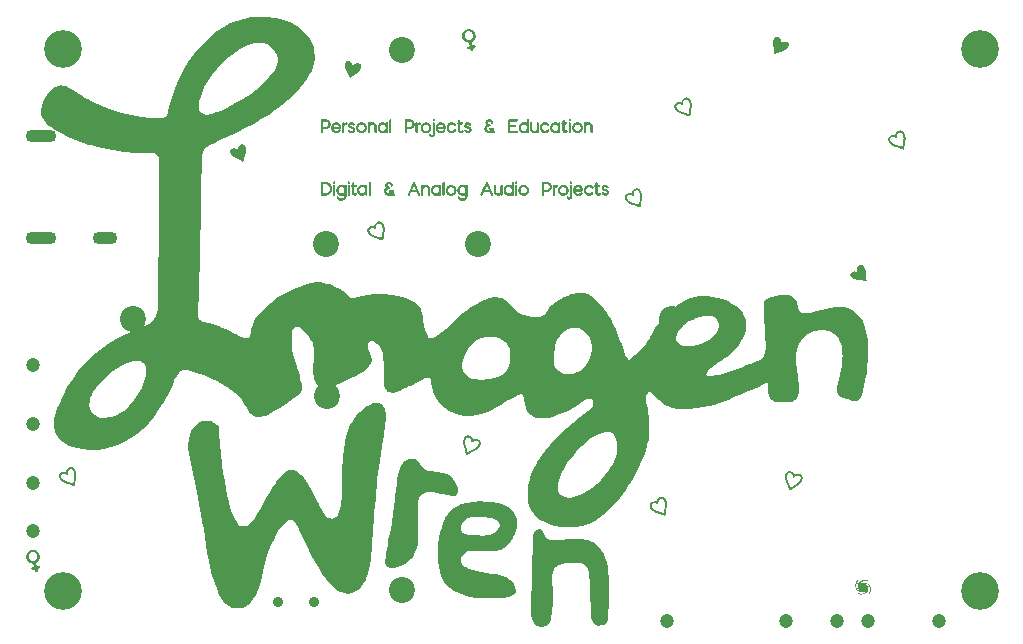
<source format=gbr>
%TF.GenerationSoftware,KiCad,Pcbnew,7.0.1*%
%TF.CreationDate,2023-03-19T17:11:43+00:00*%
%TF.ProjectId,ImogenWren,496d6f67-656e-4577-9265-6e2e6b696361,rev?*%
%TF.SameCoordinates,Original*%
%TF.FileFunction,Soldermask,Top*%
%TF.FilePolarity,Negative*%
%FSLAX46Y46*%
G04 Gerber Fmt 4.6, Leading zero omitted, Abs format (unit mm)*
G04 Created by KiCad (PCBNEW 7.0.1) date 2023-03-19 17:11:43*
%MOMM*%
%LPD*%
G01*
G04 APERTURE LIST*
%ADD10C,0.300000*%
%ADD11C,1.200000*%
%ADD12C,2.200000*%
%ADD13C,3.200000*%
%ADD14O,2.600000X1.100000*%
%ADD15O,2.100000X1.100000*%
%ADD16C,0.900000*%
G04 APERTURE END LIST*
D10*
G36*
X140784807Y-73317026D02*
G01*
X140787649Y-73302554D01*
X140790518Y-73284583D01*
X140792628Y-73266743D01*
X140793978Y-73249034D01*
X140794568Y-73231456D01*
X140794399Y-73214009D01*
X140793934Y-73203604D01*
X140792524Y-73186446D01*
X140790255Y-73169801D01*
X140787128Y-73153668D01*
X140783142Y-73138047D01*
X140778298Y-73122939D01*
X140772594Y-73108343D01*
X140770072Y-73102648D01*
X140763104Y-73088721D01*
X140755103Y-73075435D01*
X140746070Y-73062789D01*
X140736004Y-73050783D01*
X140724907Y-73039417D01*
X140712777Y-73028691D01*
X140707636Y-73024580D01*
X140694166Y-73014811D01*
X140679600Y-73005979D01*
X140663938Y-72998086D01*
X140647181Y-72991129D01*
X140632987Y-72986240D01*
X140618092Y-72981950D01*
X140602495Y-72978260D01*
X140587550Y-72975255D01*
X140572951Y-72972665D01*
X140554024Y-72969859D01*
X140535712Y-72967793D01*
X140518016Y-72966466D01*
X140500935Y-72965879D01*
X140484469Y-72966031D01*
X140468619Y-72966922D01*
X140460925Y-72967645D01*
X140446017Y-72969498D01*
X140428052Y-72972384D01*
X140410829Y-72975903D01*
X140394350Y-72980056D01*
X140378614Y-72984842D01*
X140363621Y-72990262D01*
X140354982Y-72993818D01*
X140341216Y-73000023D01*
X140327997Y-73006582D01*
X140312855Y-73014921D01*
X140298500Y-73023769D01*
X140284932Y-73033126D01*
X140276324Y-73039648D01*
X140264068Y-73049399D01*
X140252275Y-73058958D01*
X140240943Y-73068326D01*
X140228307Y-73079013D01*
X140216300Y-73089439D01*
X140204783Y-73099161D01*
X140191970Y-73109248D01*
X140179530Y-73118244D01*
X140165979Y-73127060D01*
X140152584Y-73133628D01*
X140137039Y-73137171D01*
X140120798Y-73136762D01*
X140115790Y-73135869D01*
X140100513Y-73131081D01*
X140087336Y-73123658D01*
X140076260Y-73113601D01*
X140071014Y-73106875D01*
X140062394Y-73093346D01*
X140054795Y-73080091D01*
X140047254Y-73065677D01*
X140040704Y-73052115D01*
X140034201Y-73037754D01*
X140027367Y-73022929D01*
X140020202Y-73007638D01*
X140013796Y-72994163D01*
X140008272Y-72982672D01*
X140001094Y-72968676D01*
X139992965Y-72954821D01*
X139983885Y-72941106D01*
X139973853Y-72927531D01*
X139962869Y-72914095D01*
X139958996Y-72909648D01*
X139948729Y-72898574D01*
X139937508Y-72887773D01*
X139925333Y-72877244D01*
X139912204Y-72866988D01*
X139898120Y-72857004D01*
X139883083Y-72847294D01*
X139876801Y-72843486D01*
X139863703Y-72836137D01*
X139849663Y-72829196D01*
X139834683Y-72822665D01*
X139818761Y-72816541D01*
X139801898Y-72810827D01*
X139784093Y-72805521D01*
X139765347Y-72800623D01*
X139750670Y-72797218D01*
X139745660Y-72796134D01*
X139730850Y-72793343D01*
X139712764Y-72790949D01*
X139695150Y-72789771D01*
X139678009Y-72789809D01*
X139661341Y-72791063D01*
X139645146Y-72793534D01*
X139635657Y-72795600D01*
X139620430Y-72799788D01*
X139605827Y-72804914D01*
X139591848Y-72810978D01*
X139578492Y-72817978D01*
X139565761Y-72825916D01*
X139553653Y-72834791D01*
X139548984Y-72838603D01*
X139537848Y-72848621D01*
X139527260Y-72859414D01*
X139517221Y-72870982D01*
X139507730Y-72883324D01*
X139498787Y-72896442D01*
X139490393Y-72910335D01*
X139487190Y-72916109D01*
X139479744Y-72930834D01*
X139472934Y-72946006D01*
X139466762Y-72961623D01*
X139461226Y-72977687D01*
X139456326Y-72994197D01*
X139452064Y-73011154D01*
X139450537Y-73018061D01*
X139447598Y-73032479D01*
X139443703Y-73053912D01*
X139440423Y-73075114D01*
X139437759Y-73096084D01*
X139435710Y-73116824D01*
X139434276Y-73137332D01*
X139433458Y-73157608D01*
X139433255Y-73177654D01*
X139433667Y-73197468D01*
X139434695Y-73217050D01*
X139436338Y-73236402D01*
X139438544Y-73255606D01*
X139441125Y-73274719D01*
X139444080Y-73293740D01*
X139447411Y-73312670D01*
X139451116Y-73331509D01*
X139455197Y-73350255D01*
X139459652Y-73368911D01*
X139464482Y-73387475D01*
X139469688Y-73405947D01*
X139475268Y-73424328D01*
X139479197Y-73436532D01*
X139485368Y-73454706D01*
X139491816Y-73472814D01*
X139498541Y-73490855D01*
X139505544Y-73508831D01*
X139512825Y-73526740D01*
X139520383Y-73544584D01*
X139528218Y-73562361D01*
X139536331Y-73580072D01*
X139544721Y-73597717D01*
X139553388Y-73615296D01*
X139559321Y-73626979D01*
X139568418Y-73644529D01*
X139577592Y-73662149D01*
X139586844Y-73679838D01*
X139596174Y-73697596D01*
X139605581Y-73715423D01*
X139615065Y-73733319D01*
X139624627Y-73751285D01*
X139634267Y-73769319D01*
X139643984Y-73787423D01*
X139653778Y-73805596D01*
X139660351Y-73817749D01*
X139668323Y-73833169D01*
X139676336Y-73848519D01*
X139684391Y-73863798D01*
X139692487Y-73879007D01*
X139700624Y-73894146D01*
X139703345Y-73899176D01*
X139711405Y-73914351D01*
X139719239Y-73929715D01*
X139726849Y-73945269D01*
X139734235Y-73961011D01*
X139741396Y-73976943D01*
X139743733Y-73982296D01*
X139749712Y-73997033D01*
X139755397Y-74011257D01*
X139761486Y-74026590D01*
X139766472Y-74039192D01*
X139772914Y-74055160D01*
X139779580Y-74071439D01*
X139785306Y-74085242D01*
X139791187Y-74099261D01*
X139797223Y-74113496D01*
X139803415Y-74127947D01*
X139809763Y-74142168D01*
X139815998Y-74155889D01*
X139823331Y-74171695D01*
X139830500Y-74186782D01*
X139837506Y-74201149D01*
X139842086Y-74210327D01*
X139849563Y-74224468D01*
X139857779Y-74237821D01*
X139868505Y-74248154D01*
X139883836Y-74247627D01*
X139898344Y-74242231D01*
X139904978Y-74238677D01*
X139918858Y-74230128D01*
X139931425Y-74221198D01*
X139944063Y-74211099D01*
X139949703Y-74206235D01*
X139960781Y-74196299D01*
X139972727Y-74185180D01*
X139984127Y-74174123D01*
X139991423Y-74166786D01*
X140001909Y-74156419D01*
X140013310Y-74145863D01*
X140023973Y-74136998D01*
X140038092Y-74124345D01*
X140052371Y-74111877D01*
X140066809Y-74099595D01*
X140081406Y-74087499D01*
X140096163Y-74075590D01*
X140111080Y-74063866D01*
X140126156Y-74052329D01*
X140141391Y-74040977D01*
X140156784Y-74029682D01*
X140172295Y-74018495D01*
X140187923Y-74007414D01*
X140203669Y-73996440D01*
X140219533Y-73985574D01*
X140235514Y-73974814D01*
X140251614Y-73964161D01*
X140267830Y-73953615D01*
X140284804Y-73941843D01*
X140301652Y-73930044D01*
X140318373Y-73918219D01*
X140334969Y-73906366D01*
X140351439Y-73894487D01*
X140367782Y-73882581D01*
X140384000Y-73870648D01*
X140400092Y-73858689D01*
X140416057Y-73846702D01*
X140431897Y-73834689D01*
X140442387Y-73826666D01*
X140458003Y-73814539D01*
X140473330Y-73802220D01*
X140488370Y-73789707D01*
X140503121Y-73777002D01*
X140517584Y-73764104D01*
X140531759Y-73751013D01*
X140545646Y-73737729D01*
X140559244Y-73724252D01*
X140572555Y-73710582D01*
X140585577Y-73696719D01*
X140594098Y-73687369D01*
X140606621Y-73673151D01*
X140618817Y-73658673D01*
X140630687Y-73643934D01*
X140642230Y-73628935D01*
X140653446Y-73613675D01*
X140664336Y-73598155D01*
X140674900Y-73582375D01*
X140685137Y-73566335D01*
X140695047Y-73550034D01*
X140704631Y-73533473D01*
X140710839Y-73522287D01*
X140719890Y-73505212D01*
X140728504Y-73487689D01*
X140736679Y-73469716D01*
X140744416Y-73451296D01*
X140751716Y-73432426D01*
X140758577Y-73413108D01*
X140765001Y-73393342D01*
X140770987Y-73373126D01*
X140776534Y-73352462D01*
X140781644Y-73331350D01*
X140784807Y-73317026D01*
G37*
G36*
X142381422Y-86364844D02*
G01*
X142399229Y-86366691D01*
X142416766Y-86369598D01*
X142434034Y-86373563D01*
X142451032Y-86378589D01*
X142455239Y-86380009D01*
X142471892Y-86386313D01*
X142488265Y-86393615D01*
X142504357Y-86401917D01*
X142520169Y-86411217D01*
X142535700Y-86421516D01*
X142550951Y-86432814D01*
X142565921Y-86445110D01*
X142576965Y-86454988D01*
X142584247Y-86461786D01*
X142595012Y-86472317D01*
X142605586Y-86483248D01*
X142615969Y-86494578D01*
X142626163Y-86506309D01*
X142636165Y-86518440D01*
X142645977Y-86530971D01*
X142655599Y-86543901D01*
X142665030Y-86557232D01*
X142674271Y-86570963D01*
X142683321Y-86585094D01*
X142694724Y-86603919D01*
X142705541Y-86622955D01*
X142715772Y-86642203D01*
X142725415Y-86661662D01*
X142734472Y-86681333D01*
X142742941Y-86701215D01*
X142750824Y-86721309D01*
X142758121Y-86741614D01*
X142764830Y-86762130D01*
X142770953Y-86782858D01*
X142776489Y-86803797D01*
X142781438Y-86824947D01*
X142785800Y-86846309D01*
X142789576Y-86867883D01*
X142792764Y-86889668D01*
X142795366Y-86911664D01*
X142797441Y-86933704D01*
X142799096Y-86955700D01*
X142800331Y-86977651D01*
X142801147Y-86999557D01*
X142801543Y-87021417D01*
X142801520Y-87043233D01*
X142801077Y-87065004D01*
X142800214Y-87086730D01*
X142798932Y-87108411D01*
X142797230Y-87130048D01*
X142795109Y-87151639D01*
X142792568Y-87173185D01*
X142789607Y-87194686D01*
X142786227Y-87216143D01*
X142782427Y-87237554D01*
X142778208Y-87258921D01*
X142775475Y-87272406D01*
X142771433Y-87292616D01*
X142767463Y-87312805D01*
X142763562Y-87332973D01*
X142759732Y-87353119D01*
X142755972Y-87373245D01*
X142752282Y-87393349D01*
X142748663Y-87413433D01*
X142745114Y-87433495D01*
X142741635Y-87453536D01*
X142738227Y-87473555D01*
X142735992Y-87486868D01*
X142732780Y-87506881D01*
X142729739Y-87526947D01*
X142726868Y-87547067D01*
X142724166Y-87567240D01*
X142721635Y-87587466D01*
X142719273Y-87607745D01*
X142717082Y-87628078D01*
X142715060Y-87648464D01*
X142713209Y-87668903D01*
X142711527Y-87689395D01*
X142711196Y-87692483D01*
X142709669Y-87708196D01*
X142708265Y-87724659D01*
X142707000Y-87740992D01*
X142705890Y-87756423D01*
X142705479Y-87761753D01*
X142704097Y-87777794D01*
X142702491Y-87793915D01*
X142700660Y-87810114D01*
X142698606Y-87826393D01*
X142696329Y-87842751D01*
X142695521Y-87848133D01*
X142692797Y-87864020D01*
X142689620Y-87879523D01*
X142685990Y-87894640D01*
X142681907Y-87909372D01*
X142677370Y-87923719D01*
X142672405Y-87936952D01*
X142664795Y-87951954D01*
X142654883Y-87965221D01*
X142643540Y-87974667D01*
X142637874Y-87977771D01*
X142622724Y-87982823D01*
X142607588Y-87984712D01*
X142590467Y-87984349D01*
X142574683Y-87982325D01*
X142557521Y-87978737D01*
X142543198Y-87975118D01*
X142528692Y-87971101D01*
X142514005Y-87966684D01*
X142499135Y-87961867D01*
X142484083Y-87956652D01*
X142468850Y-87951037D01*
X142453434Y-87945023D01*
X142437837Y-87938609D01*
X142422279Y-87931914D01*
X142406829Y-87925153D01*
X142391485Y-87918324D01*
X142376248Y-87911429D01*
X142361118Y-87904467D01*
X142346094Y-87897439D01*
X142331178Y-87890343D01*
X142316368Y-87883181D01*
X142302057Y-87876234D01*
X142285420Y-87868248D01*
X142270176Y-87861038D01*
X142256323Y-87854603D01*
X142241537Y-87847905D01*
X142226819Y-87841503D01*
X142220306Y-87839056D01*
X142203995Y-87833102D01*
X142187643Y-87827386D01*
X142171248Y-87821907D01*
X142154812Y-87816665D01*
X142138334Y-87811660D01*
X142121814Y-87806892D01*
X142115167Y-87804992D01*
X142098500Y-87800230D01*
X142081758Y-87795451D01*
X142064942Y-87790655D01*
X142048052Y-87785841D01*
X142031089Y-87781011D01*
X142014051Y-87776164D01*
X142003233Y-87773245D01*
X141986959Y-87768651D01*
X141970628Y-87763796D01*
X141954240Y-87758679D01*
X141937796Y-87753303D01*
X141921295Y-87747665D01*
X141904738Y-87741767D01*
X141888124Y-87735607D01*
X141871453Y-87729187D01*
X141854726Y-87722507D01*
X141837942Y-87715565D01*
X141826779Y-87710740D01*
X141810150Y-87703321D01*
X141793660Y-87695687D01*
X141777309Y-87687838D01*
X141761096Y-87679773D01*
X141745022Y-87671492D01*
X141729086Y-87662995D01*
X141713289Y-87654282D01*
X141697630Y-87645354D01*
X141682110Y-87636211D01*
X141666729Y-87626851D01*
X141656583Y-87620420D01*
X141641541Y-87610561D01*
X141626712Y-87600447D01*
X141612097Y-87590079D01*
X141597694Y-87579456D01*
X141583504Y-87568578D01*
X141569528Y-87557446D01*
X141555764Y-87546060D01*
X141542213Y-87534418D01*
X141528876Y-87522523D01*
X141515751Y-87510372D01*
X141507152Y-87502137D01*
X141494555Y-87489596D01*
X141482318Y-87476830D01*
X141470441Y-87463839D01*
X141458925Y-87450623D01*
X141447769Y-87437182D01*
X141436974Y-87423515D01*
X141426539Y-87409623D01*
X141416464Y-87395506D01*
X141406750Y-87381163D01*
X141397397Y-87366595D01*
X141387695Y-87350389D01*
X141378684Y-87333927D01*
X141370364Y-87317208D01*
X141362734Y-87300234D01*
X141355794Y-87283003D01*
X141349545Y-87265517D01*
X141343987Y-87247774D01*
X141339119Y-87229776D01*
X141335042Y-87211574D01*
X141331797Y-87193472D01*
X141329385Y-87175472D01*
X141327806Y-87157572D01*
X141327059Y-87139773D01*
X141327132Y-87124528D01*
X141498004Y-87124528D01*
X141498431Y-87140450D01*
X141499855Y-87156365D01*
X141502276Y-87172271D01*
X141505695Y-87188169D01*
X141510111Y-87204059D01*
X141515524Y-87219941D01*
X141521935Y-87235814D01*
X141529343Y-87251680D01*
X141537748Y-87267538D01*
X141547151Y-87283387D01*
X141552830Y-87292289D01*
X141561622Y-87305382D01*
X141570744Y-87318163D01*
X141580195Y-87330632D01*
X141589975Y-87342790D01*
X141600084Y-87354635D01*
X141610522Y-87366168D01*
X141621289Y-87377390D01*
X141632385Y-87388299D01*
X141643811Y-87398897D01*
X141655565Y-87409182D01*
X141663552Y-87415886D01*
X141675689Y-87425755D01*
X141688014Y-87435401D01*
X141700525Y-87444824D01*
X141713223Y-87454024D01*
X141726108Y-87463000D01*
X141739181Y-87471753D01*
X141752440Y-87480283D01*
X141765887Y-87488590D01*
X141779520Y-87496674D01*
X141793341Y-87504534D01*
X141802653Y-87509596D01*
X141816704Y-87517037D01*
X141830853Y-87524295D01*
X141845101Y-87531370D01*
X141859446Y-87538261D01*
X141873890Y-87544970D01*
X141888433Y-87551496D01*
X141903073Y-87557840D01*
X141917812Y-87564000D01*
X141932649Y-87569977D01*
X141947585Y-87575771D01*
X141957544Y-87579499D01*
X141972458Y-87584962D01*
X141987343Y-87590267D01*
X142002198Y-87595417D01*
X142017024Y-87600410D01*
X142031821Y-87605247D01*
X142046589Y-87609928D01*
X142061327Y-87614452D01*
X142076035Y-87618820D01*
X142090715Y-87623031D01*
X142105365Y-87627086D01*
X142109546Y-87628430D01*
X142123908Y-87633256D01*
X142138786Y-87638441D01*
X142154372Y-87643984D01*
X142169335Y-87649285D01*
X142185171Y-87654991D01*
X142199440Y-87660205D01*
X142214351Y-87665716D01*
X142229903Y-87671525D01*
X142245911Y-87677504D01*
X142262190Y-87683528D01*
X142275962Y-87688581D01*
X142289921Y-87693664D01*
X142304069Y-87698777D01*
X142318404Y-87703921D01*
X142327035Y-87706899D01*
X142341204Y-87711761D01*
X142357852Y-87717427D01*
X142374111Y-87722910D01*
X142389984Y-87728210D01*
X142405468Y-87733327D01*
X142415423Y-87736489D01*
X142429640Y-87740819D01*
X142445144Y-87745241D01*
X142459481Y-87748987D01*
X142474437Y-87752440D01*
X142481303Y-87753718D01*
X142497015Y-87755386D01*
X142512145Y-87752638D01*
X142520882Y-87740338D01*
X142526644Y-87725261D01*
X142530855Y-87711041D01*
X142535146Y-87693943D01*
X142538637Y-87678195D01*
X142542236Y-87661237D01*
X142545846Y-87643800D01*
X142549468Y-87625884D01*
X142553100Y-87607488D01*
X142556743Y-87588613D01*
X142559482Y-87574142D01*
X142562228Y-87559401D01*
X142564980Y-87544391D01*
X142567738Y-87529111D01*
X142570457Y-87513757D01*
X142573092Y-87498524D01*
X142575644Y-87483411D01*
X142578111Y-87468420D01*
X142580494Y-87453549D01*
X142582793Y-87438798D01*
X142585009Y-87424169D01*
X142587140Y-87409661D01*
X142589851Y-87390504D01*
X142592413Y-87371562D01*
X142593038Y-87366871D01*
X142595453Y-87349077D01*
X142597733Y-87332839D01*
X142599879Y-87318156D01*
X142602371Y-87301991D01*
X142605083Y-87285802D01*
X142608228Y-87269662D01*
X142609951Y-87260021D01*
X142612404Y-87245521D01*
X142614700Y-87230976D01*
X142616838Y-87216385D01*
X142618818Y-87201748D01*
X142620641Y-87187065D01*
X142622306Y-87172337D01*
X142623813Y-87157563D01*
X142625162Y-87142743D01*
X142626354Y-87127878D01*
X142627388Y-87112966D01*
X142627951Y-87102979D01*
X142628611Y-87088024D01*
X142629047Y-87073103D01*
X142629261Y-87058214D01*
X142629253Y-87043358D01*
X142629022Y-87028535D01*
X142628569Y-87013744D01*
X142627893Y-86998986D01*
X142626994Y-86984261D01*
X142625873Y-86969569D01*
X142624529Y-86954909D01*
X142623478Y-86945120D01*
X142621689Y-86930481D01*
X142619645Y-86915895D01*
X142617345Y-86901362D01*
X142614790Y-86886882D01*
X142611979Y-86872456D01*
X142608914Y-86858082D01*
X142605592Y-86843762D01*
X142602016Y-86829496D01*
X142598184Y-86815282D01*
X142594097Y-86801122D01*
X142591246Y-86791702D01*
X142586664Y-86777674D01*
X142581718Y-86763767D01*
X142576407Y-86749981D01*
X142570732Y-86736317D01*
X142564692Y-86722775D01*
X142558287Y-86709354D01*
X142551518Y-86696054D01*
X142544385Y-86682876D01*
X142536887Y-86669819D01*
X142529024Y-86656884D01*
X142524975Y-86650503D01*
X142512719Y-86632377D01*
X142500301Y-86615781D01*
X142487722Y-86600712D01*
X142474982Y-86587172D01*
X142462081Y-86575160D01*
X142449019Y-86564677D01*
X142435795Y-86555722D01*
X142422410Y-86548296D01*
X142408864Y-86542398D01*
X142390552Y-86536911D01*
X142381191Y-86535123D01*
X142361815Y-86533433D01*
X142346711Y-86533817D01*
X142331117Y-86535615D01*
X142315032Y-86538829D01*
X142298458Y-86543457D01*
X142281393Y-86549501D01*
X142263838Y-86556960D01*
X142245792Y-86565834D01*
X142227256Y-86576123D01*
X142214627Y-86583768D01*
X142200778Y-86592793D01*
X142187817Y-86602006D01*
X142175743Y-86611407D01*
X142161898Y-86623423D01*
X142149439Y-86635733D01*
X142138366Y-86648337D01*
X142128679Y-86661235D01*
X142121780Y-86671681D01*
X142113992Y-86684768D01*
X142107131Y-86697888D01*
X142100121Y-86713674D01*
X142094447Y-86729507D01*
X142090108Y-86745386D01*
X142088941Y-86750623D01*
X142085939Y-86766324D01*
X142083688Y-86782013D01*
X142082188Y-86797687D01*
X142081438Y-86813348D01*
X142081440Y-86828996D01*
X142081790Y-86841735D01*
X142082207Y-86856662D01*
X142082691Y-86873580D01*
X142083170Y-86889963D01*
X142083646Y-86905811D01*
X142083776Y-86920838D01*
X142083286Y-86936993D01*
X142082117Y-86952061D01*
X142079990Y-86967712D01*
X142078973Y-86972594D01*
X142073201Y-86987339D01*
X142063766Y-86999732D01*
X142052142Y-87008874D01*
X142041471Y-87014677D01*
X142027392Y-87019627D01*
X142011756Y-87021389D01*
X141996336Y-87019122D01*
X141994638Y-87018605D01*
X141980782Y-87013790D01*
X141966440Y-87007766D01*
X141951613Y-87000533D01*
X141938242Y-86993213D01*
X141928422Y-86987488D01*
X141914424Y-86979240D01*
X141900131Y-86970720D01*
X141885545Y-86961930D01*
X141872809Y-86954179D01*
X141868498Y-86951601D01*
X141855208Y-86944332D01*
X141841383Y-86937763D01*
X141827023Y-86931893D01*
X141812127Y-86926722D01*
X141796697Y-86922249D01*
X141786069Y-86919771D01*
X141769702Y-86917357D01*
X141752824Y-86916508D01*
X141735435Y-86917223D01*
X141720554Y-86919014D01*
X141705319Y-86921891D01*
X141699140Y-86923346D01*
X141683234Y-86927948D01*
X141666671Y-86933931D01*
X141652949Y-86939711D01*
X141638806Y-86946375D01*
X141624244Y-86953922D01*
X141609262Y-86962353D01*
X141593859Y-86971667D01*
X141582781Y-86978911D01*
X141567441Y-86990189D01*
X141553631Y-87001961D01*
X141541352Y-87014227D01*
X141530605Y-87026986D01*
X141521389Y-87040239D01*
X141513704Y-87053985D01*
X141507550Y-87068226D01*
X141502927Y-87082960D01*
X141499835Y-87098187D01*
X141498274Y-87113909D01*
X141498004Y-87124528D01*
X141327132Y-87124528D01*
X141327144Y-87122075D01*
X141328062Y-87104477D01*
X141329812Y-87086980D01*
X141332372Y-87069579D01*
X141335813Y-87052423D01*
X141340137Y-87035512D01*
X141345343Y-87018847D01*
X141351431Y-87002426D01*
X141358402Y-86986251D01*
X141366254Y-86970321D01*
X141374989Y-86954637D01*
X141382184Y-86943038D01*
X141392682Y-86928095D01*
X141404213Y-86913747D01*
X141416779Y-86899996D01*
X141430378Y-86886841D01*
X141445011Y-86874281D01*
X141456665Y-86865253D01*
X141468900Y-86856559D01*
X141481717Y-86848201D01*
X141498291Y-86838256D01*
X141514924Y-86829098D01*
X141531617Y-86820726D01*
X141548370Y-86813140D01*
X141565181Y-86806341D01*
X141582053Y-86800328D01*
X141598983Y-86795101D01*
X141615973Y-86790661D01*
X141628655Y-86787631D01*
X141645238Y-86783901D01*
X141661448Y-86780525D01*
X141677286Y-86777503D01*
X141692751Y-86774836D01*
X141707844Y-86772523D01*
X141722564Y-86770565D01*
X141740440Y-86768615D01*
X141757683Y-86767071D01*
X141774244Y-86765784D01*
X141790123Y-86764756D01*
X141805318Y-86763985D01*
X141822652Y-86763400D01*
X141839002Y-86763187D01*
X141851524Y-86762830D01*
X141866927Y-86761533D01*
X141883083Y-86758500D01*
X141897255Y-86752707D01*
X141906061Y-86745584D01*
X141915853Y-86733771D01*
X141924454Y-86719891D01*
X141931900Y-86705138D01*
X141937464Y-86693342D01*
X141944761Y-86678576D01*
X141952736Y-86663144D01*
X141959899Y-86649774D01*
X141967532Y-86635943D01*
X141975635Y-86621648D01*
X141979065Y-86615794D01*
X141988124Y-86600989D01*
X141997875Y-86585942D01*
X142006174Y-86573729D01*
X142014916Y-86561361D01*
X142024101Y-86548838D01*
X142033728Y-86536159D01*
X142043799Y-86523325D01*
X142054408Y-86510520D01*
X142065746Y-86498083D01*
X142077813Y-86486013D01*
X142090609Y-86474311D01*
X142104135Y-86462977D01*
X142118390Y-86452010D01*
X142133375Y-86441412D01*
X142149088Y-86431181D01*
X142154228Y-86428004D01*
X142169574Y-86418940D01*
X142184810Y-86410575D01*
X142199936Y-86402909D01*
X142214952Y-86395942D01*
X142229858Y-86389674D01*
X142244655Y-86384106D01*
X142259341Y-86379236D01*
X142273917Y-86375065D01*
X142288383Y-86371593D01*
X142307500Y-86368051D01*
X142326385Y-86365660D01*
X142345000Y-86364329D01*
X142363346Y-86364057D01*
X142381422Y-86364844D01*
G37*
G36*
X176964741Y-71578289D02*
G01*
X176971916Y-71565404D01*
X176980198Y-71549198D01*
X176987717Y-71532883D01*
X176994474Y-71516458D01*
X177000467Y-71499923D01*
X177005698Y-71483279D01*
X177008470Y-71473239D01*
X177012432Y-71456485D01*
X177015418Y-71439953D01*
X177017429Y-71423643D01*
X177018465Y-71407555D01*
X177018527Y-71391689D01*
X177017613Y-71376045D01*
X177016974Y-71369850D01*
X177014650Y-71354452D01*
X177011146Y-71339343D01*
X177006463Y-71324524D01*
X177000601Y-71309996D01*
X176993559Y-71295757D01*
X176985337Y-71281807D01*
X176981718Y-71276309D01*
X176971926Y-71262855D01*
X176960802Y-71249955D01*
X176948346Y-71237608D01*
X176934559Y-71225814D01*
X176922570Y-71216777D01*
X176909730Y-71208095D01*
X176896037Y-71199766D01*
X176882752Y-71192289D01*
X176869667Y-71185315D01*
X176852534Y-71176798D01*
X176835757Y-71169174D01*
X176819337Y-71162444D01*
X176803273Y-71156607D01*
X176787567Y-71151663D01*
X176772217Y-71147613D01*
X176764675Y-71145923D01*
X176749925Y-71143078D01*
X176731947Y-71140271D01*
X176714480Y-71138296D01*
X176697524Y-71137153D01*
X176681079Y-71136843D01*
X176665145Y-71137364D01*
X176655830Y-71138076D01*
X176640821Y-71139724D01*
X176626221Y-71141877D01*
X176609243Y-71145128D01*
X176592857Y-71149107D01*
X176577061Y-71153814D01*
X176566859Y-71157357D01*
X176552190Y-71162843D01*
X176538020Y-71168290D01*
X176524348Y-71173698D01*
X176509028Y-71179957D01*
X176494387Y-71186163D01*
X176480430Y-71191850D01*
X176465127Y-71197484D01*
X176450515Y-71202195D01*
X176434904Y-71206392D01*
X176420135Y-71208499D01*
X176404256Y-71207065D01*
X176388936Y-71201658D01*
X176384449Y-71199260D01*
X176371399Y-71189986D01*
X176361161Y-71178855D01*
X176353735Y-71165867D01*
X176350824Y-71157849D01*
X176346807Y-71142319D01*
X176343675Y-71127364D01*
X176340958Y-71111325D01*
X176338919Y-71096403D01*
X176337172Y-71080736D01*
X176335254Y-71064524D01*
X176333164Y-71047768D01*
X176331236Y-71032972D01*
X176329533Y-71020337D01*
X176327032Y-71004808D01*
X176323582Y-70989119D01*
X176319185Y-70973269D01*
X176313838Y-70957258D01*
X176307544Y-70941086D01*
X176305235Y-70935660D01*
X176298893Y-70921955D01*
X176291559Y-70908215D01*
X176283233Y-70894439D01*
X176273916Y-70880628D01*
X176263607Y-70866781D01*
X176252306Y-70852899D01*
X176247508Y-70847336D01*
X176237322Y-70836299D01*
X176226114Y-70825360D01*
X176213885Y-70814519D01*
X176200635Y-70803775D01*
X176186363Y-70793129D01*
X176171070Y-70782581D01*
X176154755Y-70772130D01*
X176141848Y-70764357D01*
X176137418Y-70761778D01*
X176124196Y-70754547D01*
X176107734Y-70746680D01*
X176091346Y-70740117D01*
X176075032Y-70734857D01*
X176058793Y-70730899D01*
X176042627Y-70728244D01*
X176032964Y-70727276D01*
X176017188Y-70726554D01*
X176001716Y-70726917D01*
X175986547Y-70728364D01*
X175971682Y-70730894D01*
X175957121Y-70734509D01*
X175942863Y-70739208D01*
X175937245Y-70741392D01*
X175923558Y-70747478D01*
X175910153Y-70754470D01*
X175897030Y-70762370D01*
X175884190Y-70771176D01*
X175871631Y-70780888D01*
X175859355Y-70791507D01*
X175854524Y-70796008D01*
X175842892Y-70807712D01*
X175831727Y-70820037D01*
X175821031Y-70832982D01*
X175810802Y-70846549D01*
X175801040Y-70860738D01*
X175791747Y-70875547D01*
X175788160Y-70881644D01*
X175780910Y-70894448D01*
X175770582Y-70913629D01*
X175760911Y-70932779D01*
X175751897Y-70951900D01*
X175743539Y-70970991D01*
X175735839Y-70990052D01*
X175728795Y-71009084D01*
X175722407Y-71028085D01*
X175716677Y-71047057D01*
X175711603Y-71065999D01*
X175707186Y-71084911D01*
X175703349Y-71103857D01*
X175699897Y-71122832D01*
X175696830Y-71141835D01*
X175694148Y-71160868D01*
X175691850Y-71179930D01*
X175689938Y-71199020D01*
X175688411Y-71218139D01*
X175687268Y-71237287D01*
X175686510Y-71256464D01*
X175686137Y-71275670D01*
X175686103Y-71288490D01*
X175686355Y-71307681D01*
X175686892Y-71326895D01*
X175687714Y-71346132D01*
X175688819Y-71365392D01*
X175690209Y-71384675D01*
X175691883Y-71403981D01*
X175693841Y-71423309D01*
X175696084Y-71442660D01*
X175698611Y-71462034D01*
X175701422Y-71481431D01*
X175703454Y-71494375D01*
X175706682Y-71513878D01*
X175709963Y-71533471D01*
X175713296Y-71553153D01*
X175716681Y-71572925D01*
X175720119Y-71592786D01*
X175723609Y-71612737D01*
X175727151Y-71632778D01*
X175730746Y-71652909D01*
X175734393Y-71673129D01*
X175738092Y-71693439D01*
X175740588Y-71707029D01*
X175743405Y-71724158D01*
X175746282Y-71741232D01*
X175749221Y-71758253D01*
X175752221Y-71775219D01*
X175755282Y-71792131D01*
X175756316Y-71797757D01*
X175759291Y-71814679D01*
X175761995Y-71831712D01*
X175764426Y-71848856D01*
X175766585Y-71866111D01*
X175768472Y-71883476D01*
X175769041Y-71889289D01*
X175770174Y-71905152D01*
X175771185Y-71920437D01*
X175772238Y-71936901D01*
X175773086Y-71950427D01*
X175774278Y-71967604D01*
X175775587Y-71985146D01*
X175776767Y-72000043D01*
X175778028Y-72015193D01*
X175779370Y-72030597D01*
X175780793Y-72046253D01*
X175782436Y-72061740D01*
X175784126Y-72076716D01*
X175786215Y-72094015D01*
X175788372Y-72110579D01*
X175790596Y-72126408D01*
X175792115Y-72136552D01*
X175794856Y-72152311D01*
X175798544Y-72167550D01*
X175805551Y-72180691D01*
X175820296Y-72184928D01*
X175835761Y-72184279D01*
X175843168Y-72182949D01*
X175859011Y-72179107D01*
X175873722Y-72174498D01*
X175888863Y-72168799D01*
X175895729Y-72165915D01*
X175909335Y-72159889D01*
X175924132Y-72153006D01*
X175938391Y-72146013D01*
X175947598Y-72141289D01*
X175960774Y-72134671D01*
X175974879Y-72128154D01*
X175987759Y-72123018D01*
X176005098Y-72115347D01*
X176022530Y-72107902D01*
X176040057Y-72100683D01*
X176057678Y-72093690D01*
X176075393Y-72086923D01*
X176093202Y-72080383D01*
X176111106Y-72074069D01*
X176129103Y-72067981D01*
X176147233Y-72061996D01*
X176165441Y-72056149D01*
X176183729Y-72050440D01*
X176202095Y-72044869D01*
X176220541Y-72039436D01*
X176239065Y-72034142D01*
X176257668Y-72028985D01*
X176276350Y-72023967D01*
X176296131Y-72018016D01*
X176315800Y-72012001D01*
X176335358Y-72005921D01*
X176354803Y-71999777D01*
X176374138Y-71993569D01*
X176393361Y-71987296D01*
X176412472Y-71980959D01*
X176431472Y-71974557D01*
X176450360Y-71968091D01*
X176469137Y-71961561D01*
X176481593Y-71957171D01*
X176500192Y-71950464D01*
X176518576Y-71943484D01*
X176536746Y-71936231D01*
X176554701Y-71928706D01*
X176572442Y-71920909D01*
X176589969Y-71912839D01*
X176607281Y-71904496D01*
X176624379Y-71895881D01*
X176641262Y-71886993D01*
X176657930Y-71877833D01*
X176668924Y-71871574D01*
X176685227Y-71861922D01*
X176701300Y-71851921D01*
X176717144Y-71841571D01*
X176732757Y-71830873D01*
X176748140Y-71819826D01*
X176763293Y-71808431D01*
X176778216Y-71796688D01*
X176792908Y-71784596D01*
X176807371Y-71772155D01*
X176821604Y-71759366D01*
X176830964Y-71750647D01*
X176844849Y-71737204D01*
X176858456Y-71723200D01*
X176871785Y-71708634D01*
X176884836Y-71693506D01*
X176897609Y-71677815D01*
X176910104Y-71661563D01*
X176922322Y-71644749D01*
X176934261Y-71627373D01*
X176945923Y-71609435D01*
X176957307Y-71590934D01*
X176964741Y-71578289D01*
G37*
G36*
X177080584Y-107509071D02*
G01*
X177099461Y-107510374D01*
X177118586Y-107512845D01*
X177133093Y-107515464D01*
X177147740Y-107518740D01*
X177162527Y-107522672D01*
X177181008Y-107528334D01*
X177198944Y-107534567D01*
X177216336Y-107541370D01*
X177233183Y-107548744D01*
X177249485Y-107556688D01*
X177265242Y-107565202D01*
X177280455Y-107574287D01*
X177295123Y-107583942D01*
X177305861Y-107591339D01*
X177319729Y-107601166D01*
X177333085Y-107610954D01*
X177345928Y-107620702D01*
X177358258Y-107630410D01*
X177370076Y-107640078D01*
X177381381Y-107649707D01*
X177394791Y-107661687D01*
X177407477Y-107673468D01*
X177419514Y-107684914D01*
X177430903Y-107696026D01*
X177441644Y-107706803D01*
X177453677Y-107719293D01*
X177464776Y-107731301D01*
X177473420Y-107740368D01*
X177484690Y-107750947D01*
X177497754Y-107760923D01*
X177511543Y-107767579D01*
X177522729Y-107769357D01*
X177538060Y-107768729D01*
X177554129Y-107765833D01*
X177570075Y-107761495D01*
X177582565Y-107757737D01*
X177598421Y-107753279D01*
X177615225Y-107748879D01*
X177629954Y-107745257D01*
X177645340Y-107741674D01*
X177661385Y-107738131D01*
X177668031Y-107736763D01*
X177685094Y-107733589D01*
X177702801Y-107730766D01*
X177717430Y-107728762D01*
X177732471Y-107726982D01*
X177747923Y-107725428D01*
X177763788Y-107724100D01*
X177780064Y-107722996D01*
X177796679Y-107722311D01*
X177813508Y-107722415D01*
X177830552Y-107723306D01*
X177847811Y-107724986D01*
X177865284Y-107727453D01*
X177882972Y-107730709D01*
X177900875Y-107734753D01*
X177918993Y-107739585D01*
X177924793Y-107741279D01*
X177941797Y-107746618D01*
X177958208Y-107752343D01*
X177974026Y-107758455D01*
X177989252Y-107764952D01*
X178003884Y-107771835D01*
X178017923Y-107779104D01*
X178031369Y-107786760D01*
X178044222Y-107794801D01*
X178056482Y-107803228D01*
X178071906Y-107815065D01*
X178086319Y-107827500D01*
X178099764Y-107840443D01*
X178112242Y-107853894D01*
X178123752Y-107867854D01*
X178134295Y-107882323D01*
X178143869Y-107897301D01*
X178152477Y-107912787D01*
X178160116Y-107928781D01*
X178161876Y-107932858D01*
X178168334Y-107949452D01*
X178173863Y-107966505D01*
X178178461Y-107984019D01*
X178182130Y-108001992D01*
X178184869Y-108020426D01*
X178186678Y-108039319D01*
X178187557Y-108058672D01*
X178187606Y-108073489D01*
X178187427Y-108083450D01*
X178186804Y-108098496D01*
X178185756Y-108113668D01*
X178184284Y-108128966D01*
X178182387Y-108144390D01*
X178180065Y-108159941D01*
X178177318Y-108175617D01*
X178174147Y-108191420D01*
X178170551Y-108207349D01*
X178166530Y-108223403D01*
X178162085Y-108239584D01*
X178155725Y-108260655D01*
X178148816Y-108281432D01*
X178141358Y-108301914D01*
X178133349Y-108322101D01*
X178124791Y-108341993D01*
X178115683Y-108361591D01*
X178106026Y-108380895D01*
X178095819Y-108399904D01*
X178085061Y-108418618D01*
X178073755Y-108437038D01*
X178061898Y-108455163D01*
X178049492Y-108472993D01*
X178036536Y-108490529D01*
X178023030Y-108507770D01*
X178008974Y-108524717D01*
X177994369Y-108541368D01*
X177979378Y-108557658D01*
X177964139Y-108573606D01*
X177948653Y-108589212D01*
X177932920Y-108604476D01*
X177916939Y-108619398D01*
X177900711Y-108633978D01*
X177884236Y-108648217D01*
X177867513Y-108662113D01*
X177850543Y-108675668D01*
X177833325Y-108688881D01*
X177815860Y-108701751D01*
X177798148Y-108714280D01*
X177780188Y-108726467D01*
X177761981Y-108738313D01*
X177743527Y-108749816D01*
X177724825Y-108760977D01*
X177712975Y-108767969D01*
X177695252Y-108778490D01*
X177677592Y-108789048D01*
X177659994Y-108799644D01*
X177642459Y-108810278D01*
X177624987Y-108820951D01*
X177607578Y-108831661D01*
X177590231Y-108842410D01*
X177572947Y-108853197D01*
X177555726Y-108864021D01*
X177538568Y-108874884D01*
X177527179Y-108882131D01*
X177510158Y-108893136D01*
X177493211Y-108904303D01*
X177476338Y-108915631D01*
X177459539Y-108927122D01*
X177442814Y-108938775D01*
X177426163Y-108950590D01*
X177409587Y-108962566D01*
X177393085Y-108974705D01*
X177376656Y-108987005D01*
X177360302Y-108999468D01*
X177357786Y-109001287D01*
X177345087Y-109010667D01*
X177331913Y-109020640D01*
X177318930Y-109030629D01*
X177306719Y-109040129D01*
X177302483Y-109043390D01*
X177289637Y-109053096D01*
X177276583Y-109062689D01*
X177263319Y-109072169D01*
X177249847Y-109081535D01*
X177236167Y-109090788D01*
X177231627Y-109093789D01*
X177217998Y-109102396D01*
X177204352Y-109110408D01*
X177190688Y-109117825D01*
X177177007Y-109124649D01*
X177163310Y-109130877D01*
X177150154Y-109136042D01*
X177133914Y-109140425D01*
X177117421Y-109141937D01*
X177102812Y-109139828D01*
X177096714Y-109137694D01*
X177082822Y-109129816D01*
X177071290Y-109119832D01*
X177060104Y-109106865D01*
X177051047Y-109093781D01*
X177042230Y-109078626D01*
X177035334Y-109065561D01*
X177028614Y-109052092D01*
X177022068Y-109038222D01*
X177015698Y-109023949D01*
X177009502Y-109009274D01*
X177003482Y-108994196D01*
X176997636Y-108978716D01*
X176991966Y-108962833D01*
X176986531Y-108946792D01*
X176981217Y-108930785D01*
X176976025Y-108914813D01*
X176970953Y-108898876D01*
X176966003Y-108882974D01*
X176961174Y-108867106D01*
X176956465Y-108851273D01*
X176951878Y-108835475D01*
X176947465Y-108820191D01*
X176942268Y-108802484D01*
X176937425Y-108786331D01*
X176932938Y-108771731D01*
X176928021Y-108756261D01*
X176922931Y-108741040D01*
X176920392Y-108734562D01*
X176913902Y-108718457D01*
X176907208Y-108702480D01*
X176900309Y-108686630D01*
X176893207Y-108670908D01*
X176885901Y-108655313D01*
X176878390Y-108639846D01*
X176875355Y-108633635D01*
X176867741Y-108618062D01*
X176860090Y-108602423D01*
X176852402Y-108586717D01*
X176844678Y-108570945D01*
X176836916Y-108555106D01*
X176829118Y-108539201D01*
X176824048Y-108529209D01*
X176816573Y-108514041D01*
X176809254Y-108498656D01*
X176802090Y-108483054D01*
X176795083Y-108467236D01*
X176788231Y-108451201D01*
X176781535Y-108434950D01*
X176774996Y-108418482D01*
X176768612Y-108401797D01*
X176762384Y-108384896D01*
X176756312Y-108367778D01*
X176752428Y-108356254D01*
X176746814Y-108338933D01*
X176741453Y-108321570D01*
X176736346Y-108304166D01*
X176731491Y-108286721D01*
X176726889Y-108269234D01*
X176722540Y-108251706D01*
X176718444Y-108234137D01*
X176714602Y-108216526D01*
X176711012Y-108198874D01*
X176707675Y-108181181D01*
X176705665Y-108169338D01*
X176702927Y-108151562D01*
X176700521Y-108133775D01*
X176698446Y-108115976D01*
X176696703Y-108098165D01*
X176695292Y-108080341D01*
X176694213Y-108062506D01*
X176693465Y-108044658D01*
X176693049Y-108026798D01*
X176692978Y-108011618D01*
X176861743Y-108011618D01*
X176861964Y-108027236D01*
X176862327Y-108037657D01*
X176863114Y-108053281D01*
X176864192Y-108068894D01*
X176865561Y-108084496D01*
X176867222Y-108100089D01*
X176869173Y-108115671D01*
X176871415Y-108131243D01*
X176873948Y-108146804D01*
X176876773Y-108162355D01*
X176879888Y-108177896D01*
X176883294Y-108193426D01*
X176885764Y-108203734D01*
X176889636Y-108219154D01*
X176893710Y-108234526D01*
X176897986Y-108249847D01*
X176902463Y-108265120D01*
X176907142Y-108280343D01*
X176912023Y-108295517D01*
X176917106Y-108310641D01*
X176922390Y-108325716D01*
X176927876Y-108340742D01*
X176933564Y-108355719D01*
X176937458Y-108365614D01*
X176943378Y-108380353D01*
X176949395Y-108394964D01*
X176955508Y-108409450D01*
X176961718Y-108423809D01*
X176968025Y-108438042D01*
X176974428Y-108452148D01*
X176980927Y-108466128D01*
X176987523Y-108479981D01*
X176994216Y-108493708D01*
X177001005Y-108507309D01*
X177002804Y-108511314D01*
X177008828Y-108525217D01*
X177014930Y-108539743D01*
X177021240Y-108555035D01*
X177027313Y-108569702D01*
X177033669Y-108585288D01*
X177039342Y-108599381D01*
X177045224Y-108614149D01*
X177051313Y-108629594D01*
X177057581Y-108645491D01*
X177063997Y-108661619D01*
X177069458Y-108675234D01*
X177075021Y-108689010D01*
X177080687Y-108702945D01*
X177086457Y-108717040D01*
X177090019Y-108725446D01*
X177095887Y-108739229D01*
X177102816Y-108755392D01*
X177109621Y-108771145D01*
X177116303Y-108786486D01*
X177122861Y-108801418D01*
X177127172Y-108810931D01*
X177133468Y-108824394D01*
X177140556Y-108838875D01*
X177147365Y-108852036D01*
X177154806Y-108865460D01*
X177158451Y-108871419D01*
X177167725Y-108884211D01*
X177179891Y-108893615D01*
X177194878Y-108891878D01*
X177209938Y-108886072D01*
X177223324Y-108879686D01*
X177238901Y-108871435D01*
X177252940Y-108863491D01*
X177267950Y-108854818D01*
X177283324Y-108845834D01*
X177299062Y-108836536D01*
X177315163Y-108826927D01*
X177331627Y-108817004D01*
X177344214Y-108809357D01*
X177357006Y-108801534D01*
X177370002Y-108793535D01*
X177383203Y-108785361D01*
X177396433Y-108777108D01*
X177409516Y-108768873D01*
X177422454Y-108760656D01*
X177435246Y-108752458D01*
X177447892Y-108744279D01*
X177460392Y-108736118D01*
X177472746Y-108727975D01*
X177484954Y-108719851D01*
X177501005Y-108709047D01*
X177516795Y-108698277D01*
X177520700Y-108695602D01*
X177535539Y-108685490D01*
X177549133Y-108676319D01*
X177561479Y-108668089D01*
X177575160Y-108659125D01*
X177589006Y-108650308D01*
X177603104Y-108641845D01*
X177611422Y-108636674D01*
X177623839Y-108628795D01*
X177636184Y-108620769D01*
X177648458Y-108612594D01*
X177660660Y-108604272D01*
X177672791Y-108595802D01*
X177684851Y-108587184D01*
X177696838Y-108578418D01*
X177708755Y-108569504D01*
X177720599Y-108560443D01*
X177732373Y-108551234D01*
X177740172Y-108544969D01*
X177751726Y-108535453D01*
X177763107Y-108525793D01*
X177774315Y-108515990D01*
X177785349Y-108506043D01*
X177796211Y-108495952D01*
X177806899Y-108485719D01*
X177817414Y-108475341D01*
X177827755Y-108464821D01*
X177837924Y-108454156D01*
X177847919Y-108443349D01*
X177854490Y-108436017D01*
X177864172Y-108424892D01*
X177873644Y-108413613D01*
X177882905Y-108402179D01*
X177891956Y-108390592D01*
X177900796Y-108378850D01*
X177909426Y-108366954D01*
X177917846Y-108354904D01*
X177926055Y-108342700D01*
X177934054Y-108330342D01*
X177941842Y-108317829D01*
X177946934Y-108309407D01*
X177954294Y-108296615D01*
X177961319Y-108283634D01*
X177968010Y-108270463D01*
X177974367Y-108257102D01*
X177980389Y-108243552D01*
X177986078Y-108229812D01*
X177991432Y-108215883D01*
X177996452Y-108201764D01*
X178001138Y-108187455D01*
X178005489Y-108172957D01*
X178007522Y-108165677D01*
X178012791Y-108144441D01*
X178016816Y-108124108D01*
X178019597Y-108104677D01*
X178021135Y-108086149D01*
X178021428Y-108068525D01*
X178020478Y-108051803D01*
X178018285Y-108035984D01*
X178014847Y-108021067D01*
X178010166Y-108007054D01*
X178001990Y-107989774D01*
X177997055Y-107981621D01*
X177985346Y-107966091D01*
X177974955Y-107955123D01*
X177963184Y-107944738D01*
X177950033Y-107934935D01*
X177935503Y-107925715D01*
X177919593Y-107917077D01*
X177902303Y-107909022D01*
X177883634Y-107901550D01*
X177863585Y-107894660D01*
X177849452Y-107890390D01*
X177833479Y-107886137D01*
X177817960Y-107882670D01*
X177802894Y-107879987D01*
X177784700Y-107877739D01*
X177767216Y-107876717D01*
X177750440Y-107876922D01*
X177734373Y-107878353D01*
X177721993Y-107880217D01*
X177707056Y-107883186D01*
X177692716Y-107886866D01*
X177676294Y-107892220D01*
X177660731Y-107898597D01*
X177646028Y-107905998D01*
X177641355Y-107908634D01*
X177627677Y-107916910D01*
X177614512Y-107925735D01*
X177601860Y-107935108D01*
X177589720Y-107945031D01*
X177578093Y-107955502D01*
X177568860Y-107964286D01*
X177558046Y-107974585D01*
X177545797Y-107986264D01*
X177533944Y-107997583D01*
X177522485Y-108008541D01*
X177511404Y-108018692D01*
X177499071Y-108029139D01*
X177487091Y-108038352D01*
X177474036Y-108047244D01*
X177469728Y-108049755D01*
X177454908Y-108055331D01*
X177439385Y-108056612D01*
X177424813Y-108054092D01*
X177413361Y-108050044D01*
X177400261Y-108042893D01*
X177388489Y-108032453D01*
X177379856Y-108019476D01*
X177379104Y-108017869D01*
X177373411Y-108004350D01*
X177368291Y-107989661D01*
X177363745Y-107973803D01*
X177360237Y-107958968D01*
X177357922Y-107947840D01*
X177354684Y-107931918D01*
X177351452Y-107915596D01*
X177348225Y-107898874D01*
X177345463Y-107884223D01*
X177344494Y-107879294D01*
X177341003Y-107864554D01*
X177336634Y-107849885D01*
X177331387Y-107835285D01*
X177325263Y-107820755D01*
X177318262Y-107806295D01*
X177312992Y-107796739D01*
X177303834Y-107782961D01*
X177293172Y-107769849D01*
X177281005Y-107757406D01*
X177269717Y-107747546D01*
X177257384Y-107738149D01*
X177252169Y-107734530D01*
X177238105Y-107725789D01*
X177222576Y-107717484D01*
X177209099Y-107711154D01*
X177194684Y-107705103D01*
X177179331Y-107699331D01*
X177163041Y-107693838D01*
X177145813Y-107688624D01*
X177133016Y-107685239D01*
X177114370Y-107681386D01*
X177096382Y-107679000D01*
X177079051Y-107678082D01*
X177062377Y-107678633D01*
X177046362Y-107680652D01*
X177031003Y-107684139D01*
X177016303Y-107689094D01*
X177002260Y-107695518D01*
X176988875Y-107703409D01*
X176976147Y-107712769D01*
X176968075Y-107719675D01*
X176956528Y-107730646D01*
X176945654Y-107742353D01*
X176935454Y-107754795D01*
X176925927Y-107767974D01*
X176917073Y-107781888D01*
X176908893Y-107796538D01*
X176901386Y-107811923D01*
X176894552Y-107828045D01*
X176888392Y-107844902D01*
X176882905Y-107862495D01*
X176880090Y-107872672D01*
X176876243Y-107887967D01*
X176872849Y-107903298D01*
X176869906Y-107918665D01*
X176867416Y-107934068D01*
X176865377Y-107949506D01*
X176863791Y-107964980D01*
X176862656Y-107980491D01*
X176861973Y-107996037D01*
X176861743Y-108011618D01*
X176692978Y-108011618D01*
X176692965Y-108008927D01*
X176693212Y-107991043D01*
X176693578Y-107979143D01*
X176694468Y-107961389D01*
X176695767Y-107943753D01*
X176697474Y-107926235D01*
X176699590Y-107908833D01*
X176702114Y-107891549D01*
X176705047Y-107874381D01*
X176708389Y-107857331D01*
X176712139Y-107840398D01*
X176716297Y-107823582D01*
X176720865Y-107806883D01*
X176726417Y-107788829D01*
X176732621Y-107771117D01*
X176739478Y-107753747D01*
X176746987Y-107736719D01*
X176755148Y-107720032D01*
X176763962Y-107703688D01*
X176773428Y-107687685D01*
X176783546Y-107672024D01*
X176794345Y-107656815D01*
X176805625Y-107642291D01*
X176817389Y-107628454D01*
X176829634Y-107615303D01*
X176842361Y-107602838D01*
X176855571Y-107591059D01*
X176869262Y-107579966D01*
X176883436Y-107569559D01*
X176898080Y-107559817D01*
X176913132Y-107550895D01*
X176928593Y-107542793D01*
X176944461Y-107535510D01*
X176960738Y-107529047D01*
X176977422Y-107523404D01*
X176994515Y-107518581D01*
X177012016Y-107514577D01*
X177025450Y-107512163D01*
X177043579Y-107509965D01*
X177061957Y-107508934D01*
X177080584Y-107509071D01*
G37*
G36*
X183968248Y-117499314D02*
G01*
X183967859Y-117478603D01*
X183966690Y-117458098D01*
X183964742Y-117437799D01*
X183962015Y-117417706D01*
X183958508Y-117397820D01*
X183954222Y-117378139D01*
X183949157Y-117358664D01*
X183943313Y-117339396D01*
X183936689Y-117320333D01*
X183929286Y-117301477D01*
X183923918Y-117289021D01*
X183915326Y-117270611D01*
X183906174Y-117252613D01*
X183896461Y-117235028D01*
X183886189Y-117217855D01*
X183875355Y-117201093D01*
X183863962Y-117184744D01*
X183852008Y-117168808D01*
X183839494Y-117153283D01*
X183826420Y-117138170D01*
X183812785Y-117123470D01*
X183803385Y-117113899D01*
X183788959Y-117099953D01*
X183774121Y-117086554D01*
X183758871Y-117073703D01*
X183743209Y-117061400D01*
X183727135Y-117049644D01*
X183710649Y-117038435D01*
X183693750Y-117027773D01*
X183676439Y-117017659D01*
X183658716Y-117008093D01*
X183640581Y-116999074D01*
X183628262Y-116993365D01*
X183609638Y-116985312D01*
X183590859Y-116978051D01*
X183571925Y-116971582D01*
X183552837Y-116965905D01*
X183533594Y-116961020D01*
X183514197Y-116956927D01*
X183494645Y-116953627D01*
X183474939Y-116951118D01*
X183455078Y-116949402D01*
X183435062Y-116948478D01*
X183421633Y-116948302D01*
X183405840Y-116948482D01*
X183390060Y-116949023D01*
X183374293Y-116949925D01*
X183358538Y-116951187D01*
X183342797Y-116952810D01*
X183327068Y-116954794D01*
X183311352Y-116957138D01*
X183295649Y-116959842D01*
X183279959Y-116962908D01*
X183264282Y-116966334D01*
X183253838Y-116968818D01*
X183238380Y-116972906D01*
X183223192Y-116977611D01*
X183208275Y-116982935D01*
X183193628Y-116988877D01*
X183179252Y-116995437D01*
X183165146Y-117002616D01*
X183151311Y-117010412D01*
X183137746Y-117018827D01*
X183124452Y-117027860D01*
X183111428Y-117037512D01*
X183102896Y-117044289D01*
X183092171Y-117054736D01*
X183082151Y-117066409D01*
X183074320Y-117076530D01*
X183065371Y-117088511D01*
X183056249Y-117100551D01*
X183046953Y-117112648D01*
X183041713Y-117119394D01*
X183032320Y-117130941D01*
X183022088Y-117142819D01*
X183012070Y-117153696D01*
X183009107Y-117156763D01*
X182997446Y-117166363D01*
X182983305Y-117172132D01*
X182978699Y-117172517D01*
X182979143Y-117157795D01*
X182981118Y-117138527D01*
X182984673Y-117119670D01*
X182989808Y-117101226D01*
X182996522Y-117083194D01*
X183004817Y-117065574D01*
X183012075Y-117052630D01*
X183020221Y-117039917D01*
X183029257Y-117027437D01*
X183038930Y-117015164D01*
X183048989Y-117003214D01*
X183059435Y-116991585D01*
X183070267Y-116980279D01*
X183081485Y-116969294D01*
X183093090Y-116958632D01*
X183105081Y-116948291D01*
X183117459Y-116938273D01*
X183130223Y-116928576D01*
X183143374Y-116919202D01*
X183152355Y-116913131D01*
X183166119Y-116904309D01*
X183180069Y-116895842D01*
X183194206Y-116887728D01*
X183208529Y-116879969D01*
X183223040Y-116872564D01*
X183237737Y-116865514D01*
X183252621Y-116858817D01*
X183267691Y-116852475D01*
X183282949Y-116846487D01*
X183298393Y-116840853D01*
X183308793Y-116837294D01*
X183324313Y-116832318D01*
X183339550Y-116827831D01*
X183354504Y-116823834D01*
X183369174Y-116820326D01*
X183383561Y-116817308D01*
X183402303Y-116814045D01*
X183420541Y-116811652D01*
X183438275Y-116810130D01*
X183455506Y-116809477D01*
X183459735Y-116809450D01*
X183474447Y-116809633D01*
X183492740Y-116810377D01*
X183510926Y-116811694D01*
X183529004Y-116813583D01*
X183546975Y-116816045D01*
X183564839Y-116819078D01*
X183575506Y-116821174D01*
X183593411Y-116824445D01*
X183611405Y-116827163D01*
X183629489Y-116829326D01*
X183647663Y-116830934D01*
X183665925Y-116831987D01*
X183680600Y-116832431D01*
X183691643Y-116832531D01*
X183706229Y-116829870D01*
X183710694Y-116828501D01*
X183722503Y-116819153D01*
X183723517Y-116813846D01*
X183720851Y-116799228D01*
X183712852Y-116786695D01*
X183701266Y-116777307D01*
X183689812Y-116771348D01*
X183674504Y-116765145D01*
X183660491Y-116760413D01*
X183645653Y-116756223D01*
X183629991Y-116752574D01*
X183613505Y-116749465D01*
X183610677Y-116749000D01*
X183593641Y-116746347D01*
X183576605Y-116744157D01*
X183559569Y-116742431D01*
X183542533Y-116741169D01*
X183525497Y-116740370D01*
X183519819Y-116740207D01*
X183503646Y-116739834D01*
X183486958Y-116739495D01*
X183470764Y-116739238D01*
X183454836Y-116739109D01*
X183453507Y-116739108D01*
X183432178Y-116739430D01*
X183410921Y-116740396D01*
X183389735Y-116742006D01*
X183368619Y-116744260D01*
X183347574Y-116747158D01*
X183326600Y-116750700D01*
X183305697Y-116754886D01*
X183284865Y-116759716D01*
X183264103Y-116765190D01*
X183243412Y-116771308D01*
X183229658Y-116775744D01*
X183209256Y-116782900D01*
X183189266Y-116790629D01*
X183169689Y-116798932D01*
X183150523Y-116807807D01*
X183131770Y-116817256D01*
X183113429Y-116827277D01*
X183095500Y-116837872D01*
X183077983Y-116849040D01*
X183060879Y-116860781D01*
X183044186Y-116873096D01*
X183033287Y-116881624D01*
X183017362Y-116894805D01*
X183002010Y-116908521D01*
X182987231Y-116922772D01*
X182973026Y-116937557D01*
X182959393Y-116952877D01*
X182946334Y-116968731D01*
X182933848Y-116985120D01*
X182921935Y-117002043D01*
X182910595Y-117019501D01*
X182899829Y-117037493D01*
X182892969Y-117049785D01*
X182883345Y-117068649D01*
X182874667Y-117088008D01*
X182866936Y-117107864D01*
X182860151Y-117128215D01*
X182854313Y-117149063D01*
X182849422Y-117170406D01*
X182846687Y-117184910D01*
X182844373Y-117199635D01*
X182842480Y-117214580D01*
X182841007Y-117229746D01*
X182839955Y-117245131D01*
X182839324Y-117260738D01*
X182839114Y-117276564D01*
X182839446Y-117292106D01*
X182840442Y-117307408D01*
X182842102Y-117322469D01*
X182844426Y-117337289D01*
X182847414Y-117351869D01*
X182851066Y-117366209D01*
X182855383Y-117380308D01*
X182860363Y-117394167D01*
X182867048Y-117411054D01*
X182873822Y-117427369D01*
X182880686Y-117443111D01*
X182887640Y-117458281D01*
X182894683Y-117472878D01*
X182901815Y-117486903D01*
X182904693Y-117492353D01*
X182911727Y-117505523D01*
X182919695Y-117520429D01*
X182927149Y-117534357D01*
X182934087Y-117547305D01*
X182941530Y-117561175D01*
X182943528Y-117564893D01*
X182949916Y-117578357D01*
X182953242Y-117593580D01*
X182949023Y-117606659D01*
X182932769Y-117605496D01*
X182916980Y-117602007D01*
X182901657Y-117596194D01*
X182886798Y-117588054D01*
X182872405Y-117577589D01*
X182861225Y-117567543D01*
X182853036Y-117559031D01*
X182842405Y-117546832D01*
X182832130Y-117534050D01*
X182822209Y-117520683D01*
X182812644Y-117506733D01*
X182803433Y-117492198D01*
X182794578Y-117477080D01*
X182786077Y-117461378D01*
X182777931Y-117445092D01*
X182770266Y-117428394D01*
X182763024Y-117411638D01*
X182756207Y-117394826D01*
X182749812Y-117377956D01*
X182743842Y-117361029D01*
X182738295Y-117344044D01*
X182733171Y-117327002D01*
X182728472Y-117309904D01*
X182724264Y-117293188D01*
X182720618Y-117277297D01*
X182717532Y-117262230D01*
X182714464Y-117244556D01*
X182712273Y-117228170D01*
X182710958Y-117213072D01*
X182710520Y-117199262D01*
X182710806Y-117184266D01*
X182711666Y-117169367D01*
X182713099Y-117154565D01*
X182715105Y-117139859D01*
X182717684Y-117125250D01*
X182720837Y-117110737D01*
X182724562Y-117096321D01*
X182728861Y-117082002D01*
X182733733Y-117067779D01*
X182739178Y-117053653D01*
X182743126Y-117044289D01*
X182749295Y-117030320D01*
X182755573Y-117016576D01*
X182761960Y-117003057D01*
X182768457Y-116989764D01*
X182777290Y-116972390D01*
X182786317Y-116955417D01*
X182795539Y-116938845D01*
X182804956Y-116922674D01*
X182814567Y-116906903D01*
X182824265Y-116891596D01*
X182833756Y-116876815D01*
X182843041Y-116862561D01*
X182852120Y-116848834D01*
X182860993Y-116835634D01*
X182869659Y-116822960D01*
X182878120Y-116810812D01*
X182886375Y-116799192D01*
X182895874Y-116785648D01*
X182905147Y-116771119D01*
X182913036Y-116756546D01*
X182918543Y-116741570D01*
X182919348Y-116735078D01*
X182911001Y-116722626D01*
X182907624Y-116721523D01*
X182892812Y-116718486D01*
X182887840Y-116718225D01*
X182872273Y-116719540D01*
X182856985Y-116723485D01*
X182841979Y-116730059D01*
X182829339Y-116737787D01*
X182818964Y-116745703D01*
X182806917Y-116756410D01*
X182795230Y-116768200D01*
X182783904Y-116781071D01*
X182774742Y-116792624D01*
X182765829Y-116804928D01*
X182758880Y-116815312D01*
X182750445Y-116828764D01*
X182742315Y-116842789D01*
X182734488Y-116857386D01*
X182726966Y-116872556D01*
X182719748Y-116888298D01*
X182712834Y-116904613D01*
X182710154Y-116911299D01*
X182703753Y-116927997D01*
X182697603Y-116944658D01*
X182691703Y-116961284D01*
X182686054Y-116977874D01*
X182680655Y-116994429D01*
X182675506Y-117010947D01*
X182673517Y-117017545D01*
X182668773Y-117033879D01*
X182664387Y-117049909D01*
X182660358Y-117065636D01*
X182656687Y-117081058D01*
X182653374Y-117096175D01*
X182650419Y-117110989D01*
X182649337Y-117116830D01*
X182646473Y-117133685D01*
X182644202Y-117149356D01*
X182642301Y-117166141D01*
X182641207Y-117181313D01*
X182640911Y-117193033D01*
X182641271Y-117214304D01*
X182642353Y-117235387D01*
X182644156Y-117256284D01*
X182646681Y-117276994D01*
X182649927Y-117297517D01*
X182653894Y-117317853D01*
X182658582Y-117338003D01*
X182663992Y-117357966D01*
X182670122Y-117377742D01*
X182676975Y-117397332D01*
X182681943Y-117410287D01*
X182689970Y-117429453D01*
X182698524Y-117448206D01*
X182707607Y-117466547D01*
X182717217Y-117484476D01*
X182727356Y-117501993D01*
X182738023Y-117519098D01*
X182749218Y-117535790D01*
X182760941Y-117552070D01*
X182773192Y-117567938D01*
X182785971Y-117583394D01*
X182794784Y-117593469D01*
X182808489Y-117608171D01*
X182822677Y-117622325D01*
X182837349Y-117635932D01*
X182852503Y-117648991D01*
X182868141Y-117661503D01*
X182884261Y-117673467D01*
X182900864Y-117684884D01*
X182917951Y-117695754D01*
X182935520Y-117706076D01*
X182953573Y-117715851D01*
X182965876Y-117722063D01*
X182984656Y-117730771D01*
X183003764Y-117738623D01*
X183023201Y-117745618D01*
X183042967Y-117751756D01*
X183063061Y-117757038D01*
X183083483Y-117761463D01*
X183104234Y-117765032D01*
X183125313Y-117767744D01*
X183146721Y-117769600D01*
X183168457Y-117770599D01*
X183183130Y-117770790D01*
X183201345Y-117770635D01*
X183218988Y-117770172D01*
X183236058Y-117769399D01*
X183252556Y-117768317D01*
X183268481Y-117766926D01*
X183283834Y-117765226D01*
X183298615Y-117763216D01*
X183312823Y-117760898D01*
X183330026Y-117757726D01*
X183346604Y-117754394D01*
X183362556Y-117750900D01*
X183377881Y-117747245D01*
X183392580Y-117743429D01*
X183409393Y-117738638D01*
X183412107Y-117737817D01*
X183428147Y-117732631D01*
X183443569Y-117727238D01*
X183458372Y-117721640D01*
X183472558Y-117715835D01*
X183486124Y-117709824D01*
X183490509Y-117707775D01*
X183505579Y-117700577D01*
X183520332Y-117693730D01*
X183534770Y-117687234D01*
X183548893Y-117681088D01*
X183556821Y-117677733D01*
X183555147Y-117695010D01*
X183550124Y-117711668D01*
X183543380Y-117725077D01*
X183534310Y-117738057D01*
X183522915Y-117750608D01*
X183509194Y-117762730D01*
X183497024Y-117772095D01*
X183484327Y-117781140D01*
X183471104Y-117789864D01*
X183457353Y-117798267D01*
X183443077Y-117806350D01*
X183428273Y-117814112D01*
X183412943Y-117821554D01*
X183397087Y-117828675D01*
X183381001Y-117835367D01*
X183364801Y-117841704D01*
X183348486Y-117847686D01*
X183332057Y-117853313D01*
X183315513Y-117858586D01*
X183298855Y-117863503D01*
X183282082Y-117868065D01*
X183265195Y-117872273D01*
X183248806Y-117875965D01*
X183233345Y-117879165D01*
X183218810Y-117881873D01*
X183201946Y-117884565D01*
X183186532Y-117886488D01*
X183169946Y-117887780D01*
X183160049Y-117888026D01*
X183143122Y-117887797D01*
X183126229Y-117887110D01*
X183109370Y-117885966D01*
X183092546Y-117884363D01*
X183075756Y-117882302D01*
X183059001Y-117879783D01*
X183042280Y-117876806D01*
X183025593Y-117873372D01*
X183008998Y-117869851D01*
X182992368Y-117866800D01*
X182975705Y-117864218D01*
X182959006Y-117862106D01*
X182942274Y-117860463D01*
X182925507Y-117859290D01*
X182908706Y-117858586D01*
X182891870Y-117858351D01*
X182877805Y-117862524D01*
X182869894Y-117876463D01*
X182868789Y-117888026D01*
X182872367Y-117903103D01*
X182881705Y-117914653D01*
X182894871Y-117923314D01*
X182905426Y-117927960D01*
X182919701Y-117932949D01*
X182934775Y-117937474D01*
X182950647Y-117941536D01*
X182967318Y-117945133D01*
X182981821Y-117947777D01*
X182990789Y-117949209D01*
X183005989Y-117951347D01*
X183021135Y-117953181D01*
X183036228Y-117954710D01*
X183051267Y-117955935D01*
X183066253Y-117956857D01*
X183081185Y-117957474D01*
X183087142Y-117957636D01*
X183104062Y-117957885D01*
X183119102Y-117958082D01*
X183134271Y-117958247D01*
X183150014Y-117958357D01*
X183155652Y-117958368D01*
X183175063Y-117958069D01*
X183194550Y-117957170D01*
X183214115Y-117955673D01*
X183233757Y-117953577D01*
X183253476Y-117950882D01*
X183273273Y-117947588D01*
X183293146Y-117943695D01*
X183313098Y-117939203D01*
X183333126Y-117934112D01*
X183353232Y-117928422D01*
X183366678Y-117924296D01*
X183386697Y-117917641D01*
X183406362Y-117910450D01*
X183425672Y-117902726D01*
X183444628Y-117894466D01*
X183463230Y-117885673D01*
X183481478Y-117876344D01*
X183499371Y-117866481D01*
X183516911Y-117856084D01*
X183534096Y-117845152D01*
X183550927Y-117833686D01*
X183561950Y-117825744D01*
X183578088Y-117813416D01*
X183593665Y-117800611D01*
X183608682Y-117787330D01*
X183623139Y-117773572D01*
X183637035Y-117759337D01*
X183650372Y-117744626D01*
X183663147Y-117729439D01*
X183675363Y-117713774D01*
X183687018Y-117697634D01*
X183698113Y-117681016D01*
X183705199Y-117669673D01*
X183715216Y-117652219D01*
X183724248Y-117634339D01*
X183732295Y-117616035D01*
X183739357Y-117597305D01*
X183745433Y-117578150D01*
X183750524Y-117558570D01*
X183754629Y-117538566D01*
X183757749Y-117518136D01*
X183759884Y-117497281D01*
X183761034Y-117476001D01*
X183761253Y-117461578D01*
X183760992Y-117445161D01*
X183760209Y-117429155D01*
X183758905Y-117413562D01*
X183757079Y-117398381D01*
X183754732Y-117383611D01*
X183750791Y-117364561D01*
X183745922Y-117346242D01*
X183740126Y-117328657D01*
X183733403Y-117311804D01*
X183731577Y-117307705D01*
X183724164Y-117291597D01*
X183716579Y-117276061D01*
X183708822Y-117261097D01*
X183700894Y-117246706D01*
X183692794Y-117232887D01*
X183684522Y-117219641D01*
X183676079Y-117206967D01*
X183667463Y-117194865D01*
X183656739Y-117180402D01*
X183646319Y-117166780D01*
X183636203Y-117153998D01*
X183626390Y-117142057D01*
X183615017Y-117128838D01*
X183604082Y-117116830D01*
X183593090Y-117104137D01*
X183583834Y-117091520D01*
X183576864Y-117077463D01*
X183575872Y-117071400D01*
X183592576Y-117072093D01*
X183608982Y-117074171D01*
X183625091Y-117077634D01*
X183640902Y-117082483D01*
X183656415Y-117088717D01*
X183671631Y-117096336D01*
X183686549Y-117105341D01*
X183701169Y-117115730D01*
X183715394Y-117127162D01*
X183729127Y-117139292D01*
X183742368Y-117152121D01*
X183755116Y-117165648D01*
X183767372Y-117179873D01*
X183779136Y-117194796D01*
X183790407Y-117210418D01*
X183801186Y-117226739D01*
X183808994Y-117239256D01*
X183816479Y-117251941D01*
X183823643Y-117264793D01*
X183830484Y-117277812D01*
X183837003Y-117290999D01*
X183843201Y-117304354D01*
X183849076Y-117317876D01*
X183854630Y-117331565D01*
X183859861Y-117345422D01*
X183864771Y-117359446D01*
X183867865Y-117368888D01*
X183872186Y-117382979D01*
X183877286Y-117401366D01*
X183881631Y-117419295D01*
X183885220Y-117436766D01*
X183888054Y-117453779D01*
X183890132Y-117470334D01*
X183891454Y-117486431D01*
X183892021Y-117502070D01*
X183892045Y-117505908D01*
X183891816Y-117521559D01*
X183891129Y-117536820D01*
X183889984Y-117551693D01*
X183887909Y-117569735D01*
X183885118Y-117587170D01*
X183881612Y-117603996D01*
X183877390Y-117620214D01*
X183872730Y-117635835D01*
X183867909Y-117651097D01*
X183862927Y-117666002D01*
X183857784Y-117680550D01*
X183852480Y-117694739D01*
X183847015Y-117708571D01*
X183844784Y-117714003D01*
X183838116Y-117729957D01*
X183831577Y-117745396D01*
X183825167Y-117760320D01*
X183818886Y-117774728D01*
X183812734Y-117788621D01*
X183810712Y-117793138D01*
X183804486Y-117808636D01*
X183799592Y-117823712D01*
X183796031Y-117838368D01*
X183793592Y-117854603D01*
X183793126Y-117860549D01*
X183818405Y-117888026D01*
X183834424Y-117885730D01*
X183849461Y-117878840D01*
X183861568Y-117869279D01*
X183872954Y-117856343D01*
X183881891Y-117842985D01*
X183883618Y-117840033D01*
X183891999Y-117824614D01*
X183899969Y-117808355D01*
X183906048Y-117794742D01*
X183911864Y-117780591D01*
X183917417Y-117765903D01*
X183922706Y-117750676D01*
X183927732Y-117734910D01*
X183930147Y-117726826D01*
X183934760Y-117710523D01*
X183939077Y-117694220D01*
X183943095Y-117677916D01*
X183946816Y-117661613D01*
X183950239Y-117645310D01*
X183953365Y-117629007D01*
X183956193Y-117612704D01*
X183958723Y-117596400D01*
X183960955Y-117580618D01*
X183962890Y-117565878D01*
X183964890Y-117548917D01*
X183966425Y-117533585D01*
X183967653Y-117517334D01*
X183968239Y-117501339D01*
X183968248Y-117499314D01*
G37*
G36*
X116281422Y-107164844D02*
G01*
X116299229Y-107166691D01*
X116316766Y-107169598D01*
X116334034Y-107173563D01*
X116351032Y-107178589D01*
X116355239Y-107180009D01*
X116371892Y-107186313D01*
X116388265Y-107193615D01*
X116404357Y-107201917D01*
X116420169Y-107211217D01*
X116435700Y-107221516D01*
X116450951Y-107232814D01*
X116465921Y-107245110D01*
X116476965Y-107254988D01*
X116484247Y-107261786D01*
X116495012Y-107272317D01*
X116505586Y-107283248D01*
X116515969Y-107294578D01*
X116526163Y-107306309D01*
X116536165Y-107318440D01*
X116545977Y-107330971D01*
X116555599Y-107343901D01*
X116565030Y-107357232D01*
X116574271Y-107370963D01*
X116583321Y-107385094D01*
X116594724Y-107403919D01*
X116605541Y-107422955D01*
X116615772Y-107442203D01*
X116625415Y-107461662D01*
X116634472Y-107481333D01*
X116642941Y-107501215D01*
X116650824Y-107521309D01*
X116658121Y-107541614D01*
X116664830Y-107562130D01*
X116670953Y-107582858D01*
X116676489Y-107603797D01*
X116681438Y-107624947D01*
X116685800Y-107646309D01*
X116689576Y-107667883D01*
X116692764Y-107689668D01*
X116695366Y-107711664D01*
X116697441Y-107733704D01*
X116699096Y-107755700D01*
X116700331Y-107777651D01*
X116701147Y-107799557D01*
X116701543Y-107821417D01*
X116701520Y-107843233D01*
X116701077Y-107865004D01*
X116700214Y-107886730D01*
X116698932Y-107908411D01*
X116697230Y-107930048D01*
X116695109Y-107951639D01*
X116692568Y-107973185D01*
X116689607Y-107994686D01*
X116686227Y-108016143D01*
X116682427Y-108037554D01*
X116678208Y-108058921D01*
X116675475Y-108072406D01*
X116671433Y-108092616D01*
X116667463Y-108112805D01*
X116663562Y-108132973D01*
X116659732Y-108153119D01*
X116655972Y-108173245D01*
X116652282Y-108193349D01*
X116648663Y-108213433D01*
X116645114Y-108233495D01*
X116641635Y-108253536D01*
X116638227Y-108273555D01*
X116635992Y-108286868D01*
X116632780Y-108306881D01*
X116629739Y-108326947D01*
X116626868Y-108347067D01*
X116624166Y-108367240D01*
X116621635Y-108387466D01*
X116619273Y-108407745D01*
X116617082Y-108428078D01*
X116615060Y-108448464D01*
X116613209Y-108468903D01*
X116611527Y-108489395D01*
X116611196Y-108492483D01*
X116609669Y-108508196D01*
X116608265Y-108524659D01*
X116607000Y-108540992D01*
X116605890Y-108556423D01*
X116605479Y-108561753D01*
X116604097Y-108577794D01*
X116602491Y-108593915D01*
X116600660Y-108610114D01*
X116598606Y-108626393D01*
X116596329Y-108642751D01*
X116595521Y-108648133D01*
X116592797Y-108664020D01*
X116589620Y-108679523D01*
X116585990Y-108694640D01*
X116581907Y-108709372D01*
X116577370Y-108723719D01*
X116572405Y-108736952D01*
X116564795Y-108751954D01*
X116554883Y-108765221D01*
X116543540Y-108774667D01*
X116537874Y-108777771D01*
X116522724Y-108782823D01*
X116507588Y-108784712D01*
X116490467Y-108784349D01*
X116474683Y-108782325D01*
X116457521Y-108778737D01*
X116443198Y-108775118D01*
X116428692Y-108771101D01*
X116414005Y-108766684D01*
X116399135Y-108761867D01*
X116384083Y-108756652D01*
X116368850Y-108751037D01*
X116353434Y-108745023D01*
X116337837Y-108738609D01*
X116322279Y-108731914D01*
X116306829Y-108725153D01*
X116291485Y-108718324D01*
X116276248Y-108711429D01*
X116261118Y-108704467D01*
X116246094Y-108697439D01*
X116231178Y-108690343D01*
X116216368Y-108683181D01*
X116202057Y-108676234D01*
X116185420Y-108668248D01*
X116170176Y-108661038D01*
X116156323Y-108654603D01*
X116141537Y-108647905D01*
X116126819Y-108641503D01*
X116120306Y-108639056D01*
X116103995Y-108633102D01*
X116087643Y-108627386D01*
X116071248Y-108621907D01*
X116054812Y-108616665D01*
X116038334Y-108611660D01*
X116021814Y-108606892D01*
X116015167Y-108604992D01*
X115998500Y-108600230D01*
X115981758Y-108595451D01*
X115964942Y-108590655D01*
X115948052Y-108585841D01*
X115931089Y-108581011D01*
X115914051Y-108576164D01*
X115903233Y-108573245D01*
X115886959Y-108568651D01*
X115870628Y-108563796D01*
X115854240Y-108558679D01*
X115837796Y-108553303D01*
X115821295Y-108547665D01*
X115804738Y-108541767D01*
X115788124Y-108535607D01*
X115771453Y-108529187D01*
X115754726Y-108522507D01*
X115737942Y-108515565D01*
X115726779Y-108510740D01*
X115710150Y-108503321D01*
X115693660Y-108495687D01*
X115677309Y-108487838D01*
X115661096Y-108479773D01*
X115645022Y-108471492D01*
X115629086Y-108462995D01*
X115613289Y-108454282D01*
X115597630Y-108445354D01*
X115582110Y-108436211D01*
X115566729Y-108426851D01*
X115556583Y-108420420D01*
X115541541Y-108410561D01*
X115526712Y-108400447D01*
X115512097Y-108390079D01*
X115497694Y-108379456D01*
X115483504Y-108368578D01*
X115469528Y-108357446D01*
X115455764Y-108346060D01*
X115442213Y-108334418D01*
X115428876Y-108322523D01*
X115415751Y-108310372D01*
X115407152Y-108302137D01*
X115394555Y-108289596D01*
X115382318Y-108276830D01*
X115370441Y-108263839D01*
X115358925Y-108250623D01*
X115347769Y-108237182D01*
X115336974Y-108223515D01*
X115326539Y-108209623D01*
X115316464Y-108195506D01*
X115306750Y-108181163D01*
X115297397Y-108166595D01*
X115287695Y-108150389D01*
X115278684Y-108133927D01*
X115270364Y-108117208D01*
X115262734Y-108100234D01*
X115255794Y-108083003D01*
X115249545Y-108065517D01*
X115243987Y-108047774D01*
X115239119Y-108029776D01*
X115235042Y-108011574D01*
X115231797Y-107993472D01*
X115229385Y-107975472D01*
X115227806Y-107957572D01*
X115227059Y-107939773D01*
X115227132Y-107924528D01*
X115398004Y-107924528D01*
X115398431Y-107940450D01*
X115399855Y-107956365D01*
X115402276Y-107972271D01*
X115405695Y-107988169D01*
X115410111Y-108004059D01*
X115415524Y-108019941D01*
X115421935Y-108035814D01*
X115429343Y-108051680D01*
X115437748Y-108067538D01*
X115447151Y-108083387D01*
X115452830Y-108092289D01*
X115461622Y-108105382D01*
X115470744Y-108118163D01*
X115480195Y-108130632D01*
X115489975Y-108142790D01*
X115500084Y-108154635D01*
X115510522Y-108166168D01*
X115521289Y-108177390D01*
X115532385Y-108188299D01*
X115543811Y-108198897D01*
X115555565Y-108209182D01*
X115563552Y-108215886D01*
X115575689Y-108225755D01*
X115588014Y-108235401D01*
X115600525Y-108244824D01*
X115613223Y-108254024D01*
X115626108Y-108263000D01*
X115639181Y-108271753D01*
X115652440Y-108280283D01*
X115665887Y-108288590D01*
X115679520Y-108296674D01*
X115693341Y-108304534D01*
X115702653Y-108309596D01*
X115716704Y-108317037D01*
X115730853Y-108324295D01*
X115745101Y-108331370D01*
X115759446Y-108338261D01*
X115773890Y-108344970D01*
X115788433Y-108351496D01*
X115803073Y-108357840D01*
X115817812Y-108364000D01*
X115832649Y-108369977D01*
X115847585Y-108375771D01*
X115857544Y-108379499D01*
X115872458Y-108384962D01*
X115887343Y-108390267D01*
X115902198Y-108395417D01*
X115917024Y-108400410D01*
X115931821Y-108405247D01*
X115946589Y-108409928D01*
X115961327Y-108414452D01*
X115976035Y-108418820D01*
X115990715Y-108423031D01*
X116005365Y-108427086D01*
X116009546Y-108428430D01*
X116023908Y-108433256D01*
X116038786Y-108438441D01*
X116054372Y-108443984D01*
X116069335Y-108449285D01*
X116085171Y-108454991D01*
X116099440Y-108460205D01*
X116114351Y-108465716D01*
X116129903Y-108471525D01*
X116145911Y-108477504D01*
X116162190Y-108483528D01*
X116175962Y-108488581D01*
X116189921Y-108493664D01*
X116204069Y-108498777D01*
X116218404Y-108503921D01*
X116227035Y-108506899D01*
X116241204Y-108511761D01*
X116257852Y-108517427D01*
X116274111Y-108522910D01*
X116289984Y-108528210D01*
X116305468Y-108533327D01*
X116315423Y-108536489D01*
X116329640Y-108540819D01*
X116345144Y-108545241D01*
X116359481Y-108548987D01*
X116374437Y-108552440D01*
X116381303Y-108553718D01*
X116397015Y-108555386D01*
X116412145Y-108552638D01*
X116420882Y-108540338D01*
X116426644Y-108525261D01*
X116430855Y-108511041D01*
X116435146Y-108493943D01*
X116438637Y-108478195D01*
X116442236Y-108461237D01*
X116445846Y-108443800D01*
X116449468Y-108425884D01*
X116453100Y-108407488D01*
X116456743Y-108388613D01*
X116459482Y-108374142D01*
X116462228Y-108359401D01*
X116464980Y-108344391D01*
X116467738Y-108329111D01*
X116470457Y-108313757D01*
X116473092Y-108298524D01*
X116475644Y-108283411D01*
X116478111Y-108268420D01*
X116480494Y-108253549D01*
X116482793Y-108238798D01*
X116485009Y-108224169D01*
X116487140Y-108209661D01*
X116489851Y-108190504D01*
X116492413Y-108171562D01*
X116493038Y-108166871D01*
X116495453Y-108149077D01*
X116497733Y-108132839D01*
X116499879Y-108118156D01*
X116502371Y-108101991D01*
X116505083Y-108085802D01*
X116508228Y-108069662D01*
X116509951Y-108060021D01*
X116512404Y-108045521D01*
X116514700Y-108030976D01*
X116516838Y-108016385D01*
X116518818Y-108001748D01*
X116520641Y-107987065D01*
X116522306Y-107972337D01*
X116523813Y-107957563D01*
X116525162Y-107942743D01*
X116526354Y-107927878D01*
X116527388Y-107912966D01*
X116527951Y-107902979D01*
X116528611Y-107888024D01*
X116529047Y-107873103D01*
X116529261Y-107858214D01*
X116529253Y-107843358D01*
X116529022Y-107828535D01*
X116528569Y-107813744D01*
X116527893Y-107798986D01*
X116526994Y-107784261D01*
X116525873Y-107769569D01*
X116524529Y-107754909D01*
X116523478Y-107745120D01*
X116521689Y-107730481D01*
X116519645Y-107715895D01*
X116517345Y-107701362D01*
X116514790Y-107686882D01*
X116511979Y-107672456D01*
X116508914Y-107658082D01*
X116505592Y-107643762D01*
X116502016Y-107629496D01*
X116498184Y-107615282D01*
X116494097Y-107601122D01*
X116491246Y-107591702D01*
X116486664Y-107577674D01*
X116481718Y-107563767D01*
X116476407Y-107549981D01*
X116470732Y-107536317D01*
X116464692Y-107522775D01*
X116458287Y-107509354D01*
X116451518Y-107496054D01*
X116444385Y-107482876D01*
X116436887Y-107469819D01*
X116429024Y-107456884D01*
X116424975Y-107450503D01*
X116412719Y-107432377D01*
X116400301Y-107415781D01*
X116387722Y-107400712D01*
X116374982Y-107387172D01*
X116362081Y-107375160D01*
X116349019Y-107364677D01*
X116335795Y-107355722D01*
X116322410Y-107348296D01*
X116308864Y-107342398D01*
X116290552Y-107336911D01*
X116281191Y-107335123D01*
X116261815Y-107333433D01*
X116246711Y-107333817D01*
X116231117Y-107335615D01*
X116215032Y-107338829D01*
X116198458Y-107343457D01*
X116181393Y-107349501D01*
X116163838Y-107356960D01*
X116145792Y-107365834D01*
X116127256Y-107376123D01*
X116114627Y-107383768D01*
X116100778Y-107392793D01*
X116087817Y-107402006D01*
X116075743Y-107411407D01*
X116061898Y-107423423D01*
X116049439Y-107435733D01*
X116038366Y-107448337D01*
X116028679Y-107461235D01*
X116021780Y-107471681D01*
X116013992Y-107484768D01*
X116007131Y-107497888D01*
X116000121Y-107513674D01*
X115994447Y-107529507D01*
X115990108Y-107545386D01*
X115988941Y-107550623D01*
X115985939Y-107566324D01*
X115983688Y-107582013D01*
X115982188Y-107597687D01*
X115981438Y-107613348D01*
X115981440Y-107628996D01*
X115981790Y-107641735D01*
X115982207Y-107656662D01*
X115982691Y-107673580D01*
X115983170Y-107689963D01*
X115983646Y-107705811D01*
X115983776Y-107720838D01*
X115983286Y-107736993D01*
X115982117Y-107752061D01*
X115979990Y-107767712D01*
X115978973Y-107772594D01*
X115973201Y-107787339D01*
X115963766Y-107799732D01*
X115952142Y-107808874D01*
X115941471Y-107814677D01*
X115927392Y-107819627D01*
X115911756Y-107821389D01*
X115896336Y-107819122D01*
X115894638Y-107818605D01*
X115880782Y-107813790D01*
X115866440Y-107807766D01*
X115851613Y-107800533D01*
X115838242Y-107793213D01*
X115828422Y-107787488D01*
X115814424Y-107779240D01*
X115800131Y-107770720D01*
X115785545Y-107761930D01*
X115772809Y-107754179D01*
X115768498Y-107751601D01*
X115755208Y-107744332D01*
X115741383Y-107737763D01*
X115727023Y-107731893D01*
X115712127Y-107726722D01*
X115696697Y-107722249D01*
X115686069Y-107719771D01*
X115669702Y-107717357D01*
X115652824Y-107716508D01*
X115635435Y-107717223D01*
X115620554Y-107719014D01*
X115605319Y-107721891D01*
X115599140Y-107723346D01*
X115583234Y-107727948D01*
X115566671Y-107733931D01*
X115552949Y-107739711D01*
X115538806Y-107746375D01*
X115524244Y-107753922D01*
X115509262Y-107762353D01*
X115493859Y-107771667D01*
X115482781Y-107778911D01*
X115467441Y-107790189D01*
X115453631Y-107801961D01*
X115441352Y-107814227D01*
X115430605Y-107826986D01*
X115421389Y-107840239D01*
X115413704Y-107853985D01*
X115407550Y-107868226D01*
X115402927Y-107882960D01*
X115399835Y-107898187D01*
X115398274Y-107913909D01*
X115398004Y-107924528D01*
X115227132Y-107924528D01*
X115227144Y-107922075D01*
X115228062Y-107904477D01*
X115229812Y-107886980D01*
X115232372Y-107869579D01*
X115235813Y-107852423D01*
X115240137Y-107835512D01*
X115245343Y-107818847D01*
X115251431Y-107802426D01*
X115258402Y-107786251D01*
X115266254Y-107770321D01*
X115274989Y-107754637D01*
X115282184Y-107743038D01*
X115292682Y-107728095D01*
X115304213Y-107713747D01*
X115316779Y-107699996D01*
X115330378Y-107686841D01*
X115345011Y-107674281D01*
X115356665Y-107665253D01*
X115368900Y-107656559D01*
X115381717Y-107648201D01*
X115398291Y-107638256D01*
X115414924Y-107629098D01*
X115431617Y-107620726D01*
X115448370Y-107613140D01*
X115465181Y-107606341D01*
X115482053Y-107600328D01*
X115498983Y-107595101D01*
X115515973Y-107590661D01*
X115528655Y-107587631D01*
X115545238Y-107583901D01*
X115561448Y-107580525D01*
X115577286Y-107577503D01*
X115592751Y-107574836D01*
X115607844Y-107572523D01*
X115622564Y-107570565D01*
X115640440Y-107568615D01*
X115657683Y-107567071D01*
X115674244Y-107565784D01*
X115690123Y-107564756D01*
X115705318Y-107563985D01*
X115722652Y-107563400D01*
X115739002Y-107563187D01*
X115751524Y-107562830D01*
X115766927Y-107561533D01*
X115783083Y-107558500D01*
X115797255Y-107552707D01*
X115806061Y-107545584D01*
X115815853Y-107533771D01*
X115824454Y-107519891D01*
X115831900Y-107505138D01*
X115837464Y-107493342D01*
X115844761Y-107478576D01*
X115852736Y-107463144D01*
X115859899Y-107449774D01*
X115867532Y-107435943D01*
X115875635Y-107421648D01*
X115879065Y-107415794D01*
X115888124Y-107400989D01*
X115897875Y-107385942D01*
X115906174Y-107373729D01*
X115914916Y-107361361D01*
X115924101Y-107348838D01*
X115933728Y-107336159D01*
X115943799Y-107323325D01*
X115954408Y-107310520D01*
X115965746Y-107298083D01*
X115977813Y-107286013D01*
X115990609Y-107274311D01*
X116004135Y-107262977D01*
X116018390Y-107252010D01*
X116033375Y-107241412D01*
X116049088Y-107231181D01*
X116054228Y-107228004D01*
X116069574Y-107218940D01*
X116084810Y-107210575D01*
X116099936Y-107202909D01*
X116114952Y-107195942D01*
X116129858Y-107189674D01*
X116144655Y-107184106D01*
X116159341Y-107179236D01*
X116173917Y-107175065D01*
X116188383Y-107171593D01*
X116207500Y-107168051D01*
X116226385Y-107165660D01*
X116245000Y-107164329D01*
X116263346Y-107164057D01*
X116281422Y-107164844D01*
G37*
G36*
X137824903Y-77716812D02*
G01*
X137846550Y-77718465D01*
X137867885Y-77721186D01*
X137888881Y-77724949D01*
X137909512Y-77729725D01*
X137929750Y-77735488D01*
X137949568Y-77742210D01*
X137968940Y-77749864D01*
X137987838Y-77758423D01*
X138006236Y-77767859D01*
X138024107Y-77778145D01*
X138041422Y-77789254D01*
X138058157Y-77801158D01*
X138074282Y-77813830D01*
X138089773Y-77827242D01*
X138104600Y-77841368D01*
X138118738Y-77856180D01*
X138132160Y-77871651D01*
X138144838Y-77887754D01*
X138156746Y-77904460D01*
X138167856Y-77921744D01*
X138178142Y-77939576D01*
X138187576Y-77957931D01*
X138196132Y-77976781D01*
X138203782Y-77996098D01*
X138210500Y-78015856D01*
X138216258Y-78036027D01*
X138221030Y-78056583D01*
X138224789Y-78077497D01*
X138227507Y-78098742D01*
X138229157Y-78120291D01*
X138229714Y-78142117D01*
X138229157Y-78164101D01*
X138227507Y-78185797D01*
X138224789Y-78207179D01*
X138221030Y-78228219D01*
X138216258Y-78248890D01*
X138210500Y-78269166D01*
X138203782Y-78289019D01*
X138196132Y-78308423D01*
X138187576Y-78327351D01*
X138178142Y-78345776D01*
X138167856Y-78363671D01*
X138156746Y-78381010D01*
X138144838Y-78397764D01*
X138132160Y-78413908D01*
X138118738Y-78429415D01*
X138104600Y-78444257D01*
X138089773Y-78458408D01*
X138074282Y-78471841D01*
X138058157Y-78484529D01*
X138041422Y-78496445D01*
X138024107Y-78507563D01*
X138006236Y-78517854D01*
X137987838Y-78527293D01*
X137968940Y-78535853D01*
X137949568Y-78543506D01*
X137929750Y-78550226D01*
X137909512Y-78555986D01*
X137888881Y-78560759D01*
X137867885Y-78564519D01*
X137846550Y-78567237D01*
X137824903Y-78568888D01*
X137802972Y-78569444D01*
X137572896Y-78569444D01*
X137572896Y-78796297D01*
X137572392Y-78806538D01*
X137569826Y-78821282D01*
X137565234Y-78835145D01*
X137558784Y-78847969D01*
X137550642Y-78859595D01*
X137540974Y-78869865D01*
X137529948Y-78878623D01*
X137517730Y-78885709D01*
X137504486Y-78890966D01*
X137490384Y-78894237D01*
X137475589Y-78895362D01*
X137465606Y-78894858D01*
X137451189Y-78892285D01*
X137437588Y-78887673D01*
X137424969Y-78881178D01*
X137413496Y-78872960D01*
X137403335Y-78863177D01*
X137394651Y-78851985D01*
X137387610Y-78839543D01*
X137382376Y-78826009D01*
X137379114Y-78811541D01*
X137377990Y-78796297D01*
X137377990Y-77912919D01*
X137572896Y-77912919D01*
X137572896Y-78372780D01*
X137802972Y-78372780D01*
X137814881Y-78372483D01*
X137826638Y-78371603D01*
X137849636Y-78368146D01*
X137871847Y-78362519D01*
X137893153Y-78354832D01*
X137913436Y-78345197D01*
X137932576Y-78333722D01*
X137950456Y-78320519D01*
X137966957Y-78305698D01*
X137981961Y-78289369D01*
X137995348Y-78271643D01*
X138007001Y-78252630D01*
X138016801Y-78232439D01*
X138024629Y-78211182D01*
X138030368Y-78188970D01*
X138033898Y-78165911D01*
X138034798Y-78154099D01*
X138035101Y-78142117D01*
X138033898Y-78118581D01*
X138030368Y-78095748D01*
X138024629Y-78073730D01*
X138016801Y-78052641D01*
X138007001Y-78032593D01*
X137995348Y-78013698D01*
X137981961Y-77996069D01*
X137966957Y-77979817D01*
X137950456Y-77965057D01*
X137932576Y-77951899D01*
X137913436Y-77940457D01*
X137893153Y-77930844D01*
X137871847Y-77923170D01*
X137849636Y-77917550D01*
X137826638Y-77914096D01*
X137814881Y-77913216D01*
X137802972Y-77912919D01*
X137572896Y-77912919D01*
X137377990Y-77912919D01*
X137377990Y-77813854D01*
X137378494Y-77803919D01*
X137381061Y-77789552D01*
X137385656Y-77775977D01*
X137392114Y-77763364D01*
X137400268Y-77751883D01*
X137409955Y-77741703D01*
X137421009Y-77732994D01*
X137433265Y-77725925D01*
X137446557Y-77720666D01*
X137460720Y-77717386D01*
X137475589Y-77716255D01*
X137802972Y-77716255D01*
X137824903Y-77716812D01*
G37*
G36*
X138717812Y-77972397D02*
G01*
X138740359Y-77974083D01*
X138762470Y-77976867D01*
X138784124Y-77980727D01*
X138805301Y-77985643D01*
X138825980Y-77991593D01*
X138846141Y-77998556D01*
X138865763Y-78006512D01*
X138884826Y-78015438D01*
X138903308Y-78025313D01*
X138921191Y-78036117D01*
X138938452Y-78047828D01*
X138955071Y-78060425D01*
X138971028Y-78073886D01*
X138986303Y-78088191D01*
X139000874Y-78103319D01*
X139014721Y-78119247D01*
X139027824Y-78135956D01*
X139040162Y-78153423D01*
X139051714Y-78171628D01*
X139062461Y-78190549D01*
X139072380Y-78210165D01*
X139081453Y-78230456D01*
X139089658Y-78251399D01*
X139096974Y-78272973D01*
X139103382Y-78295158D01*
X139108860Y-78317932D01*
X139113388Y-78341274D01*
X139116946Y-78365163D01*
X139119513Y-78389577D01*
X139121068Y-78414496D01*
X139121591Y-78439898D01*
X139120466Y-78455410D01*
X139117195Y-78470180D01*
X139111938Y-78484036D01*
X139104852Y-78496807D01*
X139096094Y-78508322D01*
X139085824Y-78518410D01*
X139074198Y-78526901D01*
X139061374Y-78533623D01*
X139047511Y-78538405D01*
X139032767Y-78541076D01*
X139022526Y-78541600D01*
X138473273Y-78541600D01*
X138480162Y-78560470D01*
X138488268Y-78578571D01*
X138497544Y-78595841D01*
X138507944Y-78612217D01*
X138519421Y-78627639D01*
X138531928Y-78642044D01*
X138545418Y-78655370D01*
X138559844Y-78667556D01*
X138575160Y-78678540D01*
X138591319Y-78688261D01*
X138608274Y-78696655D01*
X138625978Y-78703662D01*
X138644384Y-78709219D01*
X138663446Y-78713265D01*
X138683117Y-78715738D01*
X138703349Y-78716576D01*
X138719197Y-78716292D01*
X138734633Y-78715418D01*
X138749639Y-78713921D01*
X138764193Y-78711767D01*
X138778277Y-78708923D01*
X138791871Y-78705355D01*
X138804955Y-78701029D01*
X138817508Y-78695913D01*
X138829513Y-78689972D01*
X138840948Y-78683174D01*
X138851794Y-78675484D01*
X138862031Y-78666869D01*
X138871639Y-78657297D01*
X138880600Y-78646732D01*
X138888892Y-78635142D01*
X138896497Y-78622494D01*
X138905371Y-78610116D01*
X138915685Y-78599550D01*
X138927206Y-78590827D01*
X138939706Y-78583982D01*
X138952954Y-78579048D01*
X138966719Y-78576058D01*
X138980771Y-78575045D01*
X138994879Y-78576043D01*
X139008814Y-78579085D01*
X139022344Y-78584205D01*
X139031026Y-78588788D01*
X139043328Y-78597595D01*
X139053835Y-78607867D01*
X139062514Y-78619370D01*
X139069331Y-78631869D01*
X139074252Y-78645129D01*
X139077245Y-78658916D01*
X139078276Y-78672994D01*
X139077311Y-78687129D01*
X139074318Y-78701087D01*
X139069263Y-78714632D01*
X139064731Y-78723317D01*
X139057480Y-78735822D01*
X139049908Y-78747841D01*
X139042022Y-78759381D01*
X139033828Y-78770447D01*
X139025331Y-78781046D01*
X139016537Y-78791182D01*
X139007453Y-78800861D01*
X138998085Y-78810090D01*
X138988438Y-78818875D01*
X138978518Y-78827220D01*
X138968331Y-78835132D01*
X138957884Y-78842617D01*
X138947182Y-78849680D01*
X138936231Y-78856327D01*
X138925037Y-78862564D01*
X138913606Y-78868397D01*
X138901944Y-78873832D01*
X138890057Y-78878874D01*
X138877951Y-78883529D01*
X138865632Y-78887803D01*
X138853106Y-78891702D01*
X138840378Y-78895231D01*
X138827456Y-78898397D01*
X138814344Y-78901205D01*
X138801049Y-78903661D01*
X138787576Y-78905771D01*
X138773932Y-78907540D01*
X138760123Y-78908974D01*
X138746154Y-78910080D01*
X138732031Y-78910863D01*
X138717761Y-78911328D01*
X138703349Y-78911482D01*
X138680190Y-78910854D01*
X138657333Y-78908988D01*
X138634805Y-78905908D01*
X138612633Y-78901640D01*
X138590844Y-78896210D01*
X138569464Y-78889642D01*
X138548522Y-78881963D01*
X138528044Y-78873197D01*
X138508057Y-78863369D01*
X138488588Y-78852506D01*
X138469665Y-78840632D01*
X138451314Y-78827772D01*
X138433562Y-78813953D01*
X138416436Y-78799198D01*
X138399964Y-78783535D01*
X138384173Y-78766988D01*
X138369772Y-78750846D01*
X138356251Y-78733987D01*
X138343616Y-78716441D01*
X138331874Y-78698239D01*
X138321032Y-78679412D01*
X138311097Y-78659991D01*
X138302075Y-78640006D01*
X138293974Y-78619489D01*
X138286800Y-78598471D01*
X138280560Y-78576982D01*
X138275262Y-78555053D01*
X138270911Y-78532716D01*
X138267516Y-78510001D01*
X138265081Y-78486939D01*
X138263616Y-78463561D01*
X138263249Y-78451763D01*
X138263126Y-78439898D01*
X138263668Y-78414805D01*
X138265279Y-78390157D01*
X138267936Y-78365975D01*
X138271615Y-78342284D01*
X138272854Y-78336143D01*
X138471514Y-78336143D01*
X138913496Y-78336143D01*
X138906503Y-78315159D01*
X138898222Y-78295612D01*
X138888739Y-78277492D01*
X138878137Y-78260787D01*
X138866504Y-78245484D01*
X138853923Y-78231573D01*
X138840482Y-78219042D01*
X138826265Y-78207879D01*
X138811357Y-78198073D01*
X138795844Y-78189612D01*
X138779812Y-78182484D01*
X138763346Y-78176679D01*
X138746531Y-78172183D01*
X138729453Y-78168987D01*
X138712198Y-78167077D01*
X138694850Y-78166443D01*
X138677803Y-78167077D01*
X138660694Y-78168987D01*
X138643623Y-78172183D01*
X138626692Y-78176679D01*
X138610004Y-78182484D01*
X138593659Y-78189612D01*
X138577760Y-78198073D01*
X138562409Y-78207879D01*
X138547707Y-78219042D01*
X138533755Y-78231573D01*
X138520657Y-78245484D01*
X138508512Y-78260787D01*
X138497424Y-78277492D01*
X138487494Y-78295612D01*
X138478823Y-78315159D01*
X138471514Y-78336143D01*
X138272854Y-78336143D01*
X138276292Y-78319106D01*
X138281946Y-78296464D01*
X138288551Y-78274382D01*
X138296085Y-78252882D01*
X138304525Y-78231989D01*
X138313846Y-78211724D01*
X138324027Y-78192111D01*
X138335043Y-78173174D01*
X138346871Y-78154934D01*
X138359487Y-78137416D01*
X138372870Y-78120643D01*
X138386994Y-78104638D01*
X138401837Y-78089423D01*
X138417375Y-78075022D01*
X138433585Y-78061459D01*
X138450444Y-78048755D01*
X138467928Y-78036935D01*
X138486015Y-78026021D01*
X138504679Y-78016037D01*
X138523900Y-78007006D01*
X138543652Y-77998951D01*
X138563912Y-77991894D01*
X138584658Y-77985860D01*
X138605866Y-77980871D01*
X138627512Y-77976951D01*
X138649574Y-77974122D01*
X138672028Y-77972407D01*
X138694850Y-77971831D01*
X138717812Y-77972397D01*
G37*
G36*
X139571193Y-77990588D02*
G01*
X139558321Y-77990804D01*
X139545538Y-77991447D01*
X139532852Y-77992513D01*
X139520268Y-77993996D01*
X139507795Y-77995891D01*
X139495438Y-77998193D01*
X139483205Y-78000897D01*
X139471102Y-78003997D01*
X139459137Y-78007490D01*
X139447316Y-78011368D01*
X139435646Y-78015628D01*
X139424134Y-78020264D01*
X139412787Y-78025271D01*
X139401612Y-78030644D01*
X139390615Y-78036377D01*
X139379804Y-78042466D01*
X139375849Y-78031002D01*
X139370636Y-78020248D01*
X139364253Y-78010295D01*
X139356785Y-78001234D01*
X139345293Y-77990698D01*
X139332234Y-77982127D01*
X139321536Y-77977118D01*
X139310160Y-77973427D01*
X139298193Y-77971146D01*
X139285722Y-77970365D01*
X139270852Y-77971489D01*
X139256689Y-77974749D01*
X139243397Y-77979979D01*
X139231142Y-77987011D01*
X139220088Y-77995680D01*
X139210401Y-78005819D01*
X139202246Y-78017261D01*
X139195789Y-78029840D01*
X139191194Y-78043388D01*
X139188626Y-78057740D01*
X139188123Y-78067672D01*
X139188123Y-78798642D01*
X139189246Y-78813436D01*
X139192508Y-78827538D01*
X139197742Y-78840782D01*
X139204784Y-78853000D01*
X139213468Y-78864026D01*
X139223629Y-78873694D01*
X139235101Y-78881836D01*
X139247721Y-78888286D01*
X139261322Y-78892878D01*
X139275739Y-78895444D01*
X139285722Y-78895948D01*
X139300516Y-78894824D01*
X139314619Y-78891564D01*
X139327862Y-78886334D01*
X139340081Y-78879302D01*
X139351107Y-78870633D01*
X139360774Y-78860494D01*
X139368916Y-78849052D01*
X139375367Y-78836473D01*
X139379958Y-78822925D01*
X139382525Y-78808573D01*
X139383028Y-78798642D01*
X139383028Y-78392124D01*
X139383960Y-78370142D01*
X139386702Y-78348984D01*
X139391176Y-78328732D01*
X139397303Y-78309467D01*
X139405005Y-78291273D01*
X139414203Y-78274231D01*
X139424819Y-78258422D01*
X139436774Y-78243929D01*
X139449989Y-78230835D01*
X139464387Y-78219220D01*
X139479888Y-78209167D01*
X139496413Y-78200758D01*
X139513885Y-78194075D01*
X139532225Y-78189200D01*
X139551354Y-78186214D01*
X139571193Y-78185201D01*
X139586437Y-78184077D01*
X139600905Y-78180817D01*
X139614439Y-78175588D01*
X139626881Y-78168555D01*
X139638073Y-78159886D01*
X139647857Y-78149747D01*
X139656075Y-78138305D01*
X139662569Y-78125727D01*
X139667181Y-78112178D01*
X139669754Y-78097827D01*
X139670258Y-78087895D01*
X139669133Y-78073100D01*
X139665863Y-78058998D01*
X139660605Y-78045754D01*
X139653519Y-78033536D01*
X139644762Y-78022510D01*
X139634491Y-78012842D01*
X139622865Y-78004700D01*
X139610041Y-77998250D01*
X139596179Y-77993658D01*
X139581434Y-77991092D01*
X139571193Y-77990588D01*
G37*
G36*
X139988848Y-78898000D02*
G01*
X140010376Y-78897443D01*
X140030898Y-78895831D01*
X140050432Y-78893245D01*
X140068995Y-78889770D01*
X140086605Y-78885490D01*
X140103279Y-78880488D01*
X140119036Y-78874848D01*
X140133892Y-78868654D01*
X140147865Y-78861989D01*
X140160974Y-78854937D01*
X140173234Y-78847583D01*
X140184665Y-78840009D01*
X140195284Y-78832299D01*
X140205108Y-78824537D01*
X140214155Y-78816807D01*
X140222442Y-78809193D01*
X140232222Y-78798873D01*
X140241443Y-78788153D01*
X140250095Y-78777059D01*
X140258167Y-78765618D01*
X140265651Y-78753856D01*
X140272535Y-78741800D01*
X140278811Y-78729474D01*
X140284468Y-78716906D01*
X140289496Y-78704121D01*
X140293886Y-78691146D01*
X140297628Y-78678007D01*
X140300711Y-78664731D01*
X140303127Y-78651343D01*
X140304864Y-78637869D01*
X140305914Y-78624336D01*
X140306266Y-78610770D01*
X140305738Y-78591067D01*
X140304186Y-78572333D01*
X140301655Y-78554540D01*
X140298194Y-78537659D01*
X140293849Y-78521663D01*
X140288668Y-78506525D01*
X140282696Y-78492216D01*
X140275982Y-78478709D01*
X140268571Y-78465976D01*
X140260512Y-78453990D01*
X140251850Y-78442722D01*
X140242634Y-78432145D01*
X140232909Y-78422231D01*
X140222724Y-78412952D01*
X140212124Y-78404281D01*
X140201156Y-78396190D01*
X140189869Y-78388651D01*
X140178308Y-78381637D01*
X140166521Y-78375119D01*
X140154554Y-78369070D01*
X140142455Y-78363462D01*
X140130271Y-78358267D01*
X140118048Y-78353458D01*
X140105833Y-78349007D01*
X140093674Y-78344886D01*
X140081617Y-78341068D01*
X140069709Y-78337524D01*
X140057998Y-78334227D01*
X140046530Y-78331150D01*
X140024511Y-78325541D01*
X140014054Y-78322954D01*
X139992104Y-78317171D01*
X139972745Y-78311764D01*
X139955817Y-78306676D01*
X139941157Y-78301852D01*
X139928602Y-78297233D01*
X139913362Y-78290567D01*
X139901947Y-78284046D01*
X139891729Y-78275247D01*
X139885170Y-78263441D01*
X139883148Y-78249912D01*
X139883042Y-78243819D01*
X139885203Y-78229255D01*
X139890245Y-78216508D01*
X139898494Y-78203670D01*
X139906929Y-78194470D01*
X139917405Y-78186020D01*
X139930022Y-78178663D01*
X139944882Y-78172743D01*
X139962086Y-78168602D01*
X139974909Y-78167000D01*
X139988848Y-78166443D01*
X140004261Y-78167092D01*
X140018360Y-78168939D01*
X140031161Y-78171842D01*
X140042681Y-78175655D01*
X140056076Y-78181904D01*
X140067259Y-78189169D01*
X140076267Y-78197108D01*
X140084528Y-78207455D01*
X140087913Y-78213631D01*
X140095023Y-78226664D01*
X140103837Y-78238171D01*
X140114124Y-78248063D01*
X140125657Y-78256254D01*
X140138206Y-78262653D01*
X140151542Y-78267173D01*
X140165436Y-78269725D01*
X140179660Y-78270221D01*
X140193984Y-78268572D01*
X140208180Y-78264691D01*
X140217460Y-78260819D01*
X140230417Y-78253295D01*
X140241863Y-78244217D01*
X140251708Y-78233791D01*
X140259861Y-78222225D01*
X140266232Y-78209726D01*
X140270733Y-78196501D01*
X140273272Y-78182757D01*
X140273761Y-78168701D01*
X140272109Y-78154541D01*
X140268226Y-78140484D01*
X140264354Y-78131272D01*
X140255139Y-78113156D01*
X140244570Y-78095979D01*
X140232709Y-78079772D01*
X140219617Y-78064567D01*
X140205355Y-78050395D01*
X140189985Y-78037290D01*
X140173569Y-78025281D01*
X140156167Y-78014402D01*
X140137841Y-78004684D01*
X140118653Y-77996158D01*
X140098663Y-77988857D01*
X140077934Y-77982812D01*
X140056527Y-77978056D01*
X140034502Y-77974618D01*
X140011922Y-77972533D01*
X139988848Y-77971831D01*
X139972591Y-77972183D01*
X139956586Y-77973233D01*
X139940849Y-77974970D01*
X139925399Y-77977386D01*
X139910252Y-77980469D01*
X139895427Y-77984211D01*
X139880941Y-77988601D01*
X139866812Y-77993629D01*
X139853058Y-77999286D01*
X139839695Y-78005562D01*
X139826742Y-78012446D01*
X139814216Y-78019930D01*
X139802135Y-78028002D01*
X139790516Y-78036654D01*
X139779378Y-78045874D01*
X139768737Y-78055655D01*
X139759214Y-78065319D01*
X139750219Y-78075389D01*
X139741763Y-78085837D01*
X139733859Y-78096637D01*
X139726517Y-78107762D01*
X139719751Y-78119184D01*
X139713573Y-78130877D01*
X139707993Y-78142813D01*
X139703025Y-78154965D01*
X139698681Y-78167307D01*
X139694972Y-78179811D01*
X139691910Y-78192451D01*
X139689508Y-78205198D01*
X139687777Y-78218027D01*
X139686730Y-78230910D01*
X139686378Y-78243819D01*
X139686830Y-78260050D01*
X139688178Y-78275873D01*
X139690414Y-78291278D01*
X139693527Y-78306257D01*
X139697507Y-78320800D01*
X139702344Y-78334896D01*
X139708029Y-78348538D01*
X139714551Y-78361715D01*
X139721902Y-78374419D01*
X139730070Y-78386639D01*
X139739046Y-78398366D01*
X139748820Y-78409590D01*
X139759383Y-78420303D01*
X139770724Y-78430495D01*
X139782833Y-78440156D01*
X139795701Y-78449277D01*
X139810514Y-78458276D01*
X139825738Y-78466372D01*
X139841318Y-78473649D01*
X139857200Y-78480194D01*
X139873332Y-78486091D01*
X139889660Y-78491427D01*
X139906129Y-78496287D01*
X139922687Y-78500755D01*
X139939280Y-78504919D01*
X139955854Y-78508863D01*
X139966866Y-78511412D01*
X139978833Y-78514519D01*
X140000768Y-78520449D01*
X140020165Y-78526064D01*
X140037178Y-78531442D01*
X140051960Y-78536662D01*
X140064666Y-78541804D01*
X140075448Y-78546944D01*
X140088353Y-78554826D01*
X140097795Y-78563148D01*
X140105896Y-78575388D01*
X140109994Y-78589511D01*
X140111180Y-78601717D01*
X140111360Y-78610770D01*
X140109823Y-78625352D01*
X140106528Y-78636918D01*
X140101246Y-78648615D01*
X140093841Y-78660074D01*
X140084176Y-78670927D01*
X140072116Y-78680806D01*
X140057524Y-78689344D01*
X140046322Y-78694109D01*
X140033893Y-78698004D01*
X140020199Y-78700922D01*
X140005197Y-78702752D01*
X139988848Y-78703387D01*
X139976874Y-78703038D01*
X139960157Y-78701284D01*
X139944912Y-78698203D01*
X139931112Y-78693962D01*
X139918731Y-78688731D01*
X139907743Y-78682676D01*
X139898122Y-78675967D01*
X139887375Y-78666292D01*
X139878949Y-78656151D01*
X139872784Y-78645941D01*
X139865784Y-78632976D01*
X139857122Y-78621512D01*
X139847007Y-78611643D01*
X139835648Y-78603463D01*
X139823254Y-78597066D01*
X139810033Y-78592546D01*
X139796193Y-78589998D01*
X139781944Y-78589516D01*
X139767494Y-78591194D01*
X139753052Y-78595126D01*
X139743531Y-78599046D01*
X139730566Y-78606089D01*
X139719102Y-78614861D01*
X139709233Y-78625129D01*
X139701053Y-78636661D01*
X139694656Y-78649222D01*
X139690136Y-78662580D01*
X139687588Y-78676501D01*
X139687106Y-78690752D01*
X139688784Y-78705099D01*
X139692716Y-78719310D01*
X139696636Y-78728593D01*
X139706187Y-78747642D01*
X139717210Y-78765745D01*
X139729639Y-78782863D01*
X139743407Y-78798957D01*
X139758448Y-78813989D01*
X139774694Y-78827918D01*
X139792080Y-78840706D01*
X139810539Y-78852314D01*
X139830004Y-78862702D01*
X139850409Y-78871833D01*
X139871687Y-78879665D01*
X139893772Y-78886161D01*
X139916597Y-78891282D01*
X139928267Y-78893314D01*
X139940096Y-78894988D01*
X139952077Y-78896298D01*
X139964202Y-78897240D01*
X139976462Y-78897809D01*
X139988848Y-78898000D01*
G37*
G36*
X140859380Y-77979470D02*
G01*
X140882866Y-77981268D01*
X140906018Y-77984227D01*
X140928807Y-77988318D01*
X140951202Y-77993513D01*
X140973175Y-77999781D01*
X140994696Y-78007093D01*
X141015735Y-78015419D01*
X141036263Y-78024730D01*
X141056250Y-78034997D01*
X141075666Y-78046189D01*
X141094482Y-78058278D01*
X141112669Y-78071233D01*
X141130197Y-78085026D01*
X141147035Y-78099627D01*
X141163156Y-78115006D01*
X141178528Y-78131133D01*
X141193123Y-78147980D01*
X141206911Y-78165517D01*
X141219863Y-78183714D01*
X141231948Y-78202542D01*
X141243137Y-78221970D01*
X141253401Y-78241971D01*
X141262711Y-78262513D01*
X141271035Y-78283568D01*
X141278346Y-78305107D01*
X141284613Y-78327098D01*
X141289807Y-78349514D01*
X141293898Y-78372325D01*
X141296857Y-78395500D01*
X141298654Y-78419011D01*
X141299260Y-78442829D01*
X141298654Y-78466459D01*
X141296857Y-78489795D01*
X141293898Y-78512808D01*
X141289807Y-78535465D01*
X141284613Y-78557739D01*
X141278346Y-78579599D01*
X141271035Y-78601015D01*
X141262711Y-78621958D01*
X141253401Y-78642397D01*
X141243137Y-78662302D01*
X141231948Y-78681644D01*
X141219863Y-78700392D01*
X141206911Y-78718518D01*
X141193123Y-78735990D01*
X141178528Y-78752780D01*
X141163156Y-78768856D01*
X141147035Y-78784190D01*
X141130197Y-78798751D01*
X141112669Y-78812510D01*
X141094482Y-78825436D01*
X141075666Y-78837500D01*
X141056250Y-78848671D01*
X141036263Y-78858921D01*
X141015735Y-78868219D01*
X140994696Y-78876534D01*
X140973175Y-78883838D01*
X140951202Y-78890101D01*
X140928807Y-78895291D01*
X140906018Y-78899381D01*
X140882866Y-78902338D01*
X140859380Y-78904135D01*
X140835589Y-78904741D01*
X140811777Y-78904135D01*
X140788281Y-78902338D01*
X140765129Y-78899381D01*
X140742351Y-78895291D01*
X140719975Y-78890101D01*
X140698030Y-78883838D01*
X140676545Y-78876534D01*
X140655549Y-78868219D01*
X140635071Y-78858921D01*
X140615139Y-78848671D01*
X140595783Y-78837500D01*
X140577031Y-78825436D01*
X140558913Y-78812510D01*
X140541457Y-78798751D01*
X140524691Y-78784190D01*
X140508646Y-78768856D01*
X140493349Y-78752780D01*
X140478830Y-78735990D01*
X140465118Y-78718518D01*
X140452241Y-78700392D01*
X140440228Y-78681644D01*
X140429108Y-78662302D01*
X140418910Y-78642397D01*
X140409663Y-78621958D01*
X140401396Y-78601015D01*
X140394138Y-78579599D01*
X140387917Y-78557739D01*
X140382762Y-78535465D01*
X140378703Y-78512808D01*
X140375767Y-78489795D01*
X140373985Y-78466459D01*
X140373384Y-78442829D01*
X140568290Y-78442829D01*
X140568637Y-78456436D01*
X140569666Y-78469881D01*
X140571361Y-78483144D01*
X140573705Y-78496208D01*
X140576681Y-78509056D01*
X140580274Y-78521670D01*
X140584466Y-78534032D01*
X140589241Y-78546125D01*
X140594583Y-78557931D01*
X140600474Y-78569433D01*
X140606898Y-78580613D01*
X140613839Y-78591453D01*
X140621279Y-78601936D01*
X140629204Y-78612045D01*
X140637594Y-78621761D01*
X140646435Y-78631066D01*
X140655710Y-78639945D01*
X140665402Y-78648378D01*
X140675494Y-78656348D01*
X140685970Y-78663838D01*
X140696814Y-78670830D01*
X140708008Y-78677306D01*
X140719536Y-78683249D01*
X140731382Y-78688641D01*
X140743528Y-78693464D01*
X140755959Y-78697702D01*
X140768658Y-78701336D01*
X140781608Y-78704349D01*
X140794793Y-78706722D01*
X140808196Y-78708440D01*
X140821800Y-78709483D01*
X140835589Y-78709835D01*
X140849352Y-78709483D01*
X140862931Y-78708440D01*
X140876311Y-78706722D01*
X140889474Y-78704349D01*
X140902403Y-78701336D01*
X140915083Y-78697702D01*
X140927497Y-78693464D01*
X140939628Y-78688641D01*
X140951459Y-78683249D01*
X140962973Y-78677306D01*
X140974155Y-78670830D01*
X140984987Y-78663838D01*
X140995453Y-78656348D01*
X141005536Y-78648378D01*
X141015219Y-78639945D01*
X141024487Y-78631066D01*
X141033321Y-78621761D01*
X141041707Y-78612045D01*
X141049626Y-78601936D01*
X141057062Y-78591453D01*
X141063999Y-78580613D01*
X141070421Y-78569433D01*
X141076309Y-78557931D01*
X141081649Y-78546125D01*
X141086422Y-78534032D01*
X141090613Y-78521670D01*
X141094205Y-78509056D01*
X141097181Y-78496208D01*
X141099525Y-78483144D01*
X141101220Y-78469881D01*
X141102249Y-78456436D01*
X141102596Y-78442829D01*
X141102249Y-78429034D01*
X141101220Y-78415415D01*
X141099525Y-78401989D01*
X141097181Y-78388772D01*
X141094205Y-78375782D01*
X141090613Y-78363036D01*
X141086422Y-78350552D01*
X141081649Y-78338346D01*
X141076309Y-78326436D01*
X141070421Y-78314839D01*
X141063999Y-78303572D01*
X141057062Y-78292653D01*
X141049626Y-78282098D01*
X141041707Y-78271926D01*
X141033321Y-78262152D01*
X141024487Y-78252795D01*
X141015219Y-78243872D01*
X141005536Y-78235399D01*
X140995453Y-78227395D01*
X140984987Y-78219876D01*
X140974155Y-78212859D01*
X140962973Y-78206362D01*
X140951459Y-78200402D01*
X140939628Y-78194997D01*
X140927497Y-78190163D01*
X140915083Y-78185917D01*
X140902403Y-78182277D01*
X140889474Y-78179261D01*
X140876311Y-78176885D01*
X140862931Y-78175166D01*
X140849352Y-78174122D01*
X140835589Y-78173771D01*
X140821800Y-78174122D01*
X140808196Y-78175166D01*
X140794793Y-78176885D01*
X140781608Y-78179261D01*
X140768658Y-78182277D01*
X140755959Y-78185917D01*
X140743528Y-78190163D01*
X140731382Y-78194997D01*
X140719536Y-78200402D01*
X140708008Y-78206362D01*
X140696814Y-78212859D01*
X140685970Y-78219876D01*
X140675494Y-78227395D01*
X140665402Y-78235399D01*
X140655710Y-78243872D01*
X140646435Y-78252795D01*
X140637594Y-78262152D01*
X140629204Y-78271926D01*
X140621279Y-78282098D01*
X140613839Y-78292653D01*
X140606898Y-78303572D01*
X140600474Y-78314839D01*
X140594583Y-78326436D01*
X140589241Y-78338346D01*
X140584466Y-78350552D01*
X140580274Y-78363036D01*
X140576681Y-78375782D01*
X140573705Y-78388772D01*
X140571361Y-78401989D01*
X140569666Y-78415415D01*
X140568637Y-78429034D01*
X140568290Y-78442829D01*
X140373384Y-78442829D01*
X140373985Y-78419011D01*
X140375767Y-78395500D01*
X140378703Y-78372325D01*
X140382762Y-78349514D01*
X140387917Y-78327098D01*
X140394138Y-78305107D01*
X140401396Y-78283568D01*
X140409663Y-78262513D01*
X140418910Y-78241971D01*
X140429108Y-78221970D01*
X140440228Y-78202542D01*
X140452241Y-78183714D01*
X140465118Y-78165517D01*
X140478830Y-78147980D01*
X140493349Y-78131133D01*
X140508646Y-78115006D01*
X140524691Y-78099627D01*
X140541457Y-78085026D01*
X140558913Y-78071233D01*
X140577031Y-78058278D01*
X140595783Y-78046189D01*
X140615139Y-78034997D01*
X140635071Y-78024730D01*
X140655549Y-78015419D01*
X140676545Y-78007093D01*
X140698030Y-77999781D01*
X140719975Y-77993513D01*
X140742351Y-77988318D01*
X140765129Y-77984227D01*
X140788281Y-77981268D01*
X140811777Y-77979470D01*
X140835589Y-77978865D01*
X140859380Y-77979470D01*
G37*
G36*
X141757948Y-77971831D02*
G01*
X141743830Y-77972063D01*
X141729838Y-77972759D01*
X141715983Y-77973913D01*
X141702274Y-77975522D01*
X141688722Y-77977580D01*
X141675336Y-77980084D01*
X141662126Y-77983029D01*
X141649101Y-77986412D01*
X141636273Y-77990227D01*
X141623650Y-77994471D01*
X141611242Y-77999139D01*
X141599060Y-78004226D01*
X141587114Y-78009730D01*
X141575412Y-78015644D01*
X141563966Y-78021966D01*
X141552784Y-78028690D01*
X141546323Y-78016654D01*
X141538249Y-78005710D01*
X141528704Y-77996016D01*
X141517833Y-77987731D01*
X141505781Y-77981011D01*
X141492691Y-77976016D01*
X141478709Y-77972903D01*
X141463977Y-77971831D01*
X141449108Y-77972954D01*
X141434945Y-77976214D01*
X141421653Y-77981444D01*
X141409397Y-77988477D01*
X141398343Y-77997146D01*
X141388656Y-78007285D01*
X141380502Y-78018727D01*
X141374044Y-78031305D01*
X141369449Y-78044854D01*
X141366882Y-78059205D01*
X141366378Y-78069137D01*
X141366378Y-78373366D01*
X141366378Y-78385090D01*
X141366378Y-78800107D01*
X141367502Y-78814901D01*
X141370764Y-78829004D01*
X141375998Y-78842247D01*
X141383039Y-78854466D01*
X141391723Y-78865492D01*
X141401884Y-78875159D01*
X141413357Y-78883302D01*
X141425976Y-78889752D01*
X141439577Y-78894343D01*
X141453994Y-78896910D01*
X141463977Y-78897413D01*
X141478772Y-78896290D01*
X141492874Y-78893030D01*
X141506118Y-78887800D01*
X141518336Y-78880767D01*
X141529362Y-78872098D01*
X141539030Y-78861959D01*
X141547172Y-78850517D01*
X141553622Y-78837939D01*
X141558214Y-78824390D01*
X141560780Y-78810039D01*
X141561284Y-78800107D01*
X141561284Y-78386555D01*
X141561284Y-78380107D01*
X141561284Y-78373366D01*
X141562256Y-78351625D01*
X141565118Y-78330647D01*
X141569788Y-78310518D01*
X141576186Y-78291328D01*
X141584228Y-78273165D01*
X141593834Y-78256117D01*
X141604922Y-78240273D01*
X141617411Y-78225721D01*
X141631218Y-78212550D01*
X141646263Y-78200848D01*
X141662464Y-78190704D01*
X141679738Y-78182206D01*
X141698006Y-78175443D01*
X141717184Y-78170502D01*
X141737192Y-78167473D01*
X141757948Y-78166443D01*
X141780445Y-78167676D01*
X141801347Y-78171259D01*
X141820675Y-78177025D01*
X141838447Y-78184803D01*
X141854685Y-78194423D01*
X141869406Y-78205717D01*
X141882632Y-78218514D01*
X141894382Y-78232645D01*
X141904676Y-78247941D01*
X141913533Y-78264231D01*
X141920973Y-78281347D01*
X141927016Y-78299118D01*
X141931682Y-78317375D01*
X141934990Y-78335948D01*
X141936961Y-78354668D01*
X141937613Y-78373366D01*
X141937613Y-78800107D01*
X141938737Y-78814901D01*
X141941999Y-78829004D01*
X141947233Y-78842247D01*
X141954275Y-78854466D01*
X141962959Y-78865492D01*
X141973119Y-78875159D01*
X141984592Y-78883302D01*
X141997211Y-78889752D01*
X142010812Y-78894343D01*
X142025229Y-78896910D01*
X142035213Y-78897413D01*
X142050457Y-78896290D01*
X142064925Y-78893030D01*
X142078459Y-78887800D01*
X142090900Y-78880767D01*
X142102092Y-78872098D01*
X142111876Y-78861959D01*
X142120094Y-78850517D01*
X142126588Y-78837939D01*
X142131201Y-78824390D01*
X142133773Y-78810039D01*
X142134277Y-78800107D01*
X142134277Y-78373366D01*
X142133803Y-78352100D01*
X142132395Y-78331182D01*
X142130073Y-78310634D01*
X142126859Y-78290476D01*
X142122771Y-78270730D01*
X142117832Y-78251418D01*
X142112062Y-78232561D01*
X142105481Y-78214181D01*
X142098110Y-78196298D01*
X142089970Y-78178935D01*
X142081081Y-78162113D01*
X142071464Y-78145854D01*
X142061140Y-78130178D01*
X142050128Y-78115108D01*
X142038450Y-78100664D01*
X142026127Y-78086869D01*
X142013178Y-78073744D01*
X141999625Y-78061309D01*
X141985488Y-78049588D01*
X141970787Y-78038601D01*
X141955544Y-78028369D01*
X141939779Y-78018914D01*
X141923513Y-78010258D01*
X141906765Y-78002422D01*
X141889558Y-77995427D01*
X141871910Y-77989296D01*
X141853844Y-77984049D01*
X141835379Y-77979707D01*
X141816537Y-77976294D01*
X141797337Y-77973828D01*
X141777800Y-77972334D01*
X141757948Y-77971831D01*
G37*
G36*
X142993933Y-77972334D02*
G01*
X143008350Y-77974901D01*
X143021951Y-77979492D01*
X143034570Y-77985942D01*
X143046043Y-77994085D01*
X143056203Y-78003752D01*
X143064887Y-78014778D01*
X143071929Y-78026996D01*
X143077163Y-78040240D01*
X143080425Y-78054342D01*
X143081549Y-78069137D01*
X143081549Y-78800693D01*
X143081045Y-78810625D01*
X143078478Y-78824976D01*
X143073883Y-78838525D01*
X143067425Y-78851103D01*
X143059270Y-78862545D01*
X143049583Y-78872684D01*
X143038530Y-78881353D01*
X143026274Y-78888386D01*
X143012982Y-78893616D01*
X142998819Y-78896876D01*
X142983949Y-78898000D01*
X142975258Y-78897633D01*
X142962647Y-78895756D01*
X142950638Y-78892371D01*
X142939332Y-78887576D01*
X142928831Y-78881468D01*
X142919236Y-78874143D01*
X142910648Y-78865699D01*
X142903169Y-78856234D01*
X142896901Y-78845843D01*
X142891945Y-78834624D01*
X142888402Y-78822675D01*
X142874985Y-78831539D01*
X142861232Y-78839880D01*
X142847157Y-78847693D01*
X142832774Y-78854970D01*
X142818097Y-78861704D01*
X142803141Y-78867889D01*
X142787920Y-78873517D01*
X142772447Y-78878582D01*
X142756738Y-78883077D01*
X142740806Y-78886995D01*
X142724665Y-78890329D01*
X142708329Y-78893072D01*
X142691813Y-78895217D01*
X142675131Y-78896758D01*
X142658297Y-78897688D01*
X142641326Y-78898000D01*
X142618167Y-78897431D01*
X142595310Y-78895732D01*
X142572781Y-78892913D01*
X142550609Y-78888982D01*
X142528820Y-78883951D01*
X142507441Y-78877829D01*
X142486498Y-78870626D01*
X142466020Y-78862352D01*
X142446033Y-78853017D01*
X142426565Y-78842630D01*
X142407641Y-78831201D01*
X142389290Y-78818741D01*
X142371538Y-78805259D01*
X142354413Y-78790765D01*
X142337941Y-78775269D01*
X142322149Y-78758781D01*
X142308038Y-78742641D01*
X142294732Y-78725789D01*
X142282246Y-78708262D01*
X142270592Y-78690097D01*
X142259788Y-78671331D01*
X142249846Y-78652001D01*
X142240782Y-78632143D01*
X142232610Y-78611796D01*
X142225344Y-78590995D01*
X142219000Y-78569777D01*
X142213592Y-78548180D01*
X142209135Y-78526241D01*
X142205642Y-78503995D01*
X142203130Y-78481481D01*
X142201612Y-78458735D01*
X142201102Y-78435794D01*
X142396008Y-78435794D01*
X142396307Y-78450177D01*
X142397195Y-78464302D01*
X142398661Y-78478155D01*
X142400695Y-78491723D01*
X142403283Y-78504994D01*
X142406416Y-78517955D01*
X142410081Y-78530591D01*
X142414267Y-78542892D01*
X142418962Y-78554843D01*
X142424156Y-78566431D01*
X142429837Y-78577644D01*
X142435993Y-78588469D01*
X142442613Y-78598892D01*
X142449685Y-78608900D01*
X142457198Y-78618482D01*
X142465141Y-78627623D01*
X142473502Y-78636310D01*
X142482270Y-78644531D01*
X142491433Y-78652273D01*
X142500980Y-78659523D01*
X142510899Y-78666267D01*
X142521180Y-78672493D01*
X142531810Y-78678187D01*
X142542778Y-78683338D01*
X142554073Y-78687931D01*
X142565683Y-78691953D01*
X142577597Y-78695393D01*
X142589804Y-78698236D01*
X142602291Y-78700470D01*
X142615048Y-78702082D01*
X142628064Y-78703058D01*
X142641326Y-78703387D01*
X142654459Y-78703058D01*
X142667361Y-78702082D01*
X142680021Y-78700470D01*
X142692427Y-78698236D01*
X142704565Y-78695393D01*
X142716424Y-78691953D01*
X142727991Y-78687931D01*
X142739255Y-78683338D01*
X142750202Y-78678187D01*
X142760822Y-78672493D01*
X142771101Y-78666267D01*
X142781027Y-78659523D01*
X142790589Y-78652273D01*
X142799773Y-78644531D01*
X142808567Y-78636310D01*
X142816961Y-78627623D01*
X142824940Y-78618482D01*
X142832493Y-78608900D01*
X142839608Y-78598892D01*
X142846272Y-78588469D01*
X142852473Y-78577644D01*
X142858200Y-78566431D01*
X142863439Y-78554843D01*
X142868178Y-78542892D01*
X142872406Y-78530591D01*
X142876110Y-78517955D01*
X142879277Y-78504994D01*
X142881896Y-78491723D01*
X142883955Y-78478155D01*
X142885440Y-78464302D01*
X142886340Y-78450177D01*
X142886643Y-78435794D01*
X142886340Y-78421251D01*
X142885440Y-78406977D01*
X142883955Y-78392984D01*
X142881896Y-78379285D01*
X142879277Y-78365892D01*
X142876110Y-78352819D01*
X142872406Y-78340077D01*
X142868178Y-78327680D01*
X142863439Y-78315640D01*
X142858200Y-78303970D01*
X142852473Y-78292683D01*
X142846272Y-78281791D01*
X142839608Y-78271306D01*
X142832493Y-78261243D01*
X142824940Y-78251612D01*
X142816961Y-78242427D01*
X142808567Y-78233701D01*
X142799773Y-78225446D01*
X142790589Y-78217675D01*
X142781027Y-78210400D01*
X142771101Y-78203635D01*
X142760822Y-78197391D01*
X142750202Y-78191682D01*
X142739255Y-78186520D01*
X142727991Y-78181918D01*
X142716424Y-78177888D01*
X142704565Y-78174444D01*
X142692427Y-78171598D01*
X142680021Y-78169362D01*
X142667361Y-78167749D01*
X142654459Y-78166772D01*
X142641326Y-78166443D01*
X142628064Y-78166772D01*
X142615048Y-78167749D01*
X142602291Y-78169362D01*
X142589804Y-78171598D01*
X142577597Y-78174444D01*
X142565683Y-78177888D01*
X142554073Y-78181918D01*
X142542778Y-78186520D01*
X142531810Y-78191682D01*
X142521180Y-78197391D01*
X142510899Y-78203635D01*
X142500980Y-78210400D01*
X142491433Y-78217675D01*
X142482270Y-78225446D01*
X142473502Y-78233701D01*
X142465141Y-78242427D01*
X142457198Y-78251612D01*
X142449685Y-78261243D01*
X142442613Y-78271306D01*
X142435993Y-78281791D01*
X142429837Y-78292683D01*
X142424156Y-78303970D01*
X142418962Y-78315640D01*
X142414267Y-78327680D01*
X142410081Y-78340077D01*
X142406416Y-78352819D01*
X142403283Y-78365892D01*
X142400695Y-78379285D01*
X142398661Y-78392984D01*
X142397195Y-78406977D01*
X142396307Y-78421251D01*
X142396008Y-78435794D01*
X142201102Y-78435794D01*
X142201612Y-78412544D01*
X142203130Y-78389527D01*
X142205642Y-78366778D01*
X142209135Y-78344331D01*
X142213592Y-78322221D01*
X142219000Y-78300482D01*
X142225344Y-78279148D01*
X142232610Y-78258254D01*
X142240782Y-78237834D01*
X142249846Y-78217922D01*
X142259788Y-78198553D01*
X142270592Y-78179761D01*
X142282246Y-78161580D01*
X142294732Y-78144045D01*
X142308038Y-78127190D01*
X142322149Y-78111049D01*
X142337941Y-78094561D01*
X142354413Y-78079065D01*
X142371538Y-78064571D01*
X142389290Y-78051089D01*
X142407641Y-78038629D01*
X142426565Y-78027200D01*
X142446033Y-78016813D01*
X142466020Y-78007478D01*
X142486498Y-77999204D01*
X142507441Y-77992001D01*
X142528820Y-77985879D01*
X142550609Y-77980848D01*
X142572781Y-77976918D01*
X142595310Y-77974098D01*
X142618167Y-77972399D01*
X142641326Y-77971831D01*
X142658297Y-77972142D01*
X142675131Y-77973072D01*
X142691813Y-77974613D01*
X142708329Y-77976758D01*
X142724665Y-77979501D01*
X142740806Y-77982835D01*
X142756738Y-77986753D01*
X142772447Y-77991248D01*
X142787920Y-77996313D01*
X142803141Y-78001941D01*
X142818097Y-78008126D01*
X142832774Y-78014860D01*
X142847157Y-78022137D01*
X142861232Y-78029950D01*
X142874985Y-78038291D01*
X142888402Y-78047155D01*
X142890602Y-78039112D01*
X142895098Y-78027640D01*
X142900940Y-78016962D01*
X142908027Y-78007177D01*
X142916256Y-77998382D01*
X142925527Y-77990674D01*
X142935737Y-77984149D01*
X142946786Y-77978905D01*
X142958572Y-77975040D01*
X142970994Y-77972649D01*
X142983949Y-77971831D01*
X142993933Y-77972334D01*
G37*
G36*
X143270593Y-78898000D02*
G01*
X143255798Y-78896876D01*
X143241696Y-78893616D01*
X143228452Y-78888386D01*
X143216234Y-78881353D01*
X143205208Y-78872684D01*
X143195540Y-78862545D01*
X143187398Y-78851103D01*
X143180948Y-78838525D01*
X143176356Y-78824976D01*
X143173790Y-78810625D01*
X143173287Y-78800693D01*
X143173287Y-77816199D01*
X143174410Y-77801330D01*
X143177670Y-77787166D01*
X143182900Y-77773874D01*
X143189933Y-77761619D01*
X143198602Y-77750565D01*
X143208741Y-77740878D01*
X143220183Y-77732723D01*
X143232761Y-77726266D01*
X143246310Y-77721671D01*
X143260661Y-77719103D01*
X143270593Y-77718600D01*
X143285506Y-77719724D01*
X143299788Y-77722985D01*
X143313257Y-77728220D01*
X143325730Y-77735261D01*
X143337024Y-77743945D01*
X143346957Y-77754106D01*
X143355347Y-77765579D01*
X143362010Y-77778198D01*
X143366764Y-77791799D01*
X143369427Y-77806216D01*
X143369951Y-77816199D01*
X143369951Y-78800693D01*
X143368783Y-78815488D01*
X143365403Y-78829590D01*
X143359992Y-78842834D01*
X143352733Y-78855052D01*
X143343808Y-78866078D01*
X143333401Y-78875746D01*
X143321694Y-78883888D01*
X143308869Y-78890338D01*
X143295109Y-78894930D01*
X143280596Y-78897496D01*
X143270593Y-78898000D01*
G37*
G36*
X144932957Y-77716812D02*
G01*
X144954603Y-77718465D01*
X144975938Y-77721186D01*
X144996934Y-77724949D01*
X145017565Y-77729725D01*
X145037803Y-77735488D01*
X145057621Y-77742210D01*
X145076993Y-77749864D01*
X145095892Y-77758423D01*
X145114289Y-77767859D01*
X145132160Y-77778145D01*
X145149475Y-77789254D01*
X145166210Y-77801158D01*
X145182335Y-77813830D01*
X145197826Y-77827242D01*
X145212653Y-77841368D01*
X145226791Y-77856180D01*
X145240213Y-77871651D01*
X145252891Y-77887754D01*
X145264799Y-77904460D01*
X145275909Y-77921744D01*
X145286195Y-77939576D01*
X145295629Y-77957931D01*
X145304185Y-77976781D01*
X145311835Y-77996098D01*
X145318553Y-78015856D01*
X145324311Y-78036027D01*
X145329083Y-78056583D01*
X145332842Y-78077497D01*
X145335560Y-78098742D01*
X145337210Y-78120291D01*
X145337767Y-78142117D01*
X145337210Y-78164101D01*
X145335560Y-78185797D01*
X145332842Y-78207179D01*
X145329083Y-78228219D01*
X145324311Y-78248890D01*
X145318553Y-78269166D01*
X145311835Y-78289019D01*
X145304185Y-78308423D01*
X145295629Y-78327351D01*
X145286195Y-78345776D01*
X145275909Y-78363671D01*
X145264799Y-78381010D01*
X145252891Y-78397764D01*
X145240213Y-78413908D01*
X145226791Y-78429415D01*
X145212653Y-78444257D01*
X145197826Y-78458408D01*
X145182335Y-78471841D01*
X145166210Y-78484529D01*
X145149475Y-78496445D01*
X145132160Y-78507563D01*
X145114289Y-78517854D01*
X145095892Y-78527293D01*
X145076993Y-78535853D01*
X145057621Y-78543506D01*
X145037803Y-78550226D01*
X145017565Y-78555986D01*
X144996934Y-78560759D01*
X144975938Y-78564519D01*
X144954603Y-78567237D01*
X144932957Y-78568888D01*
X144911026Y-78569444D01*
X144680949Y-78569444D01*
X144680949Y-78796297D01*
X144680445Y-78806538D01*
X144677879Y-78821282D01*
X144673287Y-78835145D01*
X144666837Y-78847969D01*
X144658695Y-78859595D01*
X144649027Y-78869865D01*
X144638001Y-78878623D01*
X144625783Y-78885709D01*
X144612539Y-78890966D01*
X144598437Y-78894237D01*
X144583642Y-78895362D01*
X144573659Y-78894858D01*
X144559242Y-78892285D01*
X144545641Y-78887673D01*
X144533022Y-78881178D01*
X144521549Y-78872960D01*
X144511388Y-78863177D01*
X144502705Y-78851985D01*
X144495663Y-78839543D01*
X144490429Y-78826009D01*
X144487167Y-78811541D01*
X144486043Y-78796297D01*
X144486043Y-77912919D01*
X144680949Y-77912919D01*
X144680949Y-78372780D01*
X144911026Y-78372780D01*
X144922934Y-78372483D01*
X144934691Y-78371603D01*
X144957689Y-78368146D01*
X144979900Y-78362519D01*
X145001206Y-78354832D01*
X145021489Y-78345197D01*
X145040629Y-78333722D01*
X145058509Y-78320519D01*
X145075010Y-78305698D01*
X145090014Y-78289369D01*
X145103401Y-78271643D01*
X145115054Y-78252630D01*
X145124854Y-78232439D01*
X145132682Y-78211182D01*
X145138421Y-78188970D01*
X145141951Y-78165911D01*
X145142851Y-78154099D01*
X145143154Y-78142117D01*
X145141951Y-78118581D01*
X145138421Y-78095748D01*
X145132682Y-78073730D01*
X145124854Y-78052641D01*
X145115054Y-78032593D01*
X145103401Y-78013698D01*
X145090014Y-77996069D01*
X145075010Y-77979817D01*
X145058509Y-77965057D01*
X145040629Y-77951899D01*
X145021489Y-77940457D01*
X145001206Y-77930844D01*
X144979900Y-77923170D01*
X144957689Y-77917550D01*
X144934691Y-77914096D01*
X144922934Y-77913216D01*
X144911026Y-77912919D01*
X144680949Y-77912919D01*
X144486043Y-77912919D01*
X144486043Y-77813854D01*
X144486547Y-77803919D01*
X144489114Y-77789552D01*
X144493709Y-77775977D01*
X144500167Y-77763364D01*
X144508321Y-77751883D01*
X144518008Y-77741703D01*
X144529062Y-77732994D01*
X144541318Y-77725925D01*
X144554610Y-77720666D01*
X144568773Y-77717386D01*
X144583642Y-77716255D01*
X144911026Y-77716255D01*
X144932957Y-77716812D01*
G37*
G36*
X145787076Y-77990588D02*
G01*
X145774204Y-77990804D01*
X145761421Y-77991447D01*
X145748735Y-77992513D01*
X145736151Y-77993996D01*
X145723678Y-77995891D01*
X145711321Y-77998193D01*
X145699088Y-78000897D01*
X145686985Y-78003997D01*
X145675020Y-78007490D01*
X145663199Y-78011368D01*
X145651529Y-78015628D01*
X145640017Y-78020264D01*
X145628670Y-78025271D01*
X145617495Y-78030644D01*
X145606498Y-78036377D01*
X145595687Y-78042466D01*
X145591732Y-78031002D01*
X145586519Y-78020248D01*
X145580135Y-78010295D01*
X145572668Y-78001234D01*
X145561176Y-77990698D01*
X145548117Y-77982127D01*
X145537419Y-77977118D01*
X145526043Y-77973427D01*
X145514076Y-77971146D01*
X145501605Y-77970365D01*
X145486735Y-77971489D01*
X145472572Y-77974749D01*
X145459280Y-77979979D01*
X145447024Y-77987011D01*
X145435971Y-77995680D01*
X145426284Y-78005819D01*
X145418129Y-78017261D01*
X145411671Y-78029840D01*
X145407076Y-78043388D01*
X145404509Y-78057740D01*
X145404005Y-78067672D01*
X145404005Y-78798642D01*
X145405129Y-78813436D01*
X145408391Y-78827538D01*
X145413625Y-78840782D01*
X145420667Y-78853000D01*
X145429351Y-78864026D01*
X145439512Y-78873694D01*
X145450984Y-78881836D01*
X145463604Y-78888286D01*
X145477204Y-78892878D01*
X145491621Y-78895444D01*
X145501605Y-78895948D01*
X145516399Y-78894824D01*
X145530502Y-78891564D01*
X145543745Y-78886334D01*
X145555963Y-78879302D01*
X145566990Y-78870633D01*
X145576657Y-78860494D01*
X145584799Y-78849052D01*
X145591249Y-78836473D01*
X145595841Y-78822925D01*
X145598408Y-78808573D01*
X145598911Y-78798642D01*
X145598911Y-78392124D01*
X145599843Y-78370142D01*
X145602584Y-78348984D01*
X145607058Y-78328732D01*
X145613186Y-78309467D01*
X145620888Y-78291273D01*
X145630086Y-78274231D01*
X145640702Y-78258422D01*
X145652657Y-78243929D01*
X145665872Y-78230835D01*
X145680270Y-78219220D01*
X145695771Y-78209167D01*
X145712296Y-78200758D01*
X145729768Y-78194075D01*
X145748108Y-78189200D01*
X145767236Y-78186214D01*
X145787076Y-78185201D01*
X145802320Y-78184077D01*
X145816788Y-78180817D01*
X145830322Y-78175588D01*
X145842764Y-78168555D01*
X145853956Y-78159886D01*
X145863739Y-78149747D01*
X145871957Y-78138305D01*
X145878452Y-78125727D01*
X145883064Y-78112178D01*
X145885637Y-78097827D01*
X145886141Y-78087895D01*
X145885016Y-78073100D01*
X145881745Y-78058998D01*
X145876488Y-78045754D01*
X145869402Y-78033536D01*
X145860644Y-78022510D01*
X145850374Y-78012842D01*
X145838748Y-78004700D01*
X145825924Y-77998250D01*
X145812061Y-77993658D01*
X145797317Y-77991092D01*
X145787076Y-77990588D01*
G37*
G36*
X146321431Y-77979470D02*
G01*
X146344918Y-77981268D01*
X146368070Y-77984227D01*
X146390858Y-77988318D01*
X146413254Y-77993513D01*
X146435227Y-77999781D01*
X146456748Y-78007093D01*
X146477787Y-78015419D01*
X146498315Y-78024730D01*
X146518301Y-78034997D01*
X146537718Y-78046189D01*
X146556534Y-78058278D01*
X146574721Y-78071233D01*
X146592248Y-78085026D01*
X146609087Y-78099627D01*
X146625207Y-78115006D01*
X146640580Y-78131133D01*
X146655175Y-78147980D01*
X146668963Y-78165517D01*
X146681914Y-78183714D01*
X146693999Y-78202542D01*
X146705189Y-78221970D01*
X146715453Y-78241971D01*
X146724762Y-78262513D01*
X146733087Y-78283568D01*
X146740398Y-78305107D01*
X146746665Y-78327098D01*
X146751859Y-78349514D01*
X146755950Y-78372325D01*
X146758909Y-78395500D01*
X146760706Y-78419011D01*
X146761312Y-78442829D01*
X146760706Y-78466459D01*
X146758909Y-78489795D01*
X146755950Y-78512808D01*
X146751859Y-78535465D01*
X146746665Y-78557739D01*
X146740398Y-78579599D01*
X146733087Y-78601015D01*
X146724762Y-78621958D01*
X146715453Y-78642397D01*
X146705189Y-78662302D01*
X146693999Y-78681644D01*
X146681914Y-78700392D01*
X146668963Y-78718518D01*
X146655175Y-78735990D01*
X146640580Y-78752780D01*
X146625207Y-78768856D01*
X146609087Y-78784190D01*
X146592248Y-78798751D01*
X146574721Y-78812510D01*
X146556534Y-78825436D01*
X146537718Y-78837500D01*
X146518301Y-78848671D01*
X146498315Y-78858921D01*
X146477787Y-78868219D01*
X146456748Y-78876534D01*
X146435227Y-78883838D01*
X146413254Y-78890101D01*
X146390858Y-78895291D01*
X146368070Y-78899381D01*
X146344918Y-78902338D01*
X146321431Y-78904135D01*
X146297641Y-78904741D01*
X146273829Y-78904135D01*
X146250333Y-78902338D01*
X146227181Y-78899381D01*
X146204402Y-78895291D01*
X146182026Y-78890101D01*
X146160081Y-78883838D01*
X146138596Y-78876534D01*
X146117600Y-78868219D01*
X146097122Y-78858921D01*
X146077191Y-78848671D01*
X146057835Y-78837500D01*
X146039083Y-78825436D01*
X146020964Y-78812510D01*
X146003508Y-78798751D01*
X145986743Y-78784190D01*
X145970698Y-78768856D01*
X145955401Y-78752780D01*
X145940882Y-78735990D01*
X145927169Y-78718518D01*
X145914292Y-78700392D01*
X145902279Y-78681644D01*
X145891160Y-78662302D01*
X145880962Y-78642397D01*
X145871715Y-78621958D01*
X145863448Y-78601015D01*
X145856189Y-78579599D01*
X145849968Y-78557739D01*
X145844814Y-78535465D01*
X145840754Y-78512808D01*
X145837819Y-78489795D01*
X145836036Y-78466459D01*
X145835436Y-78442829D01*
X146030342Y-78442829D01*
X146030688Y-78456436D01*
X146031717Y-78469881D01*
X146033412Y-78483144D01*
X146035756Y-78496208D01*
X146038733Y-78509056D01*
X146042326Y-78521670D01*
X146046518Y-78534032D01*
X146051293Y-78546125D01*
X146056634Y-78557931D01*
X146062526Y-78569433D01*
X146068950Y-78580613D01*
X146075890Y-78591453D01*
X146083331Y-78601936D01*
X146091255Y-78612045D01*
X146099646Y-78621761D01*
X146108487Y-78631066D01*
X146117762Y-78639945D01*
X146127454Y-78648378D01*
X146137546Y-78656348D01*
X146148022Y-78663838D01*
X146158865Y-78670830D01*
X146170059Y-78677306D01*
X146181588Y-78683249D01*
X146193433Y-78688641D01*
X146205580Y-78693464D01*
X146218011Y-78697702D01*
X146230710Y-78701336D01*
X146243660Y-78704349D01*
X146256845Y-78706722D01*
X146270248Y-78708440D01*
X146283852Y-78709483D01*
X146297641Y-78709835D01*
X146311404Y-78709483D01*
X146324983Y-78708440D01*
X146338362Y-78706722D01*
X146351525Y-78704349D01*
X146364455Y-78701336D01*
X146377135Y-78697702D01*
X146389549Y-78693464D01*
X146401679Y-78688641D01*
X146413510Y-78683249D01*
X146425025Y-78677306D01*
X146436207Y-78670830D01*
X146447039Y-78663838D01*
X146457504Y-78656348D01*
X146467588Y-78648378D01*
X146477271Y-78639945D01*
X146486538Y-78631066D01*
X146495373Y-78621761D01*
X146503758Y-78612045D01*
X146511677Y-78601936D01*
X146519114Y-78591453D01*
X146526051Y-78580613D01*
X146532472Y-78569433D01*
X146538361Y-78557931D01*
X146543700Y-78546125D01*
X146548474Y-78534032D01*
X146552665Y-78521670D01*
X146556257Y-78509056D01*
X146559233Y-78496208D01*
X146561577Y-78483144D01*
X146563272Y-78469881D01*
X146564301Y-78456436D01*
X146564647Y-78442829D01*
X146564301Y-78429034D01*
X146563272Y-78415415D01*
X146561577Y-78401989D01*
X146559233Y-78388772D01*
X146556257Y-78375782D01*
X146552665Y-78363036D01*
X146548474Y-78350552D01*
X146543700Y-78338346D01*
X146538361Y-78326436D01*
X146532472Y-78314839D01*
X146526051Y-78303572D01*
X146519114Y-78292653D01*
X146511677Y-78282098D01*
X146503758Y-78271926D01*
X146495373Y-78262152D01*
X146486538Y-78252795D01*
X146477271Y-78243872D01*
X146467588Y-78235399D01*
X146457504Y-78227395D01*
X146447039Y-78219876D01*
X146436207Y-78212859D01*
X146425025Y-78206362D01*
X146413510Y-78200402D01*
X146401679Y-78194997D01*
X146389549Y-78190163D01*
X146377135Y-78185917D01*
X146364455Y-78182277D01*
X146351525Y-78179261D01*
X146338362Y-78176885D01*
X146324983Y-78175166D01*
X146311404Y-78174122D01*
X146297641Y-78173771D01*
X146283852Y-78174122D01*
X146270248Y-78175166D01*
X146256845Y-78176885D01*
X146243660Y-78179261D01*
X146230710Y-78182277D01*
X146218011Y-78185917D01*
X146205580Y-78190163D01*
X146193433Y-78194997D01*
X146181588Y-78200402D01*
X146170059Y-78206362D01*
X146158865Y-78212859D01*
X146148022Y-78219876D01*
X146137546Y-78227395D01*
X146127454Y-78235399D01*
X146117762Y-78243872D01*
X146108487Y-78252795D01*
X146099646Y-78262152D01*
X146091255Y-78271926D01*
X146083331Y-78282098D01*
X146075890Y-78292653D01*
X146068950Y-78303572D01*
X146062526Y-78314839D01*
X146056634Y-78326436D01*
X146051293Y-78338346D01*
X146046518Y-78350552D01*
X146042326Y-78363036D01*
X146038733Y-78375782D01*
X146035756Y-78388772D01*
X146033412Y-78401989D01*
X146031717Y-78415415D01*
X146030688Y-78429034D01*
X146030342Y-78442829D01*
X145835436Y-78442829D01*
X145836036Y-78419011D01*
X145837819Y-78395500D01*
X145840754Y-78372325D01*
X145844814Y-78349514D01*
X145849968Y-78327098D01*
X145856189Y-78305107D01*
X145863448Y-78283568D01*
X145871715Y-78262513D01*
X145880962Y-78241971D01*
X145891160Y-78221970D01*
X145902279Y-78202542D01*
X145914292Y-78183714D01*
X145927169Y-78165517D01*
X145940882Y-78147980D01*
X145955401Y-78131133D01*
X145970698Y-78115006D01*
X145986743Y-78099627D01*
X146003508Y-78085026D01*
X146020964Y-78071233D01*
X146039083Y-78058278D01*
X146057835Y-78046189D01*
X146077191Y-78034997D01*
X146097122Y-78024730D01*
X146117600Y-78015419D01*
X146138596Y-78007093D01*
X146160081Y-77999781D01*
X146182026Y-77993513D01*
X146204402Y-77988318D01*
X146227181Y-77984227D01*
X146250333Y-77981268D01*
X146273829Y-77979470D01*
X146297641Y-77978865D01*
X146321431Y-77979470D01*
G37*
G36*
X146950942Y-77678739D02*
G01*
X146935236Y-77679788D01*
X146920226Y-77682860D01*
X146906096Y-77687848D01*
X146893033Y-77694643D01*
X146881222Y-77703137D01*
X146870849Y-77713220D01*
X146862098Y-77724783D01*
X146855156Y-77737719D01*
X146850207Y-77751919D01*
X146847438Y-77767273D01*
X146846894Y-77778097D01*
X146848108Y-77793704D01*
X146851624Y-77808300D01*
X146857258Y-77821771D01*
X146864823Y-77834002D01*
X146874136Y-77844878D01*
X146885009Y-77854286D01*
X146897258Y-77862110D01*
X146910697Y-77868237D01*
X146925140Y-77872551D01*
X146940403Y-77874939D01*
X146950942Y-77875404D01*
X146966723Y-77874364D01*
X146981794Y-77871321D01*
X146995972Y-77866390D01*
X147009072Y-77859685D01*
X147020910Y-77851320D01*
X147031303Y-77841410D01*
X147040067Y-77830069D01*
X147047016Y-77817413D01*
X147051968Y-77803554D01*
X147054738Y-77788608D01*
X147055282Y-77778097D01*
X147054069Y-77762033D01*
X147050551Y-77747052D01*
X147044913Y-77733262D01*
X147037338Y-77720771D01*
X147028011Y-77709689D01*
X147017116Y-77700124D01*
X147004836Y-77692184D01*
X146991356Y-77685979D01*
X146976860Y-77681618D01*
X146961532Y-77679208D01*
X146950942Y-77678739D01*
G37*
G36*
X146952700Y-77971244D02*
G01*
X146937906Y-77972368D01*
X146923803Y-77975628D01*
X146910560Y-77980858D01*
X146898342Y-77987891D01*
X146887315Y-77996560D01*
X146877648Y-78006699D01*
X146869506Y-78018141D01*
X146863056Y-78030719D01*
X146858464Y-78044267D01*
X146855898Y-78058619D01*
X146855394Y-78068551D01*
X146855394Y-78979186D01*
X146853843Y-78992096D01*
X146849428Y-79003884D01*
X146842504Y-79014112D01*
X146833426Y-79022345D01*
X146822551Y-79028147D01*
X146810233Y-79031083D01*
X146804982Y-79031356D01*
X146793205Y-79030023D01*
X146781118Y-79025585D01*
X146771094Y-79018848D01*
X146762539Y-79009421D01*
X146759553Y-79004392D01*
X146751170Y-78991933D01*
X146741331Y-78981139D01*
X146730249Y-78972065D01*
X146718136Y-78964768D01*
X146705206Y-78959304D01*
X146691672Y-78955730D01*
X146677747Y-78954103D01*
X146663643Y-78954479D01*
X146649575Y-78956914D01*
X146635754Y-78961466D01*
X146626783Y-78965704D01*
X146614392Y-78974086D01*
X146603639Y-78983926D01*
X146594583Y-78995008D01*
X146587287Y-79007121D01*
X146581811Y-79020050D01*
X146578216Y-79033584D01*
X146576562Y-79047510D01*
X146576911Y-79061613D01*
X146579324Y-79075682D01*
X146583860Y-79089503D01*
X146588095Y-79098474D01*
X146596729Y-79112899D01*
X146606226Y-79126588D01*
X146616541Y-79139517D01*
X146627630Y-79151656D01*
X146639449Y-79162980D01*
X146651954Y-79173461D01*
X146665100Y-79183073D01*
X146678843Y-79191787D01*
X146693139Y-79199577D01*
X146707944Y-79206417D01*
X146723214Y-79212278D01*
X146738904Y-79217135D01*
X146754970Y-79220959D01*
X146771368Y-79223724D01*
X146788053Y-79225403D01*
X146804982Y-79225969D01*
X146817655Y-79225647D01*
X146830165Y-79224691D01*
X146842496Y-79223118D01*
X146854631Y-79220943D01*
X146866557Y-79218181D01*
X146878257Y-79214848D01*
X146889714Y-79210960D01*
X146900915Y-79206533D01*
X146911842Y-79201582D01*
X146922481Y-79196123D01*
X146932815Y-79190171D01*
X146942829Y-79183743D01*
X146952508Y-79176854D01*
X146961835Y-79169519D01*
X146970794Y-79161754D01*
X146979372Y-79153575D01*
X146987550Y-79144998D01*
X146995315Y-79136038D01*
X147002650Y-79126711D01*
X147009539Y-79117033D01*
X147015968Y-79107019D01*
X147021919Y-79096684D01*
X147027379Y-79086046D01*
X147032330Y-79075118D01*
X147036757Y-79063918D01*
X147040645Y-79052460D01*
X147043977Y-79040761D01*
X147046739Y-79028835D01*
X147048915Y-79016699D01*
X147050488Y-79004369D01*
X147051443Y-78991859D01*
X147051765Y-78979186D01*
X147051765Y-78068551D01*
X147050640Y-78053756D01*
X147047370Y-78039654D01*
X147042113Y-78026410D01*
X147035026Y-78014192D01*
X147026269Y-78003166D01*
X147015998Y-77993498D01*
X147004372Y-77985356D01*
X146991549Y-77978906D01*
X146977686Y-77974314D01*
X146962942Y-77971748D01*
X146952700Y-77971244D01*
G37*
G36*
X147576207Y-77972397D02*
G01*
X147598754Y-77974083D01*
X147620865Y-77976867D01*
X147642519Y-77980727D01*
X147663696Y-77985643D01*
X147684375Y-77991593D01*
X147704536Y-77998556D01*
X147724158Y-78006512D01*
X147743221Y-78015438D01*
X147761703Y-78025313D01*
X147779586Y-78036117D01*
X147796847Y-78047828D01*
X147813466Y-78060425D01*
X147829423Y-78073886D01*
X147844698Y-78088191D01*
X147859269Y-78103319D01*
X147873116Y-78119247D01*
X147886219Y-78135956D01*
X147898557Y-78153423D01*
X147910109Y-78171628D01*
X147920856Y-78190549D01*
X147930775Y-78210165D01*
X147939848Y-78230456D01*
X147948053Y-78251399D01*
X147955369Y-78272973D01*
X147961777Y-78295158D01*
X147967255Y-78317932D01*
X147971783Y-78341274D01*
X147975341Y-78365163D01*
X147977908Y-78389577D01*
X147979463Y-78414496D01*
X147979986Y-78439898D01*
X147978861Y-78455410D01*
X147975590Y-78470180D01*
X147970333Y-78484036D01*
X147963247Y-78496807D01*
X147954489Y-78508322D01*
X147944219Y-78518410D01*
X147932593Y-78526901D01*
X147919769Y-78533623D01*
X147905906Y-78538405D01*
X147891162Y-78541076D01*
X147880921Y-78541600D01*
X147331668Y-78541600D01*
X147338557Y-78560470D01*
X147346663Y-78578571D01*
X147355939Y-78595841D01*
X147366339Y-78612217D01*
X147377816Y-78627639D01*
X147390323Y-78642044D01*
X147403813Y-78655370D01*
X147418239Y-78667556D01*
X147433555Y-78678540D01*
X147449714Y-78688261D01*
X147466669Y-78696655D01*
X147484373Y-78703662D01*
X147502779Y-78709219D01*
X147521841Y-78713265D01*
X147541512Y-78715738D01*
X147561744Y-78716576D01*
X147577592Y-78716292D01*
X147593028Y-78715418D01*
X147608034Y-78713921D01*
X147622588Y-78711767D01*
X147636672Y-78708923D01*
X147650266Y-78705355D01*
X147663350Y-78701029D01*
X147675903Y-78695913D01*
X147687908Y-78689972D01*
X147699343Y-78683174D01*
X147710189Y-78675484D01*
X147720426Y-78666869D01*
X147730034Y-78657297D01*
X147738995Y-78646732D01*
X147747287Y-78635142D01*
X147754892Y-78622494D01*
X147763766Y-78610116D01*
X147774079Y-78599550D01*
X147785601Y-78590827D01*
X147798101Y-78583982D01*
X147811349Y-78579048D01*
X147825114Y-78576058D01*
X147839166Y-78575045D01*
X147853274Y-78576043D01*
X147867209Y-78579085D01*
X147880739Y-78584205D01*
X147889420Y-78588788D01*
X147901723Y-78597595D01*
X147912230Y-78607867D01*
X147920909Y-78619370D01*
X147927726Y-78631869D01*
X147932647Y-78645129D01*
X147935640Y-78658916D01*
X147936671Y-78672994D01*
X147935706Y-78687129D01*
X147932713Y-78701087D01*
X147927658Y-78714632D01*
X147923126Y-78723317D01*
X147915875Y-78735822D01*
X147908303Y-78747841D01*
X147900417Y-78759381D01*
X147892223Y-78770447D01*
X147883726Y-78781046D01*
X147874932Y-78791182D01*
X147865848Y-78800861D01*
X147856480Y-78810090D01*
X147846833Y-78818875D01*
X147836913Y-78827220D01*
X147826726Y-78835132D01*
X147816279Y-78842617D01*
X147805577Y-78849680D01*
X147794626Y-78856327D01*
X147783432Y-78862564D01*
X147772001Y-78868397D01*
X147760339Y-78873832D01*
X147748452Y-78878874D01*
X147736346Y-78883529D01*
X147724027Y-78887803D01*
X147711501Y-78891702D01*
X147698773Y-78895231D01*
X147685851Y-78898397D01*
X147672739Y-78901205D01*
X147659444Y-78903661D01*
X147645971Y-78905771D01*
X147632327Y-78907540D01*
X147618518Y-78908974D01*
X147604549Y-78910080D01*
X147590426Y-78910863D01*
X147576156Y-78911328D01*
X147561744Y-78911482D01*
X147538585Y-78910854D01*
X147515728Y-78908988D01*
X147493200Y-78905908D01*
X147471028Y-78901640D01*
X147449239Y-78896210D01*
X147427859Y-78889642D01*
X147406917Y-78881963D01*
X147386439Y-78873197D01*
X147366452Y-78863369D01*
X147346983Y-78852506D01*
X147328060Y-78840632D01*
X147309709Y-78827772D01*
X147291957Y-78813953D01*
X147274831Y-78799198D01*
X147258359Y-78783535D01*
X147242568Y-78766988D01*
X147228167Y-78750846D01*
X147214646Y-78733987D01*
X147202011Y-78716441D01*
X147190269Y-78698239D01*
X147179427Y-78679412D01*
X147169492Y-78659991D01*
X147160470Y-78640006D01*
X147152369Y-78619489D01*
X147145195Y-78598471D01*
X147138955Y-78576982D01*
X147133657Y-78555053D01*
X147129306Y-78532716D01*
X147125910Y-78510001D01*
X147123476Y-78486939D01*
X147122011Y-78463561D01*
X147121644Y-78451763D01*
X147121521Y-78439898D01*
X147122063Y-78414805D01*
X147123674Y-78390157D01*
X147126331Y-78365975D01*
X147130010Y-78342284D01*
X147131249Y-78336143D01*
X147329909Y-78336143D01*
X147771891Y-78336143D01*
X147764898Y-78315159D01*
X147756617Y-78295612D01*
X147747134Y-78277492D01*
X147736532Y-78260787D01*
X147724899Y-78245484D01*
X147712318Y-78231573D01*
X147698877Y-78219042D01*
X147684659Y-78207879D01*
X147669752Y-78198073D01*
X147654239Y-78189612D01*
X147638207Y-78182484D01*
X147621741Y-78176679D01*
X147604926Y-78172183D01*
X147587848Y-78168987D01*
X147570593Y-78167077D01*
X147553245Y-78166443D01*
X147536198Y-78167077D01*
X147519089Y-78168987D01*
X147502018Y-78172183D01*
X147485087Y-78176679D01*
X147468399Y-78182484D01*
X147452054Y-78189612D01*
X147436155Y-78198073D01*
X147420804Y-78207879D01*
X147406102Y-78219042D01*
X147392150Y-78231573D01*
X147379052Y-78245484D01*
X147366907Y-78260787D01*
X147355819Y-78277492D01*
X147345889Y-78295612D01*
X147337218Y-78315159D01*
X147329909Y-78336143D01*
X147131249Y-78336143D01*
X147134687Y-78319106D01*
X147140341Y-78296464D01*
X147146946Y-78274382D01*
X147154480Y-78252882D01*
X147162920Y-78231989D01*
X147172241Y-78211724D01*
X147182422Y-78192111D01*
X147193438Y-78173174D01*
X147205266Y-78154934D01*
X147217882Y-78137416D01*
X147231265Y-78120643D01*
X147245389Y-78104638D01*
X147260232Y-78089423D01*
X147275770Y-78075022D01*
X147291980Y-78061459D01*
X147308839Y-78048755D01*
X147326323Y-78036935D01*
X147344409Y-78026021D01*
X147363074Y-78016037D01*
X147382294Y-78007006D01*
X147402047Y-77998951D01*
X147422307Y-77991894D01*
X147443053Y-77985860D01*
X147464261Y-77980871D01*
X147485907Y-77976951D01*
X147507969Y-77974122D01*
X147530423Y-77972407D01*
X147553245Y-77971831D01*
X147576207Y-77972397D01*
G37*
G36*
X148819400Y-78577064D02*
G01*
X148806266Y-78569629D01*
X148792567Y-78564287D01*
X148778526Y-78561017D01*
X148764366Y-78559795D01*
X148750310Y-78560597D01*
X148736582Y-78563401D01*
X148723405Y-78568184D01*
X148711002Y-78574921D01*
X148699595Y-78583591D01*
X148689408Y-78594169D01*
X148683405Y-78602270D01*
X148674596Y-78613935D01*
X148665217Y-78624960D01*
X148655293Y-78635328D01*
X148644845Y-78645025D01*
X148633896Y-78654035D01*
X148622467Y-78662343D01*
X148610582Y-78669932D01*
X148598262Y-78676789D01*
X148585530Y-78682896D01*
X148572408Y-78688240D01*
X148558919Y-78692804D01*
X148545084Y-78696572D01*
X148530927Y-78699531D01*
X148516469Y-78701663D01*
X148501733Y-78702953D01*
X148486741Y-78703387D01*
X148473639Y-78703058D01*
X148460773Y-78702081D01*
X148448156Y-78700469D01*
X148435800Y-78698233D01*
X148423715Y-78695386D01*
X148411914Y-78691942D01*
X148400408Y-78687912D01*
X148389210Y-78683310D01*
X148378331Y-78678148D01*
X148367782Y-78672439D01*
X148357576Y-78666195D01*
X148347724Y-78659430D01*
X148338239Y-78652155D01*
X148329131Y-78644384D01*
X148320412Y-78636129D01*
X148312095Y-78627403D01*
X148304191Y-78618218D01*
X148296711Y-78608587D01*
X148289668Y-78598524D01*
X148283074Y-78588039D01*
X148276939Y-78577147D01*
X148271276Y-78565860D01*
X148266097Y-78554190D01*
X148261413Y-78542150D01*
X148257236Y-78529753D01*
X148253578Y-78517011D01*
X148250450Y-78503938D01*
X148247865Y-78490545D01*
X148245834Y-78476846D01*
X148244368Y-78462853D01*
X148243480Y-78448579D01*
X148243182Y-78434036D01*
X148243480Y-78419653D01*
X148244368Y-78405528D01*
X148245834Y-78391675D01*
X148247865Y-78378107D01*
X148250450Y-78364836D01*
X148253578Y-78351876D01*
X148257236Y-78339239D01*
X148261413Y-78326938D01*
X148266097Y-78314987D01*
X148271276Y-78303399D01*
X148276939Y-78292186D01*
X148283074Y-78281361D01*
X148289668Y-78270938D01*
X148296711Y-78260930D01*
X148304191Y-78251348D01*
X148312095Y-78242207D01*
X148320412Y-78233520D01*
X148329131Y-78225299D01*
X148338239Y-78217557D01*
X148347724Y-78210307D01*
X148357576Y-78203563D01*
X148367782Y-78197337D01*
X148378331Y-78191643D01*
X148389210Y-78186493D01*
X148400408Y-78181900D01*
X148411914Y-78177877D01*
X148423715Y-78174437D01*
X148435800Y-78171594D01*
X148448156Y-78169360D01*
X148460773Y-78167748D01*
X148473639Y-78166772D01*
X148486741Y-78166443D01*
X148501733Y-78166877D01*
X148516469Y-78168168D01*
X148530927Y-78170300D01*
X148545084Y-78173258D01*
X148558919Y-78177026D01*
X148572408Y-78181590D01*
X148585530Y-78186934D01*
X148598262Y-78193041D01*
X148610582Y-78199898D01*
X148622467Y-78207488D01*
X148633896Y-78215795D01*
X148644845Y-78224805D01*
X148655293Y-78234502D01*
X148665217Y-78244870D01*
X148674596Y-78255895D01*
X148683405Y-78267560D01*
X148692654Y-78279398D01*
X148703273Y-78289343D01*
X148715036Y-78297371D01*
X148727723Y-78303459D01*
X148741108Y-78307584D01*
X148754970Y-78309724D01*
X148769085Y-78309854D01*
X148783230Y-78307952D01*
X148797182Y-78303994D01*
X148810717Y-78297957D01*
X148819400Y-78292766D01*
X148830795Y-78283061D01*
X148840392Y-78272068D01*
X148848155Y-78260012D01*
X148854047Y-78247119D01*
X148858032Y-78233616D01*
X148860074Y-78219728D01*
X148860137Y-78205682D01*
X148858184Y-78191704D01*
X148854179Y-78178019D01*
X148848087Y-78164855D01*
X148842847Y-78156478D01*
X148834989Y-78145608D01*
X148826863Y-78135036D01*
X148818473Y-78124766D01*
X148809826Y-78114800D01*
X148800927Y-78105142D01*
X148791783Y-78095795D01*
X148782398Y-78086761D01*
X148772780Y-78078044D01*
X148762933Y-78069647D01*
X148752863Y-78061573D01*
X148742576Y-78053825D01*
X148732079Y-78046406D01*
X148721376Y-78039319D01*
X148710474Y-78032567D01*
X148699378Y-78026153D01*
X148688095Y-78020081D01*
X148676629Y-78014353D01*
X148664987Y-78008972D01*
X148653175Y-78003942D01*
X148641198Y-77999265D01*
X148629062Y-77994945D01*
X148616773Y-77990984D01*
X148604337Y-77987386D01*
X148591759Y-77984154D01*
X148579046Y-77981291D01*
X148566203Y-77978799D01*
X148553235Y-77976683D01*
X148540150Y-77974944D01*
X148526952Y-77973587D01*
X148513647Y-77972613D01*
X148500241Y-77972027D01*
X148486741Y-77971831D01*
X148463872Y-77972399D01*
X148441233Y-77974098D01*
X148418861Y-77976918D01*
X148396794Y-77980848D01*
X148375068Y-77985879D01*
X148353721Y-77992001D01*
X148332791Y-77999204D01*
X148312315Y-78007478D01*
X148292330Y-78016813D01*
X148272873Y-78027200D01*
X148253982Y-78038629D01*
X148235694Y-78051089D01*
X148218047Y-78064571D01*
X148201078Y-78079065D01*
X148184824Y-78094561D01*
X148169323Y-78111049D01*
X148154903Y-78127189D01*
X148141326Y-78144041D01*
X148128604Y-78161568D01*
X148116750Y-78179733D01*
X148105774Y-78198499D01*
X148095690Y-78217829D01*
X148086510Y-78237687D01*
X148078245Y-78258034D01*
X148070907Y-78278835D01*
X148064508Y-78300053D01*
X148059061Y-78321650D01*
X148054578Y-78343590D01*
X148051069Y-78365835D01*
X148048549Y-78388349D01*
X148047027Y-78411095D01*
X148046517Y-78434036D01*
X148047027Y-78457286D01*
X148048549Y-78480303D01*
X148051069Y-78503052D01*
X148054578Y-78525499D01*
X148059061Y-78547609D01*
X148064508Y-78569348D01*
X148070907Y-78590682D01*
X148078245Y-78611576D01*
X148086510Y-78631996D01*
X148095690Y-78651908D01*
X148105774Y-78671277D01*
X148116750Y-78690069D01*
X148128604Y-78708250D01*
X148141326Y-78725785D01*
X148154903Y-78742640D01*
X148169323Y-78758781D01*
X148184824Y-78775269D01*
X148201078Y-78790765D01*
X148218047Y-78805259D01*
X148235694Y-78818741D01*
X148253982Y-78831201D01*
X148272873Y-78842630D01*
X148292330Y-78853017D01*
X148312315Y-78862352D01*
X148332791Y-78870626D01*
X148353721Y-78877829D01*
X148375068Y-78883951D01*
X148396794Y-78888982D01*
X148418861Y-78892913D01*
X148441233Y-78895732D01*
X148463872Y-78897431D01*
X148486741Y-78898000D01*
X148500241Y-78897803D01*
X148513647Y-78897217D01*
X148526952Y-78896244D01*
X148540150Y-78894886D01*
X148553235Y-78893147D01*
X148566203Y-78891031D01*
X148579046Y-78888539D01*
X148591759Y-78885676D01*
X148604337Y-78882444D01*
X148616773Y-78878846D01*
X148629062Y-78874885D01*
X148641198Y-78870565D01*
X148653175Y-78865888D01*
X148664987Y-78860858D01*
X148676629Y-78855477D01*
X148688095Y-78849749D01*
X148699378Y-78843677D01*
X148710474Y-78837263D01*
X148721376Y-78830511D01*
X148732079Y-78823424D01*
X148742576Y-78816005D01*
X148752863Y-78808257D01*
X148762933Y-78800183D01*
X148772780Y-78791786D01*
X148782398Y-78783069D01*
X148791783Y-78774035D01*
X148800927Y-78764688D01*
X148809826Y-78755030D01*
X148818473Y-78745064D01*
X148826863Y-78734794D01*
X148834989Y-78724222D01*
X148842847Y-78713352D01*
X148850352Y-78700659D01*
X148855744Y-78687296D01*
X148859061Y-78673488D01*
X148860338Y-78659462D01*
X148859611Y-78645444D01*
X148856918Y-78631659D01*
X148852293Y-78618335D01*
X148845773Y-78605696D01*
X148837395Y-78593969D01*
X148827194Y-78583380D01*
X148819400Y-78577064D01*
G37*
G36*
X149442805Y-78674664D02*
G01*
X149430898Y-78665827D01*
X149418087Y-78659082D01*
X149404614Y-78654406D01*
X149390718Y-78651774D01*
X149376641Y-78651160D01*
X149362623Y-78652541D01*
X149348905Y-78655891D01*
X149335726Y-78661186D01*
X149323328Y-78668402D01*
X149311951Y-78677514D01*
X149305052Y-78684629D01*
X149295954Y-78693526D01*
X149284758Y-78699829D01*
X149271873Y-78703084D01*
X149266364Y-78703387D01*
X149253569Y-78701721D01*
X149242074Y-78697013D01*
X149232235Y-78689700D01*
X149224407Y-78680217D01*
X149218945Y-78669001D01*
X149216206Y-78656488D01*
X149215952Y-78651217D01*
X149215952Y-78166443D01*
X149340223Y-78166443D01*
X149355092Y-78165320D01*
X149369256Y-78162060D01*
X149382548Y-78156830D01*
X149394803Y-78149797D01*
X149405857Y-78141128D01*
X149415544Y-78130989D01*
X149423699Y-78119547D01*
X149430156Y-78106969D01*
X149434751Y-78093420D01*
X149437319Y-78079069D01*
X149437822Y-78069137D01*
X149436699Y-78054342D01*
X149433437Y-78040240D01*
X149428203Y-78026996D01*
X149421161Y-78014778D01*
X149412477Y-78003752D01*
X149402316Y-77994085D01*
X149390843Y-77985942D01*
X149378224Y-77979492D01*
X149364623Y-77974901D01*
X149350206Y-77972334D01*
X149340223Y-77971831D01*
X149215952Y-77971831D01*
X149215952Y-77864266D01*
X149214829Y-77849397D01*
X149211569Y-77835233D01*
X149206339Y-77821941D01*
X149199306Y-77809686D01*
X149190637Y-77798632D01*
X149180498Y-77788945D01*
X149169056Y-77780790D01*
X149156478Y-77774333D01*
X149142929Y-77769738D01*
X149128578Y-77767170D01*
X149118646Y-77766667D01*
X149103327Y-77767791D01*
X149088798Y-77771052D01*
X149075216Y-77776287D01*
X149062736Y-77783328D01*
X149051517Y-77792012D01*
X149041714Y-77802173D01*
X149033483Y-77813646D01*
X149026982Y-77826265D01*
X149022366Y-77839866D01*
X149019792Y-77854283D01*
X149019288Y-77864266D01*
X149019288Y-77971831D01*
X149005361Y-77973328D01*
X148992048Y-77976884D01*
X148979513Y-77982333D01*
X148967922Y-77989507D01*
X148957441Y-77998241D01*
X148948233Y-78008367D01*
X148940464Y-78019719D01*
X148934301Y-78032130D01*
X148929906Y-78045433D01*
X148927447Y-78059463D01*
X148926964Y-78069137D01*
X148928042Y-78083558D01*
X148931164Y-78097364D01*
X148936167Y-78110389D01*
X148942884Y-78122465D01*
X148951150Y-78133427D01*
X148960801Y-78143107D01*
X148971671Y-78151340D01*
X148983595Y-78157957D01*
X148996407Y-78162794D01*
X149009943Y-78165682D01*
X149019288Y-78166443D01*
X149019288Y-78651217D01*
X149019611Y-78663890D01*
X149020569Y-78676399D01*
X149022146Y-78688730D01*
X149024327Y-78700866D01*
X149027095Y-78712791D01*
X149030436Y-78724491D01*
X149034332Y-78735949D01*
X149038769Y-78747149D01*
X149043731Y-78758076D01*
X149049202Y-78768715D01*
X149055165Y-78779049D01*
X149061606Y-78789063D01*
X149068509Y-78798742D01*
X149075857Y-78808069D01*
X149083636Y-78817029D01*
X149091828Y-78825606D01*
X149100419Y-78833785D01*
X149109392Y-78841549D01*
X149118733Y-78848884D01*
X149128424Y-78855774D01*
X149138451Y-78862202D01*
X149148798Y-78868154D01*
X149159448Y-78873613D01*
X149170386Y-78878564D01*
X149181596Y-78882991D01*
X149193063Y-78886879D01*
X149204770Y-78890212D01*
X149216702Y-78892973D01*
X149228843Y-78895149D01*
X149241178Y-78896722D01*
X149253690Y-78897678D01*
X149266364Y-78898000D01*
X149279892Y-78897631D01*
X149293311Y-78896534D01*
X149306593Y-78894723D01*
X149319711Y-78892211D01*
X149332639Y-78889012D01*
X149345349Y-78885140D01*
X149357815Y-78880609D01*
X149370008Y-78875431D01*
X149381903Y-78869622D01*
X149393472Y-78863195D01*
X149404688Y-78856163D01*
X149415525Y-78848540D01*
X149425954Y-78840341D01*
X149435949Y-78831578D01*
X149445483Y-78822265D01*
X149454529Y-78812417D01*
X149463432Y-78800136D01*
X149470207Y-78787029D01*
X149474875Y-78773337D01*
X149477455Y-78759300D01*
X149477968Y-78745158D01*
X149476434Y-78731153D01*
X149472873Y-78717525D01*
X149467306Y-78704513D01*
X149459752Y-78692360D01*
X149450233Y-78681305D01*
X149442805Y-78674664D01*
G37*
G36*
X149847271Y-78898000D02*
G01*
X149868799Y-78897443D01*
X149889321Y-78895831D01*
X149908855Y-78893245D01*
X149927418Y-78889770D01*
X149945028Y-78885490D01*
X149961702Y-78880488D01*
X149977459Y-78874848D01*
X149992315Y-78868654D01*
X150006288Y-78861989D01*
X150019397Y-78854937D01*
X150031657Y-78847583D01*
X150043088Y-78840009D01*
X150053707Y-78832299D01*
X150063531Y-78824537D01*
X150072578Y-78816807D01*
X150080865Y-78809193D01*
X150090645Y-78798873D01*
X150099866Y-78788153D01*
X150108518Y-78777059D01*
X150116590Y-78765618D01*
X150124073Y-78753856D01*
X150130958Y-78741800D01*
X150137234Y-78729474D01*
X150142890Y-78716906D01*
X150147919Y-78704121D01*
X150152309Y-78691146D01*
X150156051Y-78678007D01*
X150159134Y-78664731D01*
X150161550Y-78651343D01*
X150163287Y-78637869D01*
X150164337Y-78624336D01*
X150164689Y-78610770D01*
X150164161Y-78591067D01*
X150162609Y-78572333D01*
X150160078Y-78554540D01*
X150156617Y-78537659D01*
X150152272Y-78521663D01*
X150147091Y-78506525D01*
X150141119Y-78492216D01*
X150134405Y-78478709D01*
X150126994Y-78465976D01*
X150118935Y-78453990D01*
X150110273Y-78442722D01*
X150101057Y-78432145D01*
X150091332Y-78422231D01*
X150081146Y-78412952D01*
X150070546Y-78404281D01*
X150059579Y-78396190D01*
X150048292Y-78388651D01*
X150036731Y-78381637D01*
X150024944Y-78375119D01*
X150012977Y-78369070D01*
X150000878Y-78363462D01*
X149988694Y-78358267D01*
X149976470Y-78353458D01*
X149964256Y-78349007D01*
X149952097Y-78344886D01*
X149940040Y-78341068D01*
X149928132Y-78337524D01*
X149916421Y-78334227D01*
X149904953Y-78331150D01*
X149882934Y-78325541D01*
X149872477Y-78322954D01*
X149850526Y-78317171D01*
X149831168Y-78311764D01*
X149814240Y-78306676D01*
X149799580Y-78301852D01*
X149787025Y-78297233D01*
X149771785Y-78290567D01*
X149760370Y-78284046D01*
X149750151Y-78275247D01*
X149743593Y-78263441D01*
X149741571Y-78249912D01*
X149741465Y-78243819D01*
X149743626Y-78229255D01*
X149748668Y-78216508D01*
X149756917Y-78203670D01*
X149765352Y-78194470D01*
X149775828Y-78186020D01*
X149788445Y-78178663D01*
X149803305Y-78172743D01*
X149820509Y-78168602D01*
X149833332Y-78167000D01*
X149847271Y-78166443D01*
X149862683Y-78167092D01*
X149876782Y-78168939D01*
X149889584Y-78171842D01*
X149901104Y-78175655D01*
X149914499Y-78181904D01*
X149925682Y-78189169D01*
X149934690Y-78197108D01*
X149942951Y-78207455D01*
X149946336Y-78213631D01*
X149953446Y-78226664D01*
X149962260Y-78238171D01*
X149972547Y-78248063D01*
X149984080Y-78256254D01*
X149996628Y-78262653D01*
X150009965Y-78267173D01*
X150023859Y-78269725D01*
X150038083Y-78270221D01*
X150052407Y-78268572D01*
X150066603Y-78264691D01*
X150075882Y-78260819D01*
X150088840Y-78253295D01*
X150100286Y-78244217D01*
X150110131Y-78233791D01*
X150118283Y-78222225D01*
X150124655Y-78209726D01*
X150129155Y-78196501D01*
X150131695Y-78182757D01*
X150132183Y-78168701D01*
X150130531Y-78154541D01*
X150126649Y-78140484D01*
X150122777Y-78131272D01*
X150113562Y-78113156D01*
X150102993Y-78095979D01*
X150091132Y-78079772D01*
X150078039Y-78064567D01*
X150063778Y-78050395D01*
X150048408Y-78037290D01*
X150031992Y-78025281D01*
X150014590Y-78014402D01*
X149996264Y-78004684D01*
X149977076Y-77996158D01*
X149957086Y-77988857D01*
X149936357Y-77982812D01*
X149914950Y-77978056D01*
X149892925Y-77974618D01*
X149870345Y-77972533D01*
X149847271Y-77971831D01*
X149831014Y-77972183D01*
X149815009Y-77973233D01*
X149799272Y-77974970D01*
X149783821Y-77977386D01*
X149768675Y-77980469D01*
X149753850Y-77984211D01*
X149739364Y-77988601D01*
X149725235Y-77993629D01*
X149711481Y-77999286D01*
X149698118Y-78005562D01*
X149685165Y-78012446D01*
X149672639Y-78019930D01*
X149660558Y-78028002D01*
X149648939Y-78036654D01*
X149637801Y-78045874D01*
X149627159Y-78055655D01*
X149617637Y-78065319D01*
X149608642Y-78075389D01*
X149600186Y-78085837D01*
X149592282Y-78096637D01*
X149584940Y-78107762D01*
X149578174Y-78119184D01*
X149571996Y-78130877D01*
X149566416Y-78142813D01*
X149561448Y-78154965D01*
X149557104Y-78167307D01*
X149553395Y-78179811D01*
X149550333Y-78192451D01*
X149547931Y-78205198D01*
X149546200Y-78218027D01*
X149545153Y-78230910D01*
X149544801Y-78243819D01*
X149545253Y-78260050D01*
X149546601Y-78275873D01*
X149548837Y-78291278D01*
X149551949Y-78306257D01*
X149555929Y-78320800D01*
X149560767Y-78334896D01*
X149566452Y-78348538D01*
X149572974Y-78361715D01*
X149580324Y-78374419D01*
X149588493Y-78386639D01*
X149597469Y-78398366D01*
X149607243Y-78409590D01*
X149617806Y-78420303D01*
X149629146Y-78430495D01*
X149641256Y-78440156D01*
X149654124Y-78449277D01*
X149668937Y-78458276D01*
X149684161Y-78466372D01*
X149699741Y-78473649D01*
X149715623Y-78480194D01*
X149731755Y-78486091D01*
X149748083Y-78491427D01*
X149764552Y-78496287D01*
X149781110Y-78500755D01*
X149797703Y-78504919D01*
X149814277Y-78508863D01*
X149825289Y-78511412D01*
X149837256Y-78514519D01*
X149859191Y-78520449D01*
X149878588Y-78526064D01*
X149895600Y-78531442D01*
X149910383Y-78536662D01*
X149923088Y-78541804D01*
X149933871Y-78546944D01*
X149946776Y-78554826D01*
X149956218Y-78563148D01*
X149964319Y-78575388D01*
X149968417Y-78589511D01*
X149969603Y-78601717D01*
X149969783Y-78610770D01*
X149968246Y-78625352D01*
X149964951Y-78636918D01*
X149959669Y-78648615D01*
X149952264Y-78660074D01*
X149942599Y-78670927D01*
X149930539Y-78680806D01*
X149915947Y-78689344D01*
X149904745Y-78694109D01*
X149892316Y-78698004D01*
X149878622Y-78700922D01*
X149863620Y-78702752D01*
X149847271Y-78703387D01*
X149835297Y-78703038D01*
X149818580Y-78701284D01*
X149803335Y-78698203D01*
X149789535Y-78693962D01*
X149777154Y-78688731D01*
X149766166Y-78682676D01*
X149756544Y-78675967D01*
X149745797Y-78666292D01*
X149737372Y-78656151D01*
X149731207Y-78645941D01*
X149724207Y-78632976D01*
X149715545Y-78621512D01*
X149705430Y-78611643D01*
X149694071Y-78603463D01*
X149681677Y-78597066D01*
X149668456Y-78592546D01*
X149654616Y-78589998D01*
X149640367Y-78589516D01*
X149625917Y-78591194D01*
X149611475Y-78595126D01*
X149601954Y-78599046D01*
X149588989Y-78606089D01*
X149577525Y-78614861D01*
X149567656Y-78625129D01*
X149559475Y-78636661D01*
X149553078Y-78649222D01*
X149548559Y-78662580D01*
X149546011Y-78676501D01*
X149545529Y-78690752D01*
X149547207Y-78705099D01*
X149551139Y-78719310D01*
X149555059Y-78728593D01*
X149564610Y-78747642D01*
X149575633Y-78765745D01*
X149588062Y-78782863D01*
X149601830Y-78798957D01*
X149616870Y-78813989D01*
X149633117Y-78827918D01*
X149650503Y-78840706D01*
X149668962Y-78852314D01*
X149688427Y-78862702D01*
X149708832Y-78871833D01*
X149730110Y-78879665D01*
X149752195Y-78886161D01*
X149775020Y-78891282D01*
X149786690Y-78893314D01*
X149798519Y-78894988D01*
X149810500Y-78896298D01*
X149822625Y-78897240D01*
X149834885Y-78897809D01*
X149847271Y-78898000D01*
G37*
G36*
X152078869Y-78703387D02*
G01*
X152066362Y-78703085D01*
X152053993Y-78702288D01*
X152041898Y-78701161D01*
X152030216Y-78699870D01*
X152038357Y-78684574D01*
X152045791Y-78669030D01*
X152052505Y-78653257D01*
X152058490Y-78637268D01*
X152063733Y-78621080D01*
X152068222Y-78604709D01*
X152071947Y-78588171D01*
X152074894Y-78571482D01*
X152077053Y-78554658D01*
X152078413Y-78537714D01*
X152078869Y-78526360D01*
X152078645Y-78511038D01*
X152076114Y-78496488D01*
X152071460Y-78482851D01*
X152064866Y-78470265D01*
X152056514Y-78458868D01*
X152046585Y-78448801D01*
X152035264Y-78440203D01*
X152022733Y-78433211D01*
X152009174Y-78427967D01*
X151994769Y-78424608D01*
X151984787Y-78423484D01*
X151969947Y-78424123D01*
X151955716Y-78426920D01*
X151942268Y-78431716D01*
X151929779Y-78438353D01*
X151918424Y-78446671D01*
X151908378Y-78456510D01*
X151899817Y-78467711D01*
X151892916Y-78480115D01*
X151887851Y-78493562D01*
X151884796Y-78507894D01*
X151883963Y-78517860D01*
X151883282Y-78531131D01*
X151881372Y-78544403D01*
X151878437Y-78557675D01*
X151875259Y-78569050D01*
X151872240Y-78578530D01*
X151866976Y-78567379D01*
X151862158Y-78555866D01*
X151857758Y-78543933D01*
X151853750Y-78531518D01*
X151850107Y-78518561D01*
X151846802Y-78505001D01*
X151845568Y-78499395D01*
X151841169Y-78485268D01*
X151834854Y-78472312D01*
X151826811Y-78460647D01*
X151817227Y-78450395D01*
X151806289Y-78441674D01*
X151794183Y-78434606D01*
X151781097Y-78429310D01*
X151767217Y-78425907D01*
X151752730Y-78424517D01*
X151737824Y-78425261D01*
X151727746Y-78427002D01*
X151713700Y-78431333D01*
X151700823Y-78437607D01*
X151689232Y-78445631D01*
X151679044Y-78455214D01*
X151670376Y-78466165D01*
X151663346Y-78478292D01*
X151658072Y-78491405D01*
X151654670Y-78505312D01*
X151653258Y-78519822D01*
X151653953Y-78534743D01*
X151655645Y-78544824D01*
X151659606Y-78560839D01*
X151663901Y-78576560D01*
X151668525Y-78591971D01*
X151673471Y-78607055D01*
X151678734Y-78621798D01*
X151684308Y-78636183D01*
X151690188Y-78650194D01*
X151696367Y-78663815D01*
X151702839Y-78677030D01*
X151709599Y-78689824D01*
X151714263Y-78698111D01*
X151701404Y-78700419D01*
X151689611Y-78701898D01*
X151677313Y-78702872D01*
X151664511Y-78703340D01*
X151658869Y-78703387D01*
X151638635Y-78702674D01*
X151618390Y-78700526D01*
X151598316Y-78696932D01*
X151578594Y-78691878D01*
X151559407Y-78685353D01*
X151540935Y-78677343D01*
X151523360Y-78667837D01*
X151506865Y-78656822D01*
X151491630Y-78644285D01*
X151477837Y-78630214D01*
X151465667Y-78614597D01*
X151455303Y-78597421D01*
X151446927Y-78578673D01*
X151440718Y-78558341D01*
X151436860Y-78536414D01*
X151435534Y-78512877D01*
X151436224Y-78494396D01*
X151438376Y-78477433D01*
X151442114Y-78461846D01*
X151447559Y-78447491D01*
X151454836Y-78434224D01*
X151464065Y-78421903D01*
X151475371Y-78410385D01*
X151488876Y-78399524D01*
X151504703Y-78389179D01*
X151522974Y-78379206D01*
X151543813Y-78369461D01*
X151555234Y-78364629D01*
X151567342Y-78359801D01*
X151580154Y-78354958D01*
X151593684Y-78350083D01*
X151607949Y-78345157D01*
X151622962Y-78340163D01*
X151638740Y-78335082D01*
X151655298Y-78329898D01*
X151672652Y-78324591D01*
X151690816Y-78319144D01*
X151699316Y-78317385D01*
X151713468Y-78313125D01*
X151726752Y-78306820D01*
X151738930Y-78298627D01*
X151749764Y-78288699D01*
X151759019Y-78277191D01*
X151766457Y-78264258D01*
X151771840Y-78250054D01*
X151774933Y-78234734D01*
X151776247Y-78221490D01*
X151775643Y-78208413D01*
X151773229Y-78195669D01*
X151769112Y-78183425D01*
X151763399Y-78171847D01*
X151756197Y-78161103D01*
X151747614Y-78151359D01*
X151737757Y-78142781D01*
X151726732Y-78135536D01*
X151714649Y-78129791D01*
X151706057Y-78126876D01*
X151692575Y-78123652D01*
X151680271Y-78120082D01*
X151668575Y-78116619D01*
X151646948Y-78109981D01*
X151627580Y-78103664D01*
X151610358Y-78097594D01*
X151595167Y-78091700D01*
X151581894Y-78085908D01*
X151570425Y-78080146D01*
X151556356Y-78071397D01*
X151545706Y-78062303D01*
X151538090Y-78052618D01*
X151531994Y-78038360D01*
X151529968Y-78026337D01*
X151529616Y-78017553D01*
X151530402Y-78005580D01*
X151532904Y-77992715D01*
X151537340Y-77979409D01*
X151543928Y-77966115D01*
X151552884Y-77953285D01*
X151564427Y-77941370D01*
X151578772Y-77930824D01*
X151590001Y-77924775D01*
X151602636Y-77919670D01*
X151616743Y-77915642D01*
X151632385Y-77912824D01*
X151649628Y-77911351D01*
X151658869Y-77911161D01*
X151677246Y-77911911D01*
X151693951Y-77914073D01*
X151709052Y-77917513D01*
X151722617Y-77922097D01*
X151734711Y-77927690D01*
X151745402Y-77934159D01*
X151754757Y-77941370D01*
X151766431Y-77953285D01*
X151775476Y-77966115D01*
X151782117Y-77979409D01*
X151786581Y-77992715D01*
X151789094Y-78005580D01*
X151789881Y-78017553D01*
X151791005Y-78032422D01*
X151794267Y-78046586D01*
X151799501Y-78059878D01*
X151806543Y-78072133D01*
X151815226Y-78083187D01*
X151825387Y-78092874D01*
X151836860Y-78101029D01*
X151849479Y-78107486D01*
X151863080Y-78112081D01*
X151877497Y-78114649D01*
X151887481Y-78115152D01*
X151902275Y-78114028D01*
X151916377Y-78110767D01*
X151929621Y-78105532D01*
X151941839Y-78098491D01*
X151952865Y-78089807D01*
X151962533Y-78079646D01*
X151970675Y-78068173D01*
X151977125Y-78055554D01*
X151981717Y-78041953D01*
X151984283Y-78027536D01*
X151984787Y-78017553D01*
X151984435Y-78003328D01*
X151983388Y-77989142D01*
X151981657Y-77975025D01*
X151979255Y-77961009D01*
X151976193Y-77947125D01*
X151972484Y-77933405D01*
X151968139Y-77919880D01*
X151963171Y-77906581D01*
X151957592Y-77893540D01*
X151951413Y-77880787D01*
X151944647Y-77868355D01*
X151937306Y-77856275D01*
X151929401Y-77844577D01*
X151920946Y-77833294D01*
X151911950Y-77822456D01*
X151902428Y-77812096D01*
X151889696Y-77799639D01*
X151880141Y-77791234D01*
X151869713Y-77782852D01*
X151858395Y-77774581D01*
X151846170Y-77766512D01*
X151833023Y-77758732D01*
X151818935Y-77751330D01*
X151803890Y-77744396D01*
X151787872Y-77738018D01*
X151770864Y-77732285D01*
X151752849Y-77727285D01*
X151733810Y-77723109D01*
X151713730Y-77719845D01*
X151692593Y-77717581D01*
X151670383Y-77716406D01*
X151658869Y-77716255D01*
X151636425Y-77716851D01*
X151615024Y-77718582D01*
X151594653Y-77721357D01*
X151575297Y-77725089D01*
X151556942Y-77729688D01*
X151539575Y-77735065D01*
X151523180Y-77741132D01*
X151507744Y-77747799D01*
X151493252Y-77754978D01*
X151479691Y-77762580D01*
X151467046Y-77770516D01*
X151455303Y-77778697D01*
X151444448Y-77787035D01*
X151434467Y-77795439D01*
X151425345Y-77803823D01*
X151417069Y-77812096D01*
X151407546Y-77822456D01*
X151398551Y-77833294D01*
X151390095Y-77844577D01*
X151382191Y-77856275D01*
X151374850Y-77868355D01*
X151368084Y-77880787D01*
X151361905Y-77893540D01*
X151356326Y-77906581D01*
X151351358Y-77919880D01*
X151347013Y-77933405D01*
X151343304Y-77947125D01*
X151340242Y-77961009D01*
X151337840Y-77975025D01*
X151336109Y-77989142D01*
X151335062Y-78003328D01*
X151334710Y-78017553D01*
X151335063Y-78032232D01*
X151336115Y-78046594D01*
X151337861Y-78060635D01*
X151340293Y-78074353D01*
X151343402Y-78087747D01*
X151347183Y-78100814D01*
X151351628Y-78113553D01*
X151356729Y-78125960D01*
X151362479Y-78138034D01*
X151368871Y-78149773D01*
X151375897Y-78161175D01*
X151383551Y-78172236D01*
X151391825Y-78182957D01*
X151400711Y-78193333D01*
X151410203Y-78203363D01*
X151420293Y-78213045D01*
X151401640Y-78223818D01*
X151383550Y-78235401D01*
X151366111Y-78247848D01*
X151349410Y-78261213D01*
X151333538Y-78275549D01*
X151318582Y-78290912D01*
X151304631Y-78307355D01*
X151291772Y-78324933D01*
X151280095Y-78343698D01*
X151269688Y-78363706D01*
X151260640Y-78385011D01*
X151256653Y-78396167D01*
X151253038Y-78407667D01*
X151249808Y-78419518D01*
X151246972Y-78431727D01*
X151244542Y-78444301D01*
X151242529Y-78457246D01*
X151240945Y-78470570D01*
X151239799Y-78484278D01*
X151239103Y-78498379D01*
X151238869Y-78512877D01*
X151239320Y-78530893D01*
X151240666Y-78548865D01*
X151242894Y-78566758D01*
X151245990Y-78584534D01*
X151249944Y-78602157D01*
X151254743Y-78619591D01*
X151260373Y-78636799D01*
X151266823Y-78653744D01*
X151274080Y-78670391D01*
X151282132Y-78686703D01*
X151290966Y-78702643D01*
X151300570Y-78718174D01*
X151310931Y-78733261D01*
X151322037Y-78747866D01*
X151333875Y-78761954D01*
X151346434Y-78775487D01*
X151357010Y-78785992D01*
X151368646Y-78796656D01*
X151381370Y-78807363D01*
X151395211Y-78817999D01*
X151410197Y-78828448D01*
X151426357Y-78838594D01*
X151443720Y-78848322D01*
X151462315Y-78857516D01*
X151482170Y-78866061D01*
X151503315Y-78873842D01*
X151525778Y-78880742D01*
X151537512Y-78883826D01*
X151549587Y-78886647D01*
X151562006Y-78889190D01*
X151574772Y-78891440D01*
X151587890Y-78893384D01*
X151601362Y-78895007D01*
X151615192Y-78896295D01*
X151629385Y-78897232D01*
X151643942Y-78897805D01*
X151658869Y-78898000D01*
X151673623Y-78897805D01*
X151688206Y-78897223D01*
X151702612Y-78896259D01*
X151716833Y-78894917D01*
X151730863Y-78893203D01*
X151744696Y-78891122D01*
X151758326Y-78888676D01*
X151771746Y-78885873D01*
X151784950Y-78882715D01*
X151797930Y-78879209D01*
X151810682Y-78875358D01*
X151823197Y-78871168D01*
X151835471Y-78866643D01*
X151847496Y-78861787D01*
X151859266Y-78856606D01*
X151870774Y-78851105D01*
X151882195Y-78856896D01*
X151893817Y-78862292D01*
X151905642Y-78867296D01*
X151917673Y-78871910D01*
X151929912Y-78876137D01*
X151942361Y-78879982D01*
X151955022Y-78883446D01*
X151967897Y-78886532D01*
X151980989Y-78889244D01*
X151994299Y-78891585D01*
X152007830Y-78893558D01*
X152021584Y-78895165D01*
X152035562Y-78896409D01*
X152049768Y-78897295D01*
X152064203Y-78897824D01*
X152078869Y-78898000D01*
X152093739Y-78896876D01*
X152107902Y-78893616D01*
X152121194Y-78888386D01*
X152133449Y-78881353D01*
X152144503Y-78872684D01*
X152154190Y-78862545D01*
X152162345Y-78851103D01*
X152168802Y-78838525D01*
X152173398Y-78824976D01*
X152175965Y-78810625D01*
X152176469Y-78800693D01*
X152175345Y-78785899D01*
X152172083Y-78771796D01*
X152166849Y-78758553D01*
X152159807Y-78746334D01*
X152151123Y-78735308D01*
X152140962Y-78725641D01*
X152129490Y-78717499D01*
X152116870Y-78711048D01*
X152103270Y-78706457D01*
X152088852Y-78703890D01*
X152078869Y-78703387D01*
G37*
G36*
X153989825Y-78701628D02*
G01*
X153445554Y-78701628D01*
X153445554Y-78381866D01*
X153825401Y-78381866D01*
X153840195Y-78380742D01*
X153854298Y-78377482D01*
X153867541Y-78372252D01*
X153879760Y-78365219D01*
X153890786Y-78356550D01*
X153900453Y-78346411D01*
X153908595Y-78334969D01*
X153915046Y-78322391D01*
X153919637Y-78308842D01*
X153922204Y-78294491D01*
X153922707Y-78284559D01*
X153921584Y-78269308D01*
X153918324Y-78254820D01*
X153913094Y-78241257D01*
X153906061Y-78228778D01*
X153897392Y-78217547D01*
X153887253Y-78207722D01*
X153875811Y-78199465D01*
X153863233Y-78192936D01*
X153849684Y-78188297D01*
X153835333Y-78185708D01*
X153825401Y-78185201D01*
X153445554Y-78185201D01*
X153445554Y-77912919D01*
X153989825Y-77912919D01*
X154004695Y-77911796D01*
X154018858Y-77908536D01*
X154032150Y-77903306D01*
X154044405Y-77896273D01*
X154055459Y-77887604D01*
X154065146Y-77877465D01*
X154073301Y-77866023D01*
X154079759Y-77853445D01*
X154084354Y-77839896D01*
X154086921Y-77825545D01*
X154087425Y-77815613D01*
X154086301Y-77800700D01*
X154083039Y-77786418D01*
X154077805Y-77772949D01*
X154070763Y-77760476D01*
X154062079Y-77749182D01*
X154051918Y-77739249D01*
X154040446Y-77730859D01*
X154027826Y-77724196D01*
X154014226Y-77719441D01*
X153999809Y-77716778D01*
X153989825Y-77716255D01*
X153348248Y-77716255D01*
X153333379Y-77717422D01*
X153319215Y-77720803D01*
X153305923Y-77726214D01*
X153293668Y-77733473D01*
X153282614Y-77742397D01*
X153272927Y-77752804D01*
X153264772Y-77764512D01*
X153258315Y-77777337D01*
X153253720Y-77791097D01*
X153251152Y-77805610D01*
X153250649Y-77815613D01*
X153250649Y-78800693D01*
X153251773Y-78815488D01*
X153255034Y-78829590D01*
X153260269Y-78842834D01*
X153267310Y-78855052D01*
X153275994Y-78866078D01*
X153286155Y-78875746D01*
X153297628Y-78883888D01*
X153310247Y-78890338D01*
X153323848Y-78894930D01*
X153338265Y-78897496D01*
X153348248Y-78898000D01*
X153989825Y-78898000D01*
X154004695Y-78896876D01*
X154018858Y-78893616D01*
X154032150Y-78888386D01*
X154044405Y-78881353D01*
X154055459Y-78872684D01*
X154065146Y-78862545D01*
X154073301Y-78851103D01*
X154079759Y-78838525D01*
X154084354Y-78824976D01*
X154086921Y-78810625D01*
X154087425Y-78800693D01*
X154086301Y-78785449D01*
X154083039Y-78770981D01*
X154077805Y-78757447D01*
X154070763Y-78745005D01*
X154062079Y-78733813D01*
X154051918Y-78724029D01*
X154040446Y-78715811D01*
X154027826Y-78709317D01*
X154014226Y-78704705D01*
X153999809Y-78702132D01*
X153989825Y-78701628D01*
G37*
G36*
X154947373Y-77718517D02*
G01*
X154961790Y-77721083D01*
X154975391Y-77725675D01*
X154988010Y-77732125D01*
X154999483Y-77740267D01*
X155009644Y-77749935D01*
X155018328Y-77760961D01*
X155025369Y-77773179D01*
X155030604Y-77786423D01*
X155033865Y-77800525D01*
X155034989Y-77815320D01*
X155034989Y-78800693D01*
X155034486Y-78810625D01*
X155031918Y-78824976D01*
X155027323Y-78838525D01*
X155020866Y-78851103D01*
X155012711Y-78862545D01*
X155003024Y-78872684D01*
X154991970Y-78881353D01*
X154979715Y-78888386D01*
X154966423Y-78893616D01*
X154952259Y-78896876D01*
X154937390Y-78898000D01*
X154928698Y-78897633D01*
X154916087Y-78895756D01*
X154904078Y-78892371D01*
X154892772Y-78887576D01*
X154882271Y-78881468D01*
X154872676Y-78874143D01*
X154864088Y-78865699D01*
X154856610Y-78856234D01*
X154850341Y-78845843D01*
X154845385Y-78834624D01*
X154841842Y-78822675D01*
X154828425Y-78831539D01*
X154814672Y-78839880D01*
X154800597Y-78847693D01*
X154786214Y-78854970D01*
X154771538Y-78861704D01*
X154756582Y-78867889D01*
X154741360Y-78873517D01*
X154725888Y-78878582D01*
X154710178Y-78883077D01*
X154694246Y-78886995D01*
X154678105Y-78890329D01*
X154661769Y-78893072D01*
X154645254Y-78895217D01*
X154628572Y-78896758D01*
X154611738Y-78897688D01*
X154594766Y-78898000D01*
X154571607Y-78897431D01*
X154548750Y-78895732D01*
X154526222Y-78892913D01*
X154504050Y-78888982D01*
X154482260Y-78883951D01*
X154460881Y-78877829D01*
X154439939Y-78870626D01*
X154419461Y-78862352D01*
X154399474Y-78853017D01*
X154380005Y-78842630D01*
X154361081Y-78831201D01*
X154342730Y-78818741D01*
X154324978Y-78805259D01*
X154307853Y-78790765D01*
X154291381Y-78775269D01*
X154275589Y-78758781D01*
X154261189Y-78742641D01*
X154247668Y-78725789D01*
X154235033Y-78708262D01*
X154223291Y-78690097D01*
X154212449Y-78671331D01*
X154202513Y-78652001D01*
X154193492Y-78632143D01*
X154185390Y-78611796D01*
X154178217Y-78590995D01*
X154171977Y-78569777D01*
X154166678Y-78548180D01*
X154162328Y-78526241D01*
X154158932Y-78503995D01*
X154156498Y-78481481D01*
X154155033Y-78458735D01*
X154154543Y-78435794D01*
X154349448Y-78435794D01*
X154349747Y-78450177D01*
X154350635Y-78464302D01*
X154352102Y-78478155D01*
X154354135Y-78491723D01*
X154356724Y-78504994D01*
X154359856Y-78517955D01*
X154363521Y-78530591D01*
X154367707Y-78542892D01*
X154372403Y-78554843D01*
X154377597Y-78566431D01*
X154383277Y-78577644D01*
X154389433Y-78588469D01*
X154396053Y-78598892D01*
X154403125Y-78608900D01*
X154410638Y-78618482D01*
X154418581Y-78627623D01*
X154426942Y-78636310D01*
X154435710Y-78644531D01*
X154444873Y-78652273D01*
X154454420Y-78659523D01*
X154464340Y-78666267D01*
X154474620Y-78672493D01*
X154485250Y-78678187D01*
X154496219Y-78683338D01*
X154507513Y-78687931D01*
X154519124Y-78691953D01*
X154531038Y-78695393D01*
X154543244Y-78698236D01*
X154555732Y-78700470D01*
X154568489Y-78702082D01*
X154581504Y-78703058D01*
X154594766Y-78703387D01*
X154607899Y-78703058D01*
X154620802Y-78702082D01*
X154633462Y-78700470D01*
X154645867Y-78698236D01*
X154658005Y-78695393D01*
X154669864Y-78691953D01*
X154681431Y-78687931D01*
X154692695Y-78683338D01*
X154703643Y-78678187D01*
X154714262Y-78672493D01*
X154724541Y-78666267D01*
X154734467Y-78659523D01*
X154744029Y-78652273D01*
X154753213Y-78644531D01*
X154762008Y-78636310D01*
X154770401Y-78627623D01*
X154778380Y-78618482D01*
X154785933Y-78608900D01*
X154793048Y-78598892D01*
X154799712Y-78588469D01*
X154805914Y-78577644D01*
X154811640Y-78566431D01*
X154816879Y-78554843D01*
X154821619Y-78542892D01*
X154825846Y-78530591D01*
X154829550Y-78517955D01*
X154832718Y-78504994D01*
X154835337Y-78491723D01*
X154837395Y-78478155D01*
X154838880Y-78464302D01*
X154839781Y-78450177D01*
X154840083Y-78435794D01*
X154839781Y-78421251D01*
X154838880Y-78406977D01*
X154837395Y-78392984D01*
X154835337Y-78379285D01*
X154832718Y-78365892D01*
X154829550Y-78352819D01*
X154825846Y-78340077D01*
X154821619Y-78327680D01*
X154816879Y-78315640D01*
X154811640Y-78303970D01*
X154805914Y-78292683D01*
X154799712Y-78281791D01*
X154793048Y-78271306D01*
X154785933Y-78261243D01*
X154778380Y-78251612D01*
X154770401Y-78242427D01*
X154762008Y-78233701D01*
X154753213Y-78225446D01*
X154744029Y-78217675D01*
X154734467Y-78210400D01*
X154724541Y-78203635D01*
X154714262Y-78197391D01*
X154703643Y-78191682D01*
X154692695Y-78186520D01*
X154681431Y-78181918D01*
X154669864Y-78177888D01*
X154658005Y-78174444D01*
X154645867Y-78171598D01*
X154633462Y-78169362D01*
X154620802Y-78167749D01*
X154607899Y-78166772D01*
X154594766Y-78166443D01*
X154581504Y-78166772D01*
X154568489Y-78167749D01*
X154555732Y-78169362D01*
X154543244Y-78171598D01*
X154531038Y-78174444D01*
X154519124Y-78177888D01*
X154507513Y-78181918D01*
X154496219Y-78186520D01*
X154485250Y-78191682D01*
X154474620Y-78197391D01*
X154464340Y-78203635D01*
X154454420Y-78210400D01*
X154444873Y-78217675D01*
X154435710Y-78225446D01*
X154426942Y-78233701D01*
X154418581Y-78242427D01*
X154410638Y-78251612D01*
X154403125Y-78261243D01*
X154396053Y-78271306D01*
X154389433Y-78281791D01*
X154383277Y-78292683D01*
X154377597Y-78303970D01*
X154372403Y-78315640D01*
X154367707Y-78327680D01*
X154363521Y-78340077D01*
X154359856Y-78352819D01*
X154356724Y-78365892D01*
X154354135Y-78379285D01*
X154352102Y-78392984D01*
X154350635Y-78406977D01*
X154349747Y-78421251D01*
X154349448Y-78435794D01*
X154154543Y-78435794D01*
X154155033Y-78412544D01*
X154156498Y-78389527D01*
X154158932Y-78366778D01*
X154162328Y-78344331D01*
X154166678Y-78322221D01*
X154171977Y-78300482D01*
X154178217Y-78279148D01*
X154185390Y-78258254D01*
X154193492Y-78237834D01*
X154202513Y-78217922D01*
X154212449Y-78198553D01*
X154223291Y-78179761D01*
X154235033Y-78161580D01*
X154247668Y-78144045D01*
X154261189Y-78127190D01*
X154275589Y-78111049D01*
X154291381Y-78094561D01*
X154307853Y-78079065D01*
X154324978Y-78064571D01*
X154342730Y-78051089D01*
X154361081Y-78038629D01*
X154380005Y-78027200D01*
X154399474Y-78016813D01*
X154419461Y-78007478D01*
X154439939Y-77999204D01*
X154460881Y-77992001D01*
X154482260Y-77985879D01*
X154504050Y-77980848D01*
X154526222Y-77976918D01*
X154548750Y-77974098D01*
X154571607Y-77972399D01*
X154594766Y-77971831D01*
X154611409Y-77972126D01*
X154627919Y-77973009D01*
X154644288Y-77974477D01*
X154660505Y-77976529D01*
X154676564Y-77979161D01*
X154692453Y-77982372D01*
X154708165Y-77986157D01*
X154723690Y-77990515D01*
X154739019Y-77995444D01*
X154754143Y-78000939D01*
X154769053Y-78007000D01*
X154783741Y-78013624D01*
X154798197Y-78020807D01*
X154812412Y-78028547D01*
X154826377Y-78036842D01*
X154840083Y-78045690D01*
X154840083Y-77815320D01*
X154840587Y-77805388D01*
X154843153Y-77791037D01*
X154847745Y-77777488D01*
X154854195Y-77764910D01*
X154862337Y-77753468D01*
X154872005Y-77743329D01*
X154883031Y-77734660D01*
X154895249Y-77727627D01*
X154908493Y-77722397D01*
X154922595Y-77719137D01*
X154937390Y-77718013D01*
X154947373Y-77718517D01*
G37*
G36*
X155770649Y-77972417D02*
G01*
X155755779Y-77973541D01*
X155741616Y-77976801D01*
X155728324Y-77982030D01*
X155716068Y-77989063D01*
X155705015Y-77997732D01*
X155695328Y-78007871D01*
X155687173Y-78019313D01*
X155680715Y-78031891D01*
X155676120Y-78045440D01*
X155673553Y-78059791D01*
X155673049Y-78069723D01*
X155673049Y-78496464D01*
X155672081Y-78518205D01*
X155669230Y-78539183D01*
X155664581Y-78559312D01*
X155658216Y-78578502D01*
X155650218Y-78596666D01*
X155640669Y-78613713D01*
X155629653Y-78629557D01*
X155617252Y-78644109D01*
X155603549Y-78657280D01*
X155588628Y-78668982D01*
X155572571Y-78679126D01*
X155555460Y-78687624D01*
X155537379Y-78694388D01*
X155518411Y-78699328D01*
X155498638Y-78702357D01*
X155478143Y-78703387D01*
X155455627Y-78702155D01*
X155434669Y-78698571D01*
X155415254Y-78692805D01*
X155397369Y-78685027D01*
X155380999Y-78675407D01*
X155366129Y-78664113D01*
X155352744Y-78651316D01*
X155340830Y-78637185D01*
X155330373Y-78621889D01*
X155321357Y-78605599D01*
X155313768Y-78588484D01*
X155307592Y-78570713D01*
X155302813Y-78552456D01*
X155299418Y-78533882D01*
X155297392Y-78515162D01*
X155296720Y-78496464D01*
X155296720Y-78069723D01*
X155295596Y-78054929D01*
X155292336Y-78040826D01*
X155287106Y-78027583D01*
X155280074Y-78015364D01*
X155271405Y-78004338D01*
X155261266Y-77994671D01*
X155249824Y-77986529D01*
X155237245Y-77980078D01*
X155223697Y-77975487D01*
X155209345Y-77972920D01*
X155199414Y-77972417D01*
X155184544Y-77973541D01*
X155170381Y-77976801D01*
X155157089Y-77982030D01*
X155144833Y-77989063D01*
X155133779Y-77997732D01*
X155124093Y-78007871D01*
X155115938Y-78019313D01*
X155109480Y-78031891D01*
X155104885Y-78045440D01*
X155102318Y-78059791D01*
X155101814Y-78069723D01*
X155101814Y-78496464D01*
X155102283Y-78517730D01*
X155103677Y-78538648D01*
X155105976Y-78559196D01*
X155109161Y-78579354D01*
X155113212Y-78599100D01*
X155118109Y-78618412D01*
X155123832Y-78637269D01*
X155130363Y-78655650D01*
X155137681Y-78673532D01*
X155145767Y-78690895D01*
X155154601Y-78707717D01*
X155164164Y-78723976D01*
X155174435Y-78739652D01*
X155185395Y-78754722D01*
X155197025Y-78769166D01*
X155209305Y-78782961D01*
X155222216Y-78796087D01*
X155235736Y-78808521D01*
X155249848Y-78820242D01*
X155264531Y-78831230D01*
X155279766Y-78841461D01*
X155295533Y-78850916D01*
X155311812Y-78859572D01*
X155328584Y-78867408D01*
X155345830Y-78874403D01*
X155363528Y-78880534D01*
X155381661Y-78885781D01*
X155400207Y-78890123D01*
X155419149Y-78893537D01*
X155438465Y-78896002D01*
X155458136Y-78897496D01*
X155478143Y-78898000D01*
X155492242Y-78897767D01*
X155506178Y-78897071D01*
X155519946Y-78895917D01*
X155533542Y-78894308D01*
X155546962Y-78892250D01*
X155560199Y-78889746D01*
X155573251Y-78886801D01*
X155586111Y-78883418D01*
X155598776Y-78879603D01*
X155611240Y-78875359D01*
X155623498Y-78870691D01*
X155635547Y-78865604D01*
X155647381Y-78860100D01*
X155658996Y-78854186D01*
X155670387Y-78847864D01*
X155681549Y-78841140D01*
X155688587Y-78853176D01*
X155697078Y-78864120D01*
X155706881Y-78873814D01*
X155717856Y-78882099D01*
X155729860Y-78888819D01*
X155742755Y-78893814D01*
X155756398Y-78896927D01*
X155770649Y-78898000D01*
X155785893Y-78896876D01*
X155800361Y-78893616D01*
X155813895Y-78888386D01*
X155826337Y-78881353D01*
X155837528Y-78872684D01*
X155847312Y-78862545D01*
X155855530Y-78851103D01*
X155862025Y-78838525D01*
X155866637Y-78824976D01*
X155869210Y-78810625D01*
X155869714Y-78800693D01*
X155869714Y-78069723D01*
X155868588Y-78054929D01*
X155865318Y-78040826D01*
X155860061Y-78027583D01*
X155852975Y-78015364D01*
X155844217Y-78004338D01*
X155833946Y-77994671D01*
X155822320Y-77986529D01*
X155809497Y-77980078D01*
X155795634Y-77975487D01*
X155780890Y-77972920D01*
X155770649Y-77972417D01*
G37*
G36*
X156709420Y-78577064D02*
G01*
X156696287Y-78569629D01*
X156682588Y-78564287D01*
X156668547Y-78561017D01*
X156654387Y-78559795D01*
X156640331Y-78560597D01*
X156626603Y-78563401D01*
X156613426Y-78568184D01*
X156601022Y-78574921D01*
X156589616Y-78583591D01*
X156579429Y-78594169D01*
X156573426Y-78602270D01*
X156564616Y-78613935D01*
X156555238Y-78624960D01*
X156545314Y-78635328D01*
X156534866Y-78645025D01*
X156523917Y-78654035D01*
X156512488Y-78662343D01*
X156500603Y-78669932D01*
X156488283Y-78676789D01*
X156475551Y-78682896D01*
X156462429Y-78688240D01*
X156448940Y-78692804D01*
X156435105Y-78696572D01*
X156420948Y-78699531D01*
X156406490Y-78701663D01*
X156391754Y-78702953D01*
X156376762Y-78703387D01*
X156363660Y-78703058D01*
X156350794Y-78702081D01*
X156338177Y-78700469D01*
X156325820Y-78698233D01*
X156313736Y-78695386D01*
X156301935Y-78691942D01*
X156290429Y-78687912D01*
X156279231Y-78683310D01*
X156268352Y-78678148D01*
X156257803Y-78672439D01*
X156247597Y-78666195D01*
X156237745Y-78659430D01*
X156228260Y-78652155D01*
X156219152Y-78644384D01*
X156210433Y-78636129D01*
X156202116Y-78627403D01*
X156194212Y-78618218D01*
X156186732Y-78608587D01*
X156179689Y-78598524D01*
X156173095Y-78588039D01*
X156166960Y-78577147D01*
X156161297Y-78565860D01*
X156156118Y-78554190D01*
X156151434Y-78542150D01*
X156147257Y-78529753D01*
X156143599Y-78517011D01*
X156140471Y-78503938D01*
X156137886Y-78490545D01*
X156135855Y-78476846D01*
X156134389Y-78462853D01*
X156133501Y-78448579D01*
X156133203Y-78434036D01*
X156133501Y-78419653D01*
X156134389Y-78405528D01*
X156135855Y-78391675D01*
X156137886Y-78378107D01*
X156140471Y-78364836D01*
X156143599Y-78351876D01*
X156147257Y-78339239D01*
X156151434Y-78326938D01*
X156156118Y-78314987D01*
X156161297Y-78303399D01*
X156166960Y-78292186D01*
X156173095Y-78281361D01*
X156179689Y-78270938D01*
X156186732Y-78260930D01*
X156194212Y-78251348D01*
X156202116Y-78242207D01*
X156210433Y-78233520D01*
X156219152Y-78225299D01*
X156228260Y-78217557D01*
X156237745Y-78210307D01*
X156247597Y-78203563D01*
X156257803Y-78197337D01*
X156268352Y-78191643D01*
X156279231Y-78186493D01*
X156290429Y-78181900D01*
X156301935Y-78177877D01*
X156313736Y-78174437D01*
X156325820Y-78171594D01*
X156338177Y-78169360D01*
X156350794Y-78167748D01*
X156363660Y-78166772D01*
X156376762Y-78166443D01*
X156391754Y-78166877D01*
X156406490Y-78168168D01*
X156420948Y-78170300D01*
X156435105Y-78173258D01*
X156448940Y-78177026D01*
X156462429Y-78181590D01*
X156475551Y-78186934D01*
X156488283Y-78193041D01*
X156500603Y-78199898D01*
X156512488Y-78207488D01*
X156523917Y-78215795D01*
X156534866Y-78224805D01*
X156545314Y-78234502D01*
X156555238Y-78244870D01*
X156564616Y-78255895D01*
X156573426Y-78267560D01*
X156582675Y-78279398D01*
X156593293Y-78289343D01*
X156605057Y-78297371D01*
X156617744Y-78303459D01*
X156631129Y-78307584D01*
X156644991Y-78309724D01*
X156659106Y-78309854D01*
X156673251Y-78307952D01*
X156687203Y-78303994D01*
X156700738Y-78297957D01*
X156709420Y-78292766D01*
X156720816Y-78283061D01*
X156730413Y-78272068D01*
X156738176Y-78260012D01*
X156744068Y-78247119D01*
X156748053Y-78233616D01*
X156750095Y-78219728D01*
X156750158Y-78205682D01*
X156748205Y-78191704D01*
X156744200Y-78178019D01*
X156738107Y-78164855D01*
X156732868Y-78156478D01*
X156725010Y-78145608D01*
X156716884Y-78135036D01*
X156708494Y-78124766D01*
X156699847Y-78114800D01*
X156690948Y-78105142D01*
X156681804Y-78095795D01*
X156672419Y-78086761D01*
X156662801Y-78078044D01*
X156652954Y-78069647D01*
X156642884Y-78061573D01*
X156632597Y-78053825D01*
X156622100Y-78046406D01*
X156611397Y-78039319D01*
X156600495Y-78032567D01*
X156589399Y-78026153D01*
X156578116Y-78020081D01*
X156566650Y-78014353D01*
X156555008Y-78008972D01*
X156543196Y-78003942D01*
X156531219Y-77999265D01*
X156519083Y-77994945D01*
X156506794Y-77990984D01*
X156494358Y-77987386D01*
X156481780Y-77984154D01*
X156469067Y-77981291D01*
X156456224Y-77978799D01*
X156443256Y-77976683D01*
X156430171Y-77974944D01*
X156416973Y-77973587D01*
X156403668Y-77972613D01*
X156390262Y-77972027D01*
X156376762Y-77971831D01*
X156353893Y-77972399D01*
X156331254Y-77974098D01*
X156308882Y-77976918D01*
X156286815Y-77980848D01*
X156265089Y-77985879D01*
X156243742Y-77992001D01*
X156222812Y-77999204D01*
X156202336Y-78007478D01*
X156182350Y-78016813D01*
X156162894Y-78027200D01*
X156144003Y-78038629D01*
X156125715Y-78051089D01*
X156108068Y-78064571D01*
X156091099Y-78079065D01*
X156074845Y-78094561D01*
X156059344Y-78111049D01*
X156044924Y-78127189D01*
X156031347Y-78144041D01*
X156018625Y-78161568D01*
X156006770Y-78179733D01*
X155995795Y-78198499D01*
X155985711Y-78217829D01*
X155976531Y-78237687D01*
X155968266Y-78258034D01*
X155960928Y-78278835D01*
X155954529Y-78300053D01*
X155949082Y-78321650D01*
X155944598Y-78343590D01*
X155941090Y-78365835D01*
X155938569Y-78388349D01*
X155937048Y-78411095D01*
X155936538Y-78434036D01*
X155937048Y-78457286D01*
X155938569Y-78480303D01*
X155941090Y-78503052D01*
X155944598Y-78525499D01*
X155949082Y-78547609D01*
X155954529Y-78569348D01*
X155960928Y-78590682D01*
X155968266Y-78611576D01*
X155976531Y-78631996D01*
X155985711Y-78651908D01*
X155995795Y-78671277D01*
X156006770Y-78690069D01*
X156018625Y-78708250D01*
X156031347Y-78725785D01*
X156044924Y-78742640D01*
X156059344Y-78758781D01*
X156074845Y-78775269D01*
X156091099Y-78790765D01*
X156108068Y-78805259D01*
X156125715Y-78818741D01*
X156144003Y-78831201D01*
X156162894Y-78842630D01*
X156182350Y-78853017D01*
X156202336Y-78862352D01*
X156222812Y-78870626D01*
X156243742Y-78877829D01*
X156265089Y-78883951D01*
X156286815Y-78888982D01*
X156308882Y-78892913D01*
X156331254Y-78895732D01*
X156353893Y-78897431D01*
X156376762Y-78898000D01*
X156390262Y-78897803D01*
X156403668Y-78897217D01*
X156416973Y-78896244D01*
X156430171Y-78894886D01*
X156443256Y-78893147D01*
X156456224Y-78891031D01*
X156469067Y-78888539D01*
X156481780Y-78885676D01*
X156494358Y-78882444D01*
X156506794Y-78878846D01*
X156519083Y-78874885D01*
X156531219Y-78870565D01*
X156543196Y-78865888D01*
X156555008Y-78860858D01*
X156566650Y-78855477D01*
X156578116Y-78849749D01*
X156589399Y-78843677D01*
X156600495Y-78837263D01*
X156611397Y-78830511D01*
X156622100Y-78823424D01*
X156632597Y-78816005D01*
X156642884Y-78808257D01*
X156652954Y-78800183D01*
X156662801Y-78791786D01*
X156672419Y-78783069D01*
X156681804Y-78774035D01*
X156690948Y-78764688D01*
X156699847Y-78755030D01*
X156708494Y-78745064D01*
X156716884Y-78734794D01*
X156725010Y-78724222D01*
X156732868Y-78713352D01*
X156740373Y-78700659D01*
X156745765Y-78687296D01*
X156749082Y-78673488D01*
X156750359Y-78659462D01*
X156749632Y-78645444D01*
X156746939Y-78631659D01*
X156742314Y-78618335D01*
X156735794Y-78605696D01*
X156727416Y-78593969D01*
X156717215Y-78583380D01*
X156709420Y-78577064D01*
G37*
G36*
X157595747Y-77972334D02*
G01*
X157610164Y-77974901D01*
X157623765Y-77979492D01*
X157636384Y-77985942D01*
X157647857Y-77994085D01*
X157658018Y-78003752D01*
X157666702Y-78014778D01*
X157673743Y-78026996D01*
X157678978Y-78040240D01*
X157682239Y-78054342D01*
X157683363Y-78069137D01*
X157683363Y-78800693D01*
X157682860Y-78810625D01*
X157680292Y-78824976D01*
X157675697Y-78838525D01*
X157669240Y-78851103D01*
X157661085Y-78862545D01*
X157651398Y-78872684D01*
X157640344Y-78881353D01*
X157628089Y-78888386D01*
X157614797Y-78893616D01*
X157600633Y-78896876D01*
X157585764Y-78898000D01*
X157577072Y-78897633D01*
X157564461Y-78895756D01*
X157552452Y-78892371D01*
X157541146Y-78887576D01*
X157530645Y-78881468D01*
X157521050Y-78874143D01*
X157512462Y-78865699D01*
X157504984Y-78856234D01*
X157498716Y-78845843D01*
X157493759Y-78834624D01*
X157490216Y-78822675D01*
X157476799Y-78831539D01*
X157463046Y-78839880D01*
X157448971Y-78847693D01*
X157434588Y-78854970D01*
X157419912Y-78861704D01*
X157404956Y-78867889D01*
X157389734Y-78873517D01*
X157374262Y-78878582D01*
X157358552Y-78883077D01*
X157342620Y-78886995D01*
X157326479Y-78890329D01*
X157310143Y-78893072D01*
X157293628Y-78895217D01*
X157276946Y-78896758D01*
X157260112Y-78897688D01*
X157243140Y-78898000D01*
X157219981Y-78897431D01*
X157197124Y-78895732D01*
X157174596Y-78892913D01*
X157152424Y-78888982D01*
X157130634Y-78883951D01*
X157109255Y-78877829D01*
X157088313Y-78870626D01*
X157067835Y-78862352D01*
X157047848Y-78853017D01*
X157028379Y-78842630D01*
X157009455Y-78831201D01*
X156991104Y-78818741D01*
X156973352Y-78805259D01*
X156956227Y-78790765D01*
X156939755Y-78775269D01*
X156923963Y-78758781D01*
X156909853Y-78742641D01*
X156896547Y-78725789D01*
X156884060Y-78708262D01*
X156872407Y-78690097D01*
X156861602Y-78671331D01*
X156851660Y-78652001D01*
X156842596Y-78632143D01*
X156834424Y-78611796D01*
X156827159Y-78590995D01*
X156820815Y-78569777D01*
X156815407Y-78548180D01*
X156810949Y-78526241D01*
X156807457Y-78503995D01*
X156804944Y-78481481D01*
X156803426Y-78458735D01*
X156802917Y-78435794D01*
X156997822Y-78435794D01*
X156998121Y-78450177D01*
X156999009Y-78464302D01*
X157000476Y-78478155D01*
X157002509Y-78491723D01*
X157005098Y-78504994D01*
X157008230Y-78517955D01*
X157011895Y-78530591D01*
X157016081Y-78542892D01*
X157020777Y-78554843D01*
X157025971Y-78566431D01*
X157031651Y-78577644D01*
X157037807Y-78588469D01*
X157044427Y-78598892D01*
X157051499Y-78608900D01*
X157059012Y-78618482D01*
X157066955Y-78627623D01*
X157075316Y-78636310D01*
X157084084Y-78644531D01*
X157093247Y-78652273D01*
X157102794Y-78659523D01*
X157112714Y-78666267D01*
X157122994Y-78672493D01*
X157133624Y-78678187D01*
X157144593Y-78683338D01*
X157155887Y-78687931D01*
X157167498Y-78691953D01*
X157179412Y-78695393D01*
X157191618Y-78698236D01*
X157204106Y-78700470D01*
X157216863Y-78702082D01*
X157229878Y-78703058D01*
X157243140Y-78703387D01*
X157256273Y-78703058D01*
X157269176Y-78702082D01*
X157281836Y-78700470D01*
X157294241Y-78698236D01*
X157306379Y-78695393D01*
X157318238Y-78691953D01*
X157329805Y-78687931D01*
X157341069Y-78683338D01*
X157352017Y-78678187D01*
X157362636Y-78672493D01*
X157372915Y-78666267D01*
X157382842Y-78659523D01*
X157392403Y-78652273D01*
X157401587Y-78644531D01*
X157410382Y-78636310D01*
X157418775Y-78627623D01*
X157426754Y-78618482D01*
X157434307Y-78608900D01*
X157441422Y-78598892D01*
X157448086Y-78588469D01*
X157454288Y-78577644D01*
X157460014Y-78566431D01*
X157465253Y-78554843D01*
X157469993Y-78542892D01*
X157474220Y-78530591D01*
X157477924Y-78517955D01*
X157481092Y-78504994D01*
X157483711Y-78491723D01*
X157485769Y-78478155D01*
X157487254Y-78464302D01*
X157488155Y-78450177D01*
X157488457Y-78435794D01*
X157488155Y-78421251D01*
X157487254Y-78406977D01*
X157485769Y-78392984D01*
X157483711Y-78379285D01*
X157481092Y-78365892D01*
X157477924Y-78352819D01*
X157474220Y-78340077D01*
X157469993Y-78327680D01*
X157465253Y-78315640D01*
X157460014Y-78303970D01*
X157454288Y-78292683D01*
X157448086Y-78281791D01*
X157441422Y-78271306D01*
X157434307Y-78261243D01*
X157426754Y-78251612D01*
X157418775Y-78242427D01*
X157410382Y-78233701D01*
X157401587Y-78225446D01*
X157392403Y-78217675D01*
X157382842Y-78210400D01*
X157372915Y-78203635D01*
X157362636Y-78197391D01*
X157352017Y-78191682D01*
X157341069Y-78186520D01*
X157329805Y-78181918D01*
X157318238Y-78177888D01*
X157306379Y-78174444D01*
X157294241Y-78171598D01*
X157281836Y-78169362D01*
X157269176Y-78167749D01*
X157256273Y-78166772D01*
X157243140Y-78166443D01*
X157229878Y-78166772D01*
X157216863Y-78167749D01*
X157204106Y-78169362D01*
X157191618Y-78171598D01*
X157179412Y-78174444D01*
X157167498Y-78177888D01*
X157155887Y-78181918D01*
X157144593Y-78186520D01*
X157133624Y-78191682D01*
X157122994Y-78197391D01*
X157112714Y-78203635D01*
X157102794Y-78210400D01*
X157093247Y-78217675D01*
X157084084Y-78225446D01*
X157075316Y-78233701D01*
X157066955Y-78242427D01*
X157059012Y-78251612D01*
X157051499Y-78261243D01*
X157044427Y-78271306D01*
X157037807Y-78281791D01*
X157031651Y-78292683D01*
X157025971Y-78303970D01*
X157020777Y-78315640D01*
X157016081Y-78327680D01*
X157011895Y-78340077D01*
X157008230Y-78352819D01*
X157005098Y-78365892D01*
X157002509Y-78379285D01*
X157000476Y-78392984D01*
X156999009Y-78406977D01*
X156998121Y-78421251D01*
X156997822Y-78435794D01*
X156802917Y-78435794D01*
X156803426Y-78412544D01*
X156804944Y-78389527D01*
X156807457Y-78366778D01*
X156810949Y-78344331D01*
X156815407Y-78322221D01*
X156820815Y-78300482D01*
X156827159Y-78279148D01*
X156834424Y-78258254D01*
X156842596Y-78237834D01*
X156851660Y-78217922D01*
X156861602Y-78198553D01*
X156872407Y-78179761D01*
X156884060Y-78161580D01*
X156896547Y-78144045D01*
X156909853Y-78127190D01*
X156923963Y-78111049D01*
X156939755Y-78094561D01*
X156956227Y-78079065D01*
X156973352Y-78064571D01*
X156991104Y-78051089D01*
X157009455Y-78038629D01*
X157028379Y-78027200D01*
X157047848Y-78016813D01*
X157067835Y-78007478D01*
X157088313Y-77999204D01*
X157109255Y-77992001D01*
X157130634Y-77985879D01*
X157152424Y-77980848D01*
X157174596Y-77976918D01*
X157197124Y-77974098D01*
X157219981Y-77972399D01*
X157243140Y-77971831D01*
X157260112Y-77972142D01*
X157276946Y-77973072D01*
X157293628Y-77974613D01*
X157310143Y-77976758D01*
X157326479Y-77979501D01*
X157342620Y-77982835D01*
X157358552Y-77986753D01*
X157374262Y-77991248D01*
X157389734Y-77996313D01*
X157404956Y-78001941D01*
X157419912Y-78008126D01*
X157434588Y-78014860D01*
X157448971Y-78022137D01*
X157463046Y-78029950D01*
X157476799Y-78038291D01*
X157490216Y-78047155D01*
X157492416Y-78039112D01*
X157496913Y-78027640D01*
X157502755Y-78016962D01*
X157509841Y-78007177D01*
X157518070Y-77998382D01*
X157527341Y-77990674D01*
X157537551Y-77984149D01*
X157548600Y-77978905D01*
X157560386Y-77975040D01*
X157572808Y-77972649D01*
X157585764Y-77971831D01*
X157595747Y-77972334D01*
G37*
G36*
X158266029Y-78674664D02*
G01*
X158254122Y-78665827D01*
X158241311Y-78659082D01*
X158227838Y-78654406D01*
X158213942Y-78651774D01*
X158199865Y-78651160D01*
X158185847Y-78652541D01*
X158172129Y-78655891D01*
X158158950Y-78661186D01*
X158146552Y-78668402D01*
X158135175Y-78677514D01*
X158128276Y-78684629D01*
X158119178Y-78693526D01*
X158107982Y-78699829D01*
X158095097Y-78703084D01*
X158089588Y-78703387D01*
X158076793Y-78701721D01*
X158065298Y-78697013D01*
X158055459Y-78689700D01*
X158047631Y-78680217D01*
X158042169Y-78669001D01*
X158039430Y-78656488D01*
X158039176Y-78651217D01*
X158039176Y-78166443D01*
X158163447Y-78166443D01*
X158178316Y-78165320D01*
X158192480Y-78162060D01*
X158205772Y-78156830D01*
X158218027Y-78149797D01*
X158229081Y-78141128D01*
X158238768Y-78130989D01*
X158246923Y-78119547D01*
X158253380Y-78106969D01*
X158257975Y-78093420D01*
X158260543Y-78079069D01*
X158261046Y-78069137D01*
X158259923Y-78054342D01*
X158256661Y-78040240D01*
X158251427Y-78026996D01*
X158244385Y-78014778D01*
X158235701Y-78003752D01*
X158225540Y-77994085D01*
X158214067Y-77985942D01*
X158201448Y-77979492D01*
X158187847Y-77974901D01*
X158173430Y-77972334D01*
X158163447Y-77971831D01*
X158039176Y-77971831D01*
X158039176Y-77864266D01*
X158038053Y-77849397D01*
X158034793Y-77835233D01*
X158029563Y-77821941D01*
X158022530Y-77809686D01*
X158013861Y-77798632D01*
X158003722Y-77788945D01*
X157992280Y-77780790D01*
X157979702Y-77774333D01*
X157966153Y-77769738D01*
X157951802Y-77767170D01*
X157941870Y-77766667D01*
X157926551Y-77767791D01*
X157912022Y-77771052D01*
X157898440Y-77776287D01*
X157885960Y-77783328D01*
X157874741Y-77792012D01*
X157864938Y-77802173D01*
X157856707Y-77813646D01*
X157850206Y-77826265D01*
X157845590Y-77839866D01*
X157843016Y-77854283D01*
X157842512Y-77864266D01*
X157842512Y-77971831D01*
X157828585Y-77973328D01*
X157815272Y-77976884D01*
X157802737Y-77982333D01*
X157791146Y-77989507D01*
X157780665Y-77998241D01*
X157771457Y-78008367D01*
X157763688Y-78019719D01*
X157757525Y-78032130D01*
X157753130Y-78045433D01*
X157750671Y-78059463D01*
X157750188Y-78069137D01*
X157751266Y-78083558D01*
X157754388Y-78097364D01*
X157759391Y-78110389D01*
X157766108Y-78122465D01*
X157774374Y-78133427D01*
X157784025Y-78143107D01*
X157794895Y-78151340D01*
X157806819Y-78157957D01*
X157819631Y-78162794D01*
X157833167Y-78165682D01*
X157842512Y-78166443D01*
X157842512Y-78651217D01*
X157842835Y-78663890D01*
X157843793Y-78676399D01*
X157845370Y-78688730D01*
X157847551Y-78700866D01*
X157850319Y-78712791D01*
X157853660Y-78724491D01*
X157857556Y-78735949D01*
X157861993Y-78747149D01*
X157866955Y-78758076D01*
X157872426Y-78768715D01*
X157878389Y-78779049D01*
X157884830Y-78789063D01*
X157891733Y-78798742D01*
X157899081Y-78808069D01*
X157906860Y-78817029D01*
X157915052Y-78825606D01*
X157923643Y-78833785D01*
X157932616Y-78841549D01*
X157941957Y-78848884D01*
X157951648Y-78855774D01*
X157961675Y-78862202D01*
X157972022Y-78868154D01*
X157982672Y-78873613D01*
X157993610Y-78878564D01*
X158004820Y-78882991D01*
X158016287Y-78886879D01*
X158027994Y-78890212D01*
X158039926Y-78892973D01*
X158052067Y-78895149D01*
X158064402Y-78896722D01*
X158076914Y-78897678D01*
X158089588Y-78898000D01*
X158103116Y-78897631D01*
X158116535Y-78896534D01*
X158129817Y-78894723D01*
X158142935Y-78892211D01*
X158155863Y-78889012D01*
X158168573Y-78885140D01*
X158181039Y-78880609D01*
X158193232Y-78875431D01*
X158205127Y-78869622D01*
X158216696Y-78863195D01*
X158227912Y-78856163D01*
X158238749Y-78848540D01*
X158249178Y-78840341D01*
X158259173Y-78831578D01*
X158268707Y-78822265D01*
X158277753Y-78812417D01*
X158286656Y-78800136D01*
X158293431Y-78787029D01*
X158298099Y-78773337D01*
X158300679Y-78759300D01*
X158301192Y-78745158D01*
X158299658Y-78731153D01*
X158296097Y-78717525D01*
X158290530Y-78704513D01*
X158282976Y-78692360D01*
X158273457Y-78681305D01*
X158266029Y-78674664D01*
G37*
G36*
X158480572Y-77877162D02*
G01*
X158496760Y-77876079D01*
X158512087Y-77872917D01*
X158526401Y-77867810D01*
X158539552Y-77860887D01*
X158551389Y-77852282D01*
X158561762Y-77842125D01*
X158570520Y-77830550D01*
X158577512Y-77817687D01*
X158582587Y-77803670D01*
X158585595Y-77788628D01*
X158586378Y-77778097D01*
X158584832Y-77762440D01*
X158581118Y-77747705D01*
X158575387Y-77734028D01*
X158567790Y-77721544D01*
X158558477Y-77710387D01*
X158547599Y-77700692D01*
X158535307Y-77692593D01*
X158521751Y-77686227D01*
X158507083Y-77681726D01*
X158491452Y-77679227D01*
X158480572Y-77678739D01*
X158464798Y-77679830D01*
X158449747Y-77683011D01*
X158435599Y-77688148D01*
X158422535Y-77695107D01*
X158410736Y-77703753D01*
X158400384Y-77713950D01*
X158391660Y-77725564D01*
X158384745Y-77738461D01*
X158379819Y-77752506D01*
X158377065Y-77767563D01*
X158376524Y-77778097D01*
X158377731Y-77793748D01*
X158381229Y-77808462D01*
X158386838Y-77822110D01*
X158394376Y-77834558D01*
X158403663Y-77845675D01*
X158414517Y-77855329D01*
X158426758Y-77863388D01*
X158440203Y-77869720D01*
X158454673Y-77874194D01*
X158469985Y-77876677D01*
X158480572Y-77877162D01*
G37*
G36*
X158480572Y-77973003D02*
G01*
X158465777Y-77974127D01*
X158451675Y-77977387D01*
X158438431Y-77982616D01*
X158426213Y-77989649D01*
X158415187Y-77998318D01*
X158405520Y-78008457D01*
X158397377Y-78019899D01*
X158390927Y-78032478D01*
X158386336Y-78046026D01*
X158383769Y-78060378D01*
X158383266Y-78070309D01*
X158383266Y-78801279D01*
X158384389Y-78816074D01*
X158387649Y-78830176D01*
X158392879Y-78843420D01*
X158399912Y-78855638D01*
X158408581Y-78866664D01*
X158418720Y-78876332D01*
X158430162Y-78884474D01*
X158442740Y-78890924D01*
X158456289Y-78895516D01*
X158470640Y-78898082D01*
X158480572Y-78898586D01*
X158495816Y-78897462D01*
X158510284Y-78894202D01*
X158523818Y-78888972D01*
X158536260Y-78881940D01*
X158547452Y-78873270D01*
X158557236Y-78863132D01*
X158565454Y-78851690D01*
X158571948Y-78839111D01*
X158576560Y-78825563D01*
X158579133Y-78811211D01*
X158579637Y-78801279D01*
X158579637Y-78070309D01*
X158578512Y-78055515D01*
X158575242Y-78041412D01*
X158569984Y-78028169D01*
X158562898Y-78015951D01*
X158554140Y-78004924D01*
X158543870Y-77995257D01*
X158532244Y-77987115D01*
X158519420Y-77980665D01*
X158505557Y-77976073D01*
X158490813Y-77973507D01*
X158480572Y-77973003D01*
G37*
G36*
X159147112Y-77979470D02*
G01*
X159170598Y-77981268D01*
X159193750Y-77984227D01*
X159216539Y-77988318D01*
X159238934Y-77993513D01*
X159260907Y-77999781D01*
X159282428Y-78007093D01*
X159303467Y-78015419D01*
X159323995Y-78024730D01*
X159343982Y-78034997D01*
X159363398Y-78046189D01*
X159382214Y-78058278D01*
X159400401Y-78071233D01*
X159417929Y-78085026D01*
X159434767Y-78099627D01*
X159450888Y-78115006D01*
X159466260Y-78131133D01*
X159480855Y-78147980D01*
X159494643Y-78165517D01*
X159507595Y-78183714D01*
X159519680Y-78202542D01*
X159530869Y-78221970D01*
X159541133Y-78241971D01*
X159550443Y-78262513D01*
X159558767Y-78283568D01*
X159566078Y-78305107D01*
X159572345Y-78327098D01*
X159577539Y-78349514D01*
X159581630Y-78372325D01*
X159584589Y-78395500D01*
X159586386Y-78419011D01*
X159586992Y-78442829D01*
X159586386Y-78466459D01*
X159584589Y-78489795D01*
X159581630Y-78512808D01*
X159577539Y-78535465D01*
X159572345Y-78557739D01*
X159566078Y-78579599D01*
X159558767Y-78601015D01*
X159550443Y-78621958D01*
X159541133Y-78642397D01*
X159530869Y-78662302D01*
X159519680Y-78681644D01*
X159507595Y-78700392D01*
X159494643Y-78718518D01*
X159480855Y-78735990D01*
X159466260Y-78752780D01*
X159450888Y-78768856D01*
X159434767Y-78784190D01*
X159417929Y-78798751D01*
X159400401Y-78812510D01*
X159382214Y-78825436D01*
X159363398Y-78837500D01*
X159343982Y-78848671D01*
X159323995Y-78858921D01*
X159303467Y-78868219D01*
X159282428Y-78876534D01*
X159260907Y-78883838D01*
X159238934Y-78890101D01*
X159216539Y-78895291D01*
X159193750Y-78899381D01*
X159170598Y-78902338D01*
X159147112Y-78904135D01*
X159123321Y-78904741D01*
X159099509Y-78904135D01*
X159076013Y-78902338D01*
X159052861Y-78899381D01*
X159030083Y-78895291D01*
X159007707Y-78890101D01*
X158985762Y-78883838D01*
X158964277Y-78876534D01*
X158943281Y-78868219D01*
X158922803Y-78858921D01*
X158902871Y-78848671D01*
X158883515Y-78837500D01*
X158864763Y-78825436D01*
X158846645Y-78812510D01*
X158829189Y-78798751D01*
X158812423Y-78784190D01*
X158796378Y-78768856D01*
X158781081Y-78752780D01*
X158766562Y-78735990D01*
X158752850Y-78718518D01*
X158739973Y-78700392D01*
X158727960Y-78681644D01*
X158716840Y-78662302D01*
X158706642Y-78642397D01*
X158697395Y-78621958D01*
X158689128Y-78601015D01*
X158681870Y-78579599D01*
X158675649Y-78557739D01*
X158670494Y-78535465D01*
X158666435Y-78512808D01*
X158663499Y-78489795D01*
X158661717Y-78466459D01*
X158661116Y-78442829D01*
X158856022Y-78442829D01*
X158856369Y-78456436D01*
X158857398Y-78469881D01*
X158859093Y-78483144D01*
X158861437Y-78496208D01*
X158864413Y-78509056D01*
X158868006Y-78521670D01*
X158872198Y-78534032D01*
X158876973Y-78546125D01*
X158882315Y-78557931D01*
X158888206Y-78569433D01*
X158894630Y-78580613D01*
X158901571Y-78591453D01*
X158909012Y-78601936D01*
X158916936Y-78612045D01*
X158925326Y-78621761D01*
X158934168Y-78631066D01*
X158943442Y-78639945D01*
X158953134Y-78648378D01*
X158963226Y-78656348D01*
X158973702Y-78663838D01*
X158984546Y-78670830D01*
X158995740Y-78677306D01*
X159007268Y-78683249D01*
X159019114Y-78688641D01*
X159031260Y-78693464D01*
X159043691Y-78697702D01*
X159056390Y-78701336D01*
X159069340Y-78704349D01*
X159082525Y-78706722D01*
X159095928Y-78708440D01*
X159109532Y-78709483D01*
X159123321Y-78709835D01*
X159137084Y-78709483D01*
X159150663Y-78708440D01*
X159164043Y-78706722D01*
X159177206Y-78704349D01*
X159190135Y-78701336D01*
X159202815Y-78697702D01*
X159215229Y-78693464D01*
X159227360Y-78688641D01*
X159239191Y-78683249D01*
X159250705Y-78677306D01*
X159261887Y-78670830D01*
X159272719Y-78663838D01*
X159283185Y-78656348D01*
X159293268Y-78648378D01*
X159302951Y-78639945D01*
X159312219Y-78631066D01*
X159321053Y-78621761D01*
X159329439Y-78612045D01*
X159337358Y-78601936D01*
X159344794Y-78591453D01*
X159351732Y-78580613D01*
X159358153Y-78569433D01*
X159364041Y-78557931D01*
X159369381Y-78546125D01*
X159374154Y-78534032D01*
X159378345Y-78521670D01*
X159381937Y-78509056D01*
X159384913Y-78496208D01*
X159387257Y-78483144D01*
X159388952Y-78469881D01*
X159389981Y-78456436D01*
X159390328Y-78442829D01*
X159389981Y-78429034D01*
X159388952Y-78415415D01*
X159387257Y-78401989D01*
X159384913Y-78388772D01*
X159381937Y-78375782D01*
X159378345Y-78363036D01*
X159374154Y-78350552D01*
X159369381Y-78338346D01*
X159364041Y-78326436D01*
X159358153Y-78314839D01*
X159351732Y-78303572D01*
X159344794Y-78292653D01*
X159337358Y-78282098D01*
X159329439Y-78271926D01*
X159321053Y-78262152D01*
X159312219Y-78252795D01*
X159302951Y-78243872D01*
X159293268Y-78235399D01*
X159283185Y-78227395D01*
X159272719Y-78219876D01*
X159261887Y-78212859D01*
X159250705Y-78206362D01*
X159239191Y-78200402D01*
X159227360Y-78194997D01*
X159215229Y-78190163D01*
X159202815Y-78185917D01*
X159190135Y-78182277D01*
X159177206Y-78179261D01*
X159164043Y-78176885D01*
X159150663Y-78175166D01*
X159137084Y-78174122D01*
X159123321Y-78173771D01*
X159109532Y-78174122D01*
X159095928Y-78175166D01*
X159082525Y-78176885D01*
X159069340Y-78179261D01*
X159056390Y-78182277D01*
X159043691Y-78185917D01*
X159031260Y-78190163D01*
X159019114Y-78194997D01*
X159007268Y-78200402D01*
X158995740Y-78206362D01*
X158984546Y-78212859D01*
X158973702Y-78219876D01*
X158963226Y-78227395D01*
X158953134Y-78235399D01*
X158943442Y-78243872D01*
X158934168Y-78252795D01*
X158925326Y-78262152D01*
X158916936Y-78271926D01*
X158909012Y-78282098D01*
X158901571Y-78292653D01*
X158894630Y-78303572D01*
X158888206Y-78314839D01*
X158882315Y-78326436D01*
X158876973Y-78338346D01*
X158872198Y-78350552D01*
X158868006Y-78363036D01*
X158864413Y-78375782D01*
X158861437Y-78388772D01*
X158859093Y-78401989D01*
X158857398Y-78415415D01*
X158856369Y-78429034D01*
X158856022Y-78442829D01*
X158661116Y-78442829D01*
X158661717Y-78419011D01*
X158663499Y-78395500D01*
X158666435Y-78372325D01*
X158670494Y-78349514D01*
X158675649Y-78327098D01*
X158681870Y-78305107D01*
X158689128Y-78283568D01*
X158697395Y-78262513D01*
X158706642Y-78241971D01*
X158716840Y-78221970D01*
X158727960Y-78202542D01*
X158739973Y-78183714D01*
X158752850Y-78165517D01*
X158766562Y-78147980D01*
X158781081Y-78131133D01*
X158796378Y-78115006D01*
X158812423Y-78099627D01*
X158829189Y-78085026D01*
X158846645Y-78071233D01*
X158864763Y-78058278D01*
X158883515Y-78046189D01*
X158902871Y-78034997D01*
X158922803Y-78024730D01*
X158943281Y-78015419D01*
X158964277Y-78007093D01*
X158985762Y-77999781D01*
X159007707Y-77993513D01*
X159030083Y-77988318D01*
X159052861Y-77984227D01*
X159076013Y-77981268D01*
X159099509Y-77979470D01*
X159123321Y-77978865D01*
X159147112Y-77979470D01*
G37*
G36*
X160045680Y-77971831D02*
G01*
X160031562Y-77972063D01*
X160017570Y-77972759D01*
X160003715Y-77973913D01*
X159990006Y-77975522D01*
X159976454Y-77977580D01*
X159963068Y-77980084D01*
X159949858Y-77983029D01*
X159936833Y-77986412D01*
X159924005Y-77990227D01*
X159911382Y-77994471D01*
X159898974Y-77999139D01*
X159886792Y-78004226D01*
X159874846Y-78009730D01*
X159863144Y-78015644D01*
X159851698Y-78021966D01*
X159840516Y-78028690D01*
X159834055Y-78016654D01*
X159825981Y-78005710D01*
X159816436Y-77996016D01*
X159805565Y-77987731D01*
X159793513Y-77981011D01*
X159780423Y-77976016D01*
X159766441Y-77972903D01*
X159751709Y-77971831D01*
X159736840Y-77972954D01*
X159722677Y-77976214D01*
X159709385Y-77981444D01*
X159697129Y-77988477D01*
X159686075Y-77997146D01*
X159676388Y-78007285D01*
X159668234Y-78018727D01*
X159661776Y-78031305D01*
X159657181Y-78044854D01*
X159654614Y-78059205D01*
X159654110Y-78069137D01*
X159654110Y-78373366D01*
X159654110Y-78385090D01*
X159654110Y-78800107D01*
X159655234Y-78814901D01*
X159658496Y-78829004D01*
X159663730Y-78842247D01*
X159
... [298184 chars truncated]
</source>
